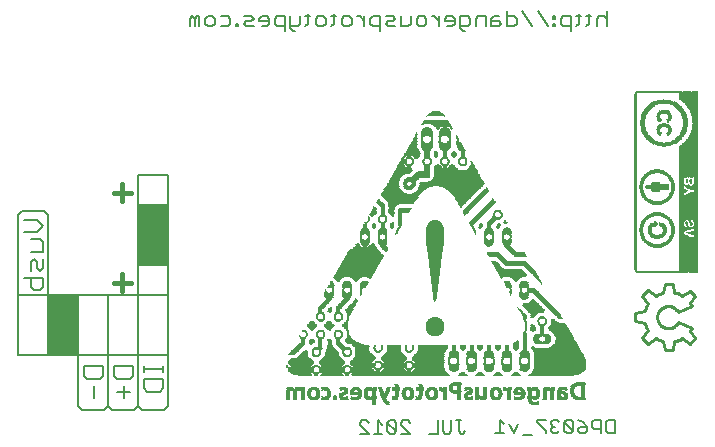
<source format=gbo>
G75*
G70*
%OFA0B0*%
%FSLAX24Y24*%
%IPPOS*%
%LPD*%
%AMOC8*
5,1,8,0,0,1.08239X$1,22.5*
%
%ADD10C,0.0060*%
%ADD11C,0.0080*%
%ADD12R,0.1000X0.2000*%
%ADD13C,0.0150*%
%ADD14C,0.0070*%
%ADD15C,0.0100*%
%ADD16R,0.0015X0.6015*%
%ADD17R,0.0015X0.6045*%
%ADD18R,0.0015X0.4395*%
%ADD19R,0.0015X0.1620*%
%ADD20R,0.0015X0.2865*%
%ADD21R,0.0015X0.0210*%
%ADD22R,0.0015X0.0975*%
%ADD23R,0.0015X0.0075*%
%ADD24R,0.0015X0.0165*%
%ADD25R,0.0015X0.1170*%
%ADD26R,0.0015X0.0180*%
%ADD27R,0.0015X0.0945*%
%ADD28R,0.0015X0.0045*%
%ADD29R,0.0015X0.1035*%
%ADD30R,0.0015X0.1785*%
%ADD31R,0.0015X0.0930*%
%ADD32R,0.0015X0.0150*%
%ADD33R,0.0015X0.0885*%
%ADD34R,0.0015X0.1650*%
%ADD35R,0.0015X0.0060*%
%ADD36R,0.0015X0.0030*%
%ADD37R,0.0015X0.0135*%
%ADD38R,0.0015X0.1185*%
%ADD39R,0.0015X0.0810*%
%ADD40R,0.0015X0.1575*%
%ADD41R,0.0015X0.0120*%
%ADD42R,0.0015X0.0915*%
%ADD43R,0.0015X0.0765*%
%ADD44R,0.0015X0.1530*%
%ADD45R,0.0015X0.1200*%
%ADD46R,0.0015X0.0735*%
%ADD47R,0.0015X0.1485*%
%ADD48R,0.0015X0.0690*%
%ADD49R,0.0015X0.1455*%
%ADD50R,0.0015X0.1110*%
%ADD51R,0.0015X0.0660*%
%ADD52R,0.0015X0.1425*%
%ADD53R,0.0015X0.1080*%
%ADD54R,0.0015X0.1215*%
%ADD55R,0.0015X0.0630*%
%ADD56R,0.0015X0.1395*%
%ADD57R,0.0015X0.0090*%
%ADD58R,0.0015X0.1020*%
%ADD59R,0.0015X0.0600*%
%ADD60R,0.0015X0.1365*%
%ADD61R,0.0015X0.0960*%
%ADD62R,0.0015X0.0585*%
%ADD63R,0.0015X0.1335*%
%ADD64R,0.0015X0.1230*%
%ADD65R,0.0015X0.0555*%
%ADD66R,0.0015X0.1320*%
%ADD67R,0.0015X0.0540*%
%ADD68R,0.0015X0.1290*%
%ADD69R,0.0015X0.0885*%
%ADD70R,0.0015X0.0225*%
%ADD71R,0.0015X0.1245*%
%ADD72R,0.0015X0.0510*%
%ADD73R,0.0015X0.0300*%
%ADD74R,0.0015X0.1275*%
%ADD75R,0.0015X0.0105*%
%ADD76R,0.0015X0.0270*%
%ADD77R,0.0015X0.0015*%
%ADD78R,0.0015X0.0495*%
%ADD79R,0.0015X0.0435*%
%ADD80R,0.0015X0.1260*%
%ADD81R,0.0015X0.0855*%
%ADD82R,0.0015X0.0480*%
%ADD83R,0.0015X0.0525*%
%ADD84R,0.0015X0.0465*%
%ADD85R,0.0015X0.0600*%
%ADD86R,0.0015X0.0450*%
%ADD87R,0.0015X0.0675*%
%ADD88R,0.0015X0.0840*%
%ADD89R,0.0015X0.0420*%
%ADD90R,0.0015X0.0735*%
%ADD91R,0.0015X0.0405*%
%ADD92R,0.0015X0.0780*%
%ADD93R,0.0015X0.0825*%
%ADD94R,0.0015X0.1155*%
%ADD95R,0.0015X0.0195*%
%ADD96R,0.0015X0.0390*%
%ADD97R,0.0015X0.2670*%
%ADD98R,0.0015X0.0375*%
%ADD99R,0.0015X0.4320*%
%ADD100R,0.0015X0.0360*%
%ADD101R,0.0015X0.0330*%
%ADD102R,0.0015X0.4305*%
%ADD103R,0.0015X0.0345*%
%ADD104R,0.0015X0.4290*%
%ADD105R,0.0015X0.0330*%
%ADD106R,0.0015X0.4275*%
%ADD107R,0.0015X0.0255*%
%ADD108R,0.0015X0.4260*%
%ADD109R,0.0015X0.0315*%
%ADD110R,0.0015X0.0240*%
%ADD111R,0.0015X0.0300*%
%ADD112R,0.0015X0.4245*%
%ADD113R,0.0015X0.0285*%
%ADD114R,0.0015X0.4230*%
%ADD115R,0.0015X0.0270*%
%ADD116R,0.0015X0.4215*%
%ADD117R,0.0015X0.0060*%
%ADD118R,0.0015X0.0360*%
%ADD119R,0.0015X0.0450*%
%ADD120R,0.0015X0.0510*%
%ADD121R,0.0015X0.0570*%
%ADD122R,0.0015X0.0555*%
%ADD123R,0.0015X0.0615*%
%ADD124R,0.0015X0.0660*%
%ADD125R,0.0015X0.0345*%
%ADD126R,0.0015X0.0390*%
%ADD127R,0.0015X0.0315*%
%ADD128R,0.0015X0.0420*%
%ADD129R,0.0015X0.0465*%
%ADD130R,0.0015X0.0375*%
%ADD131R,0.0015X0.0285*%
%ADD132R,0.0015X0.0405*%
%ADD133R,0.0015X0.0870*%
%ADD134R,0.0015X0.0720*%
%ADD135R,0.0015X0.0645*%
%ADD136R,0.0015X0.0585*%
%ADD137R,0.0015X0.0495*%
%ADD138R,0.0015X0.0540*%
%ADD139R,0.0015X0.0480*%
%ADD140R,0.0015X0.6015*%
%ADD141R,0.0015X0.5985*%
%ADD142R,0.0015X0.5955*%
%ADD143R,0.0015X0.5895*%
%ADD144R,0.0290X0.0010*%
%ADD145R,0.0120X0.0010*%
%ADD146R,0.0140X0.0010*%
%ADD147R,0.0310X0.0010*%
%ADD148R,0.0130X0.0010*%
%ADD149R,0.0320X0.0010*%
%ADD150R,0.0330X0.0010*%
%ADD151R,0.0160X0.0010*%
%ADD152R,0.0340X0.0010*%
%ADD153R,0.0170X0.0010*%
%ADD154R,0.0180X0.0010*%
%ADD155R,0.0080X0.0010*%
%ADD156R,0.0030X0.0010*%
%ADD157R,0.0200X0.0010*%
%ADD158R,0.0040X0.0010*%
%ADD159R,0.0020X0.0010*%
%ADD160R,0.0150X0.0010*%
%ADD161R,0.0090X0.0010*%
%ADD162R,0.0100X0.0010*%
%ADD163R,0.0110X0.0010*%
%ADD164R,0.0060X0.0010*%
%ADD165R,0.0270X0.0010*%
%ADD166R,0.0250X0.0010*%
%ADD167R,0.0230X0.0010*%
%ADD168R,0.0210X0.0010*%
%ADD169R,0.0240X0.0010*%
%ADD170R,0.0220X0.0010*%
%ADD171R,0.0190X0.0010*%
%ADD172R,0.0260X0.0010*%
%ADD173R,0.0280X0.0010*%
%ADD174R,0.0370X0.0010*%
%ADD175R,0.0300X0.0010*%
%ADD176R,0.0360X0.0010*%
%ADD177R,0.0390X0.0010*%
%ADD178R,0.0350X0.0010*%
%ADD179R,0.0400X0.0010*%
%ADD180R,0.0380X0.0010*%
%ADD181R,0.0410X0.0010*%
%ADD182R,0.0420X0.0010*%
%ADD183R,0.0430X0.0010*%
%ADD184R,0.0070X0.0010*%
%ADD185R,0.0050X0.0010*%
%ADD186R,0.0010X0.0010*%
%ADD187R,0.0620X0.0010*%
%ADD188R,0.0610X0.0010*%
%ADD189R,0.0600X0.0010*%
%ADD190R,0.0450X0.0010*%
%ADD191R,0.0440X0.0010*%
%ADD192R,0.1520X0.0010*%
%ADD193R,0.3290X0.0010*%
%ADD194R,0.0770X0.0010*%
%ADD195R,0.0470X0.0010*%
%ADD196R,0.1590X0.0010*%
%ADD197R,0.3240X0.0010*%
%ADD198R,0.0740X0.0010*%
%ADD199R,0.0560X0.0010*%
%ADD200R,0.1600X0.0010*%
%ADD201R,0.3210X0.0010*%
%ADD202R,0.0720X0.0010*%
%ADD203R,0.0580X0.0010*%
%ADD204R,0.1620X0.0010*%
%ADD205R,0.3190X0.0010*%
%ADD206R,0.0700X0.0010*%
%ADD207R,0.1630X0.0010*%
%ADD208R,0.3170X0.0010*%
%ADD209R,0.0690X0.0010*%
%ADD210R,0.1650X0.0010*%
%ADD211R,0.3160X0.0010*%
%ADD212R,0.0680X0.0010*%
%ADD213R,0.0630X0.0010*%
%ADD214R,0.1670X0.0010*%
%ADD215R,0.3150X0.0010*%
%ADD216R,0.0660X0.0010*%
%ADD217R,0.0650X0.0010*%
%ADD218R,0.1680X0.0010*%
%ADD219R,0.3120X0.0010*%
%ADD220R,0.1690X0.0010*%
%ADD221R,0.3110X0.0010*%
%ADD222R,0.3100X0.0010*%
%ADD223R,0.3220X0.0010*%
%ADD224R,0.0900X0.0010*%
%ADD225R,0.0830X0.0010*%
%ADD226R,0.1700X0.0010*%
%ADD227R,0.1110X0.0010*%
%ADD228R,0.0840X0.0010*%
%ADD229R,0.0860X0.0010*%
%ADD230R,0.0880X0.0010*%
%ADD231R,0.1100X0.0010*%
%ADD232R,0.0820X0.0010*%
%ADD233R,0.0850X0.0010*%
%ADD234R,0.1080X0.0010*%
%ADD235R,0.0800X0.0010*%
%ADD236R,0.1710X0.0010*%
%ADD237R,0.0790X0.0010*%
%ADD238R,0.1720X0.0010*%
%ADD239R,0.1060X0.0010*%
%ADD240R,0.0810X0.0010*%
%ADD241R,0.1030X0.0010*%
%ADD242R,0.0750X0.0010*%
%ADD243R,0.1730X0.0010*%
%ADD244R,0.1020X0.0010*%
%ADD245R,0.0730X0.0010*%
%ADD246R,0.1010X0.0010*%
%ADD247R,0.0710X0.0010*%
%ADD248R,0.0780X0.0010*%
%ADD249R,0.1000X0.0010*%
%ADD250R,0.0990X0.0010*%
%ADD251R,0.0670X0.0010*%
%ADD252R,0.0760X0.0010*%
%ADD253R,0.0980X0.0010*%
%ADD254R,0.0960X0.0010*%
%ADD255R,0.0870X0.0010*%
%ADD256R,0.0950X0.0010*%
%ADD257R,0.0890X0.0010*%
%ADD258R,0.1090X0.0010*%
%ADD259R,0.1070X0.0010*%
%ADD260R,0.0640X0.0010*%
%ADD261R,0.0970X0.0010*%
%ADD262R,0.1040X0.0010*%
%ADD263R,0.1050X0.0010*%
%ADD264R,0.0590X0.0010*%
%ADD265R,0.0570X0.0010*%
%ADD266R,0.0550X0.0010*%
%ADD267R,0.0530X0.0010*%
%ADD268R,0.0510X0.0010*%
%ADD269R,0.1660X0.0010*%
%ADD270R,0.0480X0.0010*%
%ADD271R,0.0460X0.0010*%
%ADD272R,0.1640X0.0010*%
%ADD273R,0.0520X0.0010*%
%ADD274R,0.0940X0.0010*%
%ADD275R,0.0930X0.0010*%
%ADD276R,0.0540X0.0010*%
%ADD277R,0.0500X0.0010*%
%ADD278R,0.1610X0.0010*%
%ADD279R,0.0490X0.0010*%
%ADD280R,0.0920X0.0010*%
%ADD281R,0.0910X0.0010*%
%ADD282R,0.1270X0.0010*%
%ADD283R,0.1260X0.0010*%
%ADD284R,0.1250X0.0010*%
%ADD285R,0.1240X0.0010*%
%ADD286R,0.1220X0.0010*%
%ADD287R,0.1200X0.0010*%
%ADD288R,0.1190X0.0010*%
%ADD289R,0.1170X0.0010*%
%ADD290R,0.1160X0.0010*%
%ADD291R,0.1150X0.0010*%
%ADD292R,0.1130X0.0010*%
%ADD293R,0.1120X0.0010*%
%ADD294R,0.1180X0.0010*%
%ADD295R,0.1230X0.0010*%
%ADD296R,0.1280X0.0010*%
%ADD297R,0.1290X0.0010*%
%ADD298R,0.1210X0.0010*%
%ADD299R,0.1300X0.0010*%
%ADD300R,0.1350X0.0010*%
%ADD301R,0.1390X0.0010*%
%ADD302R,0.1440X0.0010*%
%ADD303R,0.2100X0.0010*%
%ADD304R,0.2110X0.0010*%
%ADD305R,0.2120X0.0010*%
%ADD306R,0.2130X0.0010*%
%ADD307R,0.2140X0.0010*%
%ADD308R,0.2150X0.0010*%
%ADD309R,0.2160X0.0010*%
%ADD310R,0.2170X0.0010*%
%ADD311R,0.2090X0.0010*%
%ADD312R,0.1840X0.0010*%
%ADD313R,0.1810X0.0010*%
%ADD314R,0.1790X0.0010*%
%ADD315R,0.1750X0.0010*%
%ADD316R,0.1570X0.0010*%
%ADD317R,0.1560X0.0010*%
%ADD318R,0.1550X0.0010*%
%ADD319R,0.1540X0.0010*%
%ADD320R,0.1530X0.0010*%
%ADD321R,0.1510X0.0010*%
%ADD322R,0.1500X0.0010*%
%ADD323R,0.1490X0.0010*%
%ADD324R,0.1480X0.0010*%
%ADD325R,0.1470X0.0010*%
%ADD326R,0.1460X0.0010*%
%ADD327R,0.1450X0.0010*%
%ADD328R,0.1430X0.0010*%
D10*
X007144Y004542D02*
X007269Y004417D01*
X008019Y004417D01*
X008144Y004542D01*
X008144Y006265D01*
X008144Y008265D01*
X009144Y008265D01*
X009144Y009265D01*
X010144Y009265D01*
X010144Y008265D01*
X010144Y006265D01*
X010144Y004542D01*
X010019Y004417D01*
X009269Y004417D01*
X009144Y004542D01*
X009144Y006265D01*
X009144Y008265D01*
X010144Y008265D01*
X010144Y009265D02*
X010144Y011265D01*
X009144Y011265D01*
X009144Y012265D01*
X010144Y012265D01*
X010144Y011265D01*
X009144Y011265D02*
X009144Y009265D01*
X008144Y008265D02*
X007144Y008265D01*
X007144Y006265D01*
X007144Y004542D01*
X008144Y004542D02*
X008269Y004417D01*
X009019Y004417D01*
X009144Y004542D01*
X009144Y006265D02*
X008144Y006265D01*
X007144Y006265D01*
X006144Y006265D01*
X006144Y008265D01*
X006144Y010917D01*
X006019Y011042D01*
X005269Y011042D01*
X005144Y010917D01*
X005144Y008265D01*
X005144Y006265D01*
X006144Y006265D01*
X006144Y008265D02*
X005144Y008265D01*
X006144Y008265D02*
X007144Y008265D01*
X009144Y006265D02*
X010144Y006265D01*
X016537Y003996D02*
X016611Y004069D01*
X016757Y004069D01*
X016831Y003996D01*
X016537Y003996D02*
X016537Y003922D01*
X016831Y003629D01*
X016537Y003629D01*
X016998Y003629D02*
X017291Y003629D01*
X017144Y003629D02*
X017144Y004069D01*
X017291Y003922D01*
X017458Y003996D02*
X017458Y003702D01*
X017531Y003629D01*
X017678Y003629D01*
X017752Y003702D01*
X017458Y003996D01*
X017531Y004069D01*
X017678Y004069D01*
X017752Y003996D01*
X017752Y003702D01*
X017918Y003629D02*
X018212Y003629D01*
X017918Y003922D01*
X017918Y003996D01*
X017992Y004069D01*
X018139Y004069D01*
X018212Y003996D01*
X018839Y003629D02*
X019133Y003629D01*
X019133Y004069D01*
X019299Y004069D02*
X019299Y003702D01*
X019373Y003629D01*
X019520Y003629D01*
X019593Y003702D01*
X019593Y004069D01*
X019760Y004069D02*
X019907Y004069D01*
X019833Y004069D02*
X019833Y003702D01*
X019907Y003629D01*
X019980Y003629D01*
X020053Y003702D01*
X021057Y003644D02*
X021351Y003644D01*
X021204Y003644D02*
X021204Y004084D01*
X021351Y003937D01*
X021518Y003937D02*
X021664Y003644D01*
X021811Y003937D01*
X021978Y003570D02*
X022271Y003570D01*
X022732Y003644D02*
X022732Y003717D01*
X022438Y004011D01*
X022438Y004084D01*
X022732Y004084D01*
X022899Y004011D02*
X022899Y003937D01*
X022972Y003864D01*
X022899Y003790D01*
X022899Y003717D01*
X022972Y003644D01*
X023119Y003644D01*
X023192Y003717D01*
X023359Y003717D02*
X023432Y003644D01*
X023579Y003644D01*
X023653Y003717D01*
X023359Y004011D01*
X023359Y003717D01*
X023359Y004011D02*
X023432Y004084D01*
X023579Y004084D01*
X023653Y004011D01*
X023653Y003717D01*
X023819Y003717D02*
X023819Y003790D01*
X023893Y003864D01*
X024113Y003864D01*
X024113Y003717D01*
X024040Y003644D01*
X023893Y003644D01*
X023819Y003717D01*
X023966Y004011D02*
X024113Y003864D01*
X024280Y003864D02*
X024353Y003790D01*
X024573Y003790D01*
X024573Y003644D02*
X024573Y004084D01*
X024353Y004084D01*
X024280Y004011D01*
X024280Y003864D01*
X023966Y004011D02*
X023819Y004084D01*
X023192Y004011D02*
X023119Y004084D01*
X022972Y004084D01*
X022899Y004011D01*
X022972Y003864D02*
X023045Y003864D01*
X024740Y003717D02*
X024740Y004011D01*
X024813Y004084D01*
X025034Y004084D01*
X025034Y003644D01*
X024813Y003644D01*
X024740Y003717D01*
D11*
X009979Y005137D02*
X009876Y005033D01*
X009462Y005033D01*
X009359Y005137D01*
X009359Y005447D01*
X009979Y005447D01*
X009979Y005137D01*
X009979Y005670D02*
X009979Y005877D01*
X009979Y005773D02*
X009359Y005773D01*
X009359Y005670D02*
X009359Y005877D01*
X008979Y005877D02*
X008979Y005566D01*
X008876Y005463D01*
X008462Y005463D01*
X008359Y005566D01*
X008359Y005877D01*
X008979Y005877D01*
X007979Y005877D02*
X007979Y005566D01*
X007876Y005463D01*
X007462Y005463D01*
X007359Y005566D01*
X007359Y005877D01*
X007979Y005877D01*
X007669Y005232D02*
X007669Y004819D01*
X008462Y005025D02*
X008876Y005025D01*
X008669Y005232D02*
X008669Y004819D01*
X005876Y008404D02*
X005669Y008404D01*
X005566Y008508D01*
X005566Y008818D01*
X005359Y008818D02*
X005979Y008818D01*
X005979Y008508D01*
X005876Y008404D01*
X005876Y009049D02*
X005773Y009152D01*
X005773Y009359D01*
X005669Y009463D01*
X005566Y009359D01*
X005566Y009049D01*
X005876Y009049D02*
X005979Y009152D01*
X005979Y009463D01*
X005979Y009694D02*
X005566Y009694D01*
X005979Y009694D02*
X005979Y010004D01*
X005876Y010107D01*
X005566Y010107D01*
X005773Y010338D02*
X005359Y010338D01*
X005773Y010338D02*
X005979Y010545D01*
X005773Y010752D01*
X005359Y010752D01*
D12*
X009644Y010265D03*
X006644Y007265D03*
D13*
X008344Y008666D02*
X008911Y008666D01*
X008628Y008383D02*
X008628Y008950D01*
X008628Y011383D02*
X008628Y011950D01*
X008911Y011666D02*
X008344Y011666D01*
D14*
X014031Y017053D02*
X014031Y017543D01*
X013785Y017543D01*
X013704Y017462D01*
X013704Y017298D01*
X013785Y017216D01*
X014031Y017216D01*
X014219Y017216D02*
X014464Y017216D01*
X014546Y017298D01*
X014546Y017543D01*
X014726Y017543D02*
X014890Y017543D01*
X014808Y017625D02*
X014808Y017298D01*
X014726Y017216D01*
X015079Y017298D02*
X015079Y017462D01*
X015160Y017543D01*
X015324Y017543D01*
X015406Y017462D01*
X015406Y017298D01*
X015324Y017216D01*
X015160Y017216D01*
X015079Y017298D01*
X015586Y017216D02*
X015668Y017298D01*
X015668Y017625D01*
X015749Y017543D02*
X015586Y017543D01*
X015938Y017462D02*
X015938Y017298D01*
X016020Y017216D01*
X016183Y017216D01*
X016265Y017298D01*
X016265Y017462D01*
X016183Y017543D01*
X016020Y017543D01*
X015938Y017462D01*
X016449Y017543D02*
X016531Y017543D01*
X016695Y017380D01*
X016695Y017543D02*
X016695Y017216D01*
X016883Y017298D02*
X016883Y017462D01*
X016965Y017543D01*
X017210Y017543D01*
X017210Y017053D01*
X017210Y017216D02*
X016965Y017216D01*
X016883Y017298D01*
X017399Y017298D02*
X017481Y017380D01*
X017644Y017380D01*
X017726Y017462D01*
X017644Y017543D01*
X017399Y017543D01*
X017399Y017298D02*
X017481Y017216D01*
X017726Y017216D01*
X017915Y017216D02*
X017915Y017543D01*
X018241Y017543D02*
X018241Y017298D01*
X018160Y017216D01*
X017915Y017216D01*
X018430Y017298D02*
X018430Y017462D01*
X018512Y017543D01*
X018675Y017543D01*
X018757Y017462D01*
X018757Y017298D01*
X018675Y017216D01*
X018512Y017216D01*
X018430Y017298D01*
X018942Y017543D02*
X019023Y017543D01*
X019187Y017380D01*
X019187Y017543D02*
X019187Y017216D01*
X019375Y017380D02*
X019702Y017380D01*
X019702Y017462D02*
X019621Y017543D01*
X019457Y017543D01*
X019375Y017462D01*
X019375Y017380D01*
X019457Y017216D02*
X019621Y017216D01*
X019702Y017298D01*
X019702Y017462D01*
X019891Y017543D02*
X020136Y017543D01*
X020218Y017462D01*
X020218Y017298D01*
X020136Y017216D01*
X019891Y017216D01*
X019891Y017135D02*
X019891Y017543D01*
X019891Y017135D02*
X019973Y017053D01*
X020055Y017053D01*
X020407Y017216D02*
X020407Y017462D01*
X020488Y017543D01*
X020734Y017543D01*
X020734Y017216D01*
X020922Y017216D02*
X020922Y017462D01*
X021004Y017543D01*
X021168Y017543D01*
X021168Y017380D02*
X020922Y017380D01*
X020922Y017216D02*
X021168Y017216D01*
X021249Y017298D01*
X021168Y017380D01*
X021438Y017543D02*
X021683Y017543D01*
X021765Y017462D01*
X021765Y017298D01*
X021683Y017216D01*
X021438Y017216D01*
X021438Y017707D01*
X021954Y017707D02*
X022281Y017216D01*
X022796Y017216D02*
X022469Y017707D01*
X022972Y017543D02*
X022972Y017462D01*
X023054Y017462D01*
X023054Y017543D01*
X022972Y017543D01*
X022972Y017298D02*
X022972Y017216D01*
X023054Y017216D01*
X023054Y017298D01*
X022972Y017298D01*
X023243Y017298D02*
X023243Y017462D01*
X023324Y017543D01*
X023570Y017543D01*
X023570Y017053D01*
X023570Y017216D02*
X023324Y017216D01*
X023243Y017298D01*
X023750Y017216D02*
X023832Y017298D01*
X023832Y017625D01*
X023913Y017543D02*
X023750Y017543D01*
X024094Y017543D02*
X024257Y017543D01*
X024175Y017625D02*
X024175Y017298D01*
X024094Y017216D01*
X024446Y017216D02*
X024446Y017462D01*
X024528Y017543D01*
X024691Y017543D01*
X024773Y017462D01*
X024773Y017707D02*
X024773Y017216D01*
X014383Y017053D02*
X014301Y017053D01*
X014219Y017135D01*
X014219Y017543D01*
X013515Y017462D02*
X013515Y017298D01*
X013433Y017216D01*
X013270Y017216D01*
X013188Y017380D02*
X013515Y017380D01*
X013515Y017462D02*
X013433Y017543D01*
X013270Y017543D01*
X013188Y017462D01*
X013188Y017380D01*
X012999Y017462D02*
X012918Y017543D01*
X012672Y017543D01*
X012754Y017380D02*
X012918Y017380D01*
X012999Y017462D01*
X012999Y017216D02*
X012754Y017216D01*
X012672Y017298D01*
X012754Y017380D01*
X012484Y017298D02*
X012402Y017298D01*
X012402Y017216D01*
X012484Y017216D01*
X012484Y017298D01*
X012226Y017298D02*
X012226Y017462D01*
X012144Y017543D01*
X011899Y017543D01*
X011710Y017462D02*
X011710Y017298D01*
X011628Y017216D01*
X011465Y017216D01*
X011383Y017298D01*
X011383Y017462D01*
X011465Y017543D01*
X011628Y017543D01*
X011710Y017462D01*
X011899Y017216D02*
X012144Y017216D01*
X012226Y017298D01*
X011195Y017216D02*
X011195Y017543D01*
X011113Y017543D01*
X011031Y017462D01*
X010949Y017543D01*
X010868Y017462D01*
X010868Y017216D01*
X011031Y017216D02*
X011031Y017462D01*
D15*
X025961Y008213D02*
X026141Y007953D01*
X026041Y007703D02*
X025721Y007653D01*
X025721Y007383D01*
X026041Y007333D01*
X026141Y007083D02*
X025961Y006823D01*
X026141Y006633D01*
X026401Y006813D01*
X026651Y006703D02*
X026711Y006403D01*
X026971Y006403D01*
X027021Y006703D01*
X027291Y006803D02*
X027531Y006633D01*
X027721Y006823D01*
X027551Y007063D01*
X027611Y007163D01*
X027161Y007353D01*
X027291Y006803D02*
X027250Y006780D01*
X027207Y006759D01*
X027162Y006741D01*
X027117Y006726D01*
X027071Y006713D01*
X027024Y006703D01*
X026651Y006704D02*
X026599Y006719D01*
X026548Y006738D01*
X026498Y006760D01*
X026450Y006785D01*
X026403Y006814D01*
X027151Y007353D02*
X027133Y007320D01*
X027112Y007290D01*
X027088Y007261D01*
X027061Y007235D01*
X027032Y007213D01*
X027000Y007193D01*
X026967Y007176D01*
X026932Y007163D01*
X026896Y007154D01*
X026859Y007148D01*
X026822Y007146D01*
X026785Y007148D01*
X026748Y007153D01*
X026712Y007163D01*
X026677Y007175D01*
X026643Y007192D01*
X026612Y007211D01*
X026582Y007234D01*
X026555Y007260D01*
X026531Y007288D01*
X026510Y007319D01*
X026492Y007351D01*
X026477Y007385D01*
X026466Y007421D01*
X026458Y007457D01*
X026454Y007494D01*
X026454Y007532D01*
X026458Y007569D01*
X026466Y007605D01*
X026477Y007641D01*
X026492Y007675D01*
X026510Y007707D01*
X026531Y007738D01*
X026555Y007766D01*
X026582Y007792D01*
X026612Y007815D01*
X026643Y007834D01*
X026677Y007851D01*
X026712Y007863D01*
X026748Y007873D01*
X026785Y007878D01*
X026822Y007880D01*
X026859Y007878D01*
X026896Y007872D01*
X026932Y007863D01*
X026967Y007850D01*
X027000Y007833D01*
X027032Y007813D01*
X027061Y007791D01*
X027088Y007765D01*
X027112Y007736D01*
X027133Y007706D01*
X027151Y007673D01*
X027161Y007673D02*
X027611Y007873D01*
X027551Y007973D01*
X027721Y008213D01*
X027531Y008393D01*
X027291Y008233D01*
X027021Y008333D02*
X026971Y008633D01*
X026711Y008633D01*
X026651Y008333D01*
X026401Y008223D02*
X026141Y008403D01*
X025961Y008213D01*
X026138Y007950D02*
X026113Y007905D01*
X026090Y007858D01*
X026071Y007810D01*
X026054Y007761D01*
X026041Y007711D01*
X026406Y008222D02*
X026452Y008249D01*
X026500Y008273D01*
X026549Y008294D01*
X026600Y008312D01*
X026651Y008326D01*
X027022Y008332D02*
X027078Y008319D01*
X027133Y008302D01*
X027186Y008281D01*
X027238Y008257D01*
X027288Y008229D01*
X026039Y007328D02*
X026053Y007276D01*
X026070Y007225D01*
X026090Y007175D01*
X026113Y007126D01*
X026140Y007079D01*
D16*
X027820Y012016D03*
D17*
X027805Y012016D03*
X027790Y012016D03*
X027775Y012016D03*
X027760Y012016D03*
X027745Y012016D03*
X027730Y012016D03*
X027715Y012016D03*
D18*
X027700Y012841D03*
D19*
X027700Y009803D03*
X027355Y009803D03*
D20*
X027670Y013606D03*
X027685Y013606D03*
D21*
X027190Y013463D03*
X026920Y013748D03*
X026920Y014198D03*
X027205Y014483D03*
X027220Y014468D03*
X027190Y014498D03*
X026185Y014483D03*
X026185Y013493D03*
X026200Y013478D03*
X027685Y011858D03*
X026905Y011558D03*
X026020Y011573D03*
X026020Y010688D03*
X026770Y010418D03*
D22*
X027685Y011191D03*
D23*
X027430Y011716D03*
X027445Y011866D03*
X027430Y011881D03*
X027415Y011881D03*
X026245Y011851D03*
X026470Y010606D03*
X027550Y010471D03*
X027685Y010516D03*
X027565Y010321D03*
X027550Y010321D03*
X026800Y013621D03*
X026800Y014071D03*
D24*
X026815Y013876D03*
X026830Y013861D03*
X026560Y014086D03*
X026575Y014326D03*
X026815Y014326D03*
X026980Y014641D03*
X026995Y014641D03*
X027010Y014626D03*
X027025Y014626D03*
X027040Y014611D03*
X027070Y014596D03*
X026950Y014656D03*
X026905Y014671D03*
X026485Y014671D03*
X026440Y014656D03*
X026410Y014641D03*
X026395Y014641D03*
X026380Y014626D03*
X026350Y014611D03*
X026560Y013636D03*
X026395Y013336D03*
X026380Y013336D03*
X026365Y013351D03*
X026335Y013366D03*
X026425Y013321D03*
X026470Y013306D03*
X026515Y013291D03*
X026935Y013306D03*
X026965Y013321D03*
X026980Y013321D03*
X026995Y013336D03*
X027010Y013336D03*
X027025Y013351D03*
X027040Y013351D03*
X027055Y013366D03*
X027085Y013381D03*
X026845Y012211D03*
X026860Y012196D03*
X026875Y012181D03*
X027520Y011866D03*
X027655Y011836D03*
X026860Y011491D03*
X026845Y011476D03*
X026185Y011851D03*
X026170Y011851D03*
X026065Y012196D03*
X026065Y011506D03*
X026080Y011491D03*
X026080Y010771D03*
X026065Y010756D03*
X026305Y010576D03*
X026425Y010606D03*
X026635Y010576D03*
X026860Y010771D03*
X027505Y010486D03*
X027670Y010321D03*
X027685Y010321D03*
X026860Y010066D03*
X026845Y010051D03*
X026635Y010246D03*
X026620Y010231D03*
X026590Y010216D03*
X026350Y010216D03*
X026320Y010231D03*
X026305Y010246D03*
X026080Y010051D03*
X026065Y010066D03*
D25*
X027655Y009578D03*
X027670Y009578D03*
X027685Y009578D03*
X027385Y012758D03*
D26*
X027070Y013373D03*
X027100Y013388D03*
X027115Y013403D03*
X026470Y013748D03*
X026290Y013403D03*
X026275Y013403D03*
X026260Y013418D03*
X026305Y013388D03*
X026320Y013373D03*
X026350Y013358D03*
X025915Y013988D03*
X026470Y014198D03*
X026830Y014318D03*
X027055Y014603D03*
X027085Y014588D03*
X027100Y014573D03*
X026365Y014618D03*
X026335Y014603D03*
X026320Y014588D03*
X026305Y014588D03*
X026290Y014573D03*
X026275Y014558D03*
X026050Y012173D03*
X026575Y011843D03*
X026590Y011843D03*
X026605Y011843D03*
X026620Y011843D03*
X026635Y011843D03*
X026650Y011843D03*
X026665Y011843D03*
X026680Y011843D03*
X026695Y011843D03*
X026710Y011843D03*
X026725Y011843D03*
X026740Y011843D03*
X026755Y011843D03*
X026770Y011843D03*
X026785Y011843D03*
X026800Y011843D03*
X026815Y011843D03*
X026830Y011843D03*
X026875Y011513D03*
X026050Y011528D03*
X026035Y011543D03*
X026890Y012158D03*
X027670Y011843D03*
X026875Y010748D03*
X026650Y010568D03*
X026290Y010553D03*
X026050Y010733D03*
X026650Y010253D03*
X026875Y010088D03*
X026890Y010103D03*
X027385Y010448D03*
X026050Y010088D03*
D27*
X027670Y011206D03*
D28*
X027460Y011716D03*
X026095Y011851D03*
X026485Y010606D03*
X027415Y010636D03*
X027595Y010471D03*
X027610Y010471D03*
X027625Y010471D03*
X027655Y010486D03*
X027670Y010501D03*
X027520Y010321D03*
X027505Y010321D03*
X026605Y013636D03*
X026605Y014086D03*
D29*
X027655Y014521D03*
D30*
X027655Y013066D03*
D31*
X027655Y011213D03*
X027640Y011213D03*
X027520Y011198D03*
D32*
X026830Y011468D03*
X026815Y011453D03*
X026785Y011423D03*
X027370Y011723D03*
X027505Y011873D03*
X027565Y011828D03*
X027625Y011828D03*
X027640Y011828D03*
X026830Y012233D03*
X026140Y012263D03*
X026125Y012248D03*
X026110Y012233D03*
X026095Y012218D03*
X026080Y012203D03*
X026140Y011843D03*
X026155Y011843D03*
X026200Y011843D03*
X026095Y011468D03*
X026110Y011453D03*
X026125Y011438D03*
X026125Y010823D03*
X026110Y010808D03*
X026095Y010793D03*
X026320Y010583D03*
X026350Y010598D03*
X026365Y010598D03*
X026380Y010598D03*
X026575Y010598D03*
X026590Y010598D03*
X026605Y010598D03*
X026620Y010583D03*
X026830Y010793D03*
X026845Y010778D03*
X026815Y010808D03*
X026800Y010823D03*
X026785Y010838D03*
X027400Y010448D03*
X027655Y010313D03*
X026830Y010028D03*
X026815Y010013D03*
X026800Y009998D03*
X026605Y010223D03*
X026575Y010208D03*
X026560Y010208D03*
X026545Y010208D03*
X026530Y010193D03*
X026515Y010193D03*
X026500Y010193D03*
X026485Y010193D03*
X026470Y010193D03*
X026455Y010193D03*
X026440Y010193D03*
X026425Y010193D03*
X026410Y010193D03*
X026380Y010208D03*
X026365Y010208D03*
X026335Y010223D03*
X026170Y010418D03*
X026095Y010043D03*
X026110Y010028D03*
X026125Y010013D03*
X026140Y009998D03*
X026530Y013283D03*
X026545Y013283D03*
X026560Y013283D03*
X026575Y013283D03*
X026650Y013268D03*
X026665Y013268D03*
X026680Y013268D03*
X026695Y013268D03*
X026710Y013268D03*
X026725Y013268D03*
X026740Y013268D03*
X026830Y013283D03*
X026845Y013283D03*
X026860Y013283D03*
X026875Y013283D03*
X026890Y013298D03*
X026905Y013298D03*
X026920Y013298D03*
X026950Y013313D03*
X026830Y013613D03*
X026800Y013883D03*
X026785Y013898D03*
X026770Y013898D03*
X026620Y013898D03*
X026590Y013883D03*
X026575Y013868D03*
X026830Y014078D03*
X026590Y014333D03*
X026605Y014348D03*
X026620Y014348D03*
X026665Y014363D03*
X026680Y014363D03*
X026695Y014363D03*
X026710Y014363D03*
X026725Y014363D03*
X026770Y014348D03*
X026785Y014348D03*
X026800Y014348D03*
X026860Y014678D03*
X026875Y014678D03*
X026890Y014678D03*
X026920Y014663D03*
X026935Y014663D03*
X026965Y014648D03*
X026845Y014693D03*
X026830Y014693D03*
X026815Y014693D03*
X026800Y014693D03*
X026785Y014693D03*
X026770Y014693D03*
X026755Y014693D03*
X026695Y014708D03*
X026635Y014693D03*
X026620Y014693D03*
X026605Y014693D03*
X026590Y014693D03*
X026575Y014693D03*
X026560Y014693D03*
X026545Y014693D03*
X026530Y014678D03*
X026515Y014678D03*
X026500Y014678D03*
X026470Y014663D03*
X026455Y014663D03*
X026425Y014648D03*
X026410Y013328D03*
X026440Y013313D03*
X026455Y013313D03*
X026485Y013298D03*
X026500Y013298D03*
D33*
X027640Y014596D03*
D34*
X027640Y012998D03*
D35*
X027385Y011903D03*
X027400Y011888D03*
X027445Y011723D03*
X027640Y010628D03*
X027580Y010463D03*
X027565Y010463D03*
X027535Y010313D03*
X027190Y009023D03*
X027175Y009023D03*
X027160Y009023D03*
X027145Y009023D03*
X027130Y009023D03*
X027115Y009023D03*
X027100Y009023D03*
X027085Y009023D03*
X027070Y009023D03*
X027055Y009023D03*
X027040Y009023D03*
X027025Y009023D03*
X027010Y009023D03*
X026995Y009023D03*
X026980Y009023D03*
X026965Y009023D03*
X026950Y009023D03*
X026935Y009023D03*
X026920Y009023D03*
X026905Y009023D03*
X026890Y009023D03*
X026875Y009023D03*
X026860Y009023D03*
X026845Y009023D03*
X026830Y009023D03*
X026815Y009023D03*
X026800Y009023D03*
X026785Y009023D03*
X026770Y009023D03*
X026755Y009023D03*
X026740Y009023D03*
X026725Y009023D03*
X026710Y009023D03*
X026695Y009023D03*
X026680Y009023D03*
X026665Y009023D03*
X026650Y009023D03*
X026635Y009023D03*
X026620Y009023D03*
X026605Y009023D03*
X026590Y009023D03*
X026575Y009023D03*
X026560Y009023D03*
X026545Y009023D03*
X026530Y009023D03*
X026515Y009023D03*
X026500Y009023D03*
X026485Y009023D03*
X026470Y009023D03*
X026455Y009023D03*
X026440Y009023D03*
X026425Y009023D03*
X026410Y009023D03*
X026395Y009023D03*
X026380Y009023D03*
X026365Y009023D03*
X026350Y009023D03*
X026335Y009023D03*
X026320Y009023D03*
X026305Y009023D03*
X026290Y009023D03*
X026275Y009023D03*
X026260Y009023D03*
X026245Y009023D03*
X026230Y009023D03*
X026215Y009023D03*
X026200Y009023D03*
X026185Y009023D03*
X026170Y009023D03*
X026155Y009023D03*
X026140Y009023D03*
X026125Y009023D03*
X026110Y009023D03*
X026095Y009023D03*
X026080Y009023D03*
X026065Y009023D03*
X026050Y009023D03*
X026035Y009023D03*
X026020Y009023D03*
X026005Y009023D03*
X025990Y009023D03*
X025975Y009023D03*
X025960Y009023D03*
X025945Y009023D03*
X025930Y009023D03*
X025915Y009023D03*
X025900Y009023D03*
X025885Y009023D03*
X025870Y009023D03*
X025855Y009023D03*
X025840Y009023D03*
X025825Y009023D03*
X025810Y009023D03*
X025795Y009023D03*
X025780Y009038D03*
X025780Y014993D03*
D36*
X026455Y014198D03*
X026785Y014078D03*
X026455Y013748D03*
X026785Y013628D03*
X027475Y011723D03*
X027640Y010478D03*
X027490Y010313D03*
X026785Y010418D03*
D37*
X026560Y010606D03*
X026440Y010606D03*
X026335Y010591D03*
X026185Y010861D03*
X026200Y010876D03*
X026230Y010891D03*
X026155Y010846D03*
X026140Y010831D03*
X026755Y010861D03*
X026770Y010846D03*
X027415Y010441D03*
X027430Y010441D03*
X027640Y010321D03*
X027595Y010636D03*
X026785Y009991D03*
X026770Y009976D03*
X026740Y009961D03*
X026395Y010201D03*
X026245Y009931D03*
X026215Y009946D03*
X026185Y009961D03*
X026170Y009976D03*
X026155Y009991D03*
X026230Y011371D03*
X026200Y011386D03*
X026185Y011401D03*
X026170Y011401D03*
X026155Y011416D03*
X026140Y011431D03*
X026125Y011851D03*
X026215Y011851D03*
X026155Y012271D03*
X026170Y012286D03*
X026215Y012316D03*
X026245Y012331D03*
X026740Y012301D03*
X026755Y012286D03*
X026770Y012286D03*
X026785Y012271D03*
X026800Y012256D03*
X026815Y012241D03*
X027580Y012031D03*
X027595Y012031D03*
X027610Y012031D03*
X027535Y011851D03*
X027550Y011836D03*
X027580Y011821D03*
X027595Y011821D03*
X027610Y011821D03*
X026800Y011431D03*
X026770Y011416D03*
X026755Y011401D03*
X026710Y011371D03*
X026755Y013276D03*
X026770Y013276D03*
X026785Y013276D03*
X026800Y013276D03*
X026815Y013276D03*
X026635Y013276D03*
X026620Y013276D03*
X026605Y013276D03*
X026590Y013276D03*
X026575Y013621D03*
X026605Y013891D03*
X026635Y013906D03*
X026650Y013906D03*
X026665Y013906D03*
X026680Y013906D03*
X026695Y013906D03*
X026710Y013906D03*
X026725Y013906D03*
X026740Y013906D03*
X026755Y013906D03*
X026575Y014071D03*
X026635Y014356D03*
X026650Y014356D03*
X026740Y014356D03*
X026755Y014356D03*
X026740Y014701D03*
X026725Y014701D03*
X026710Y014701D03*
X026680Y014701D03*
X026665Y014701D03*
X026650Y014701D03*
D38*
X027400Y012766D03*
X027625Y009586D03*
X027640Y009586D03*
D39*
X027625Y014633D03*
D40*
X027625Y012961D03*
D41*
X026815Y013613D03*
X026935Y013748D03*
X026815Y014063D03*
X026935Y014198D03*
X026590Y012368D03*
X026575Y012368D03*
X026620Y012353D03*
X026635Y012353D03*
X026665Y012338D03*
X026680Y012338D03*
X026695Y012323D03*
X026710Y012323D03*
X026725Y012308D03*
X026365Y012368D03*
X026350Y012368D03*
X026320Y012353D03*
X026305Y012353D03*
X026290Y012353D03*
X026275Y012338D03*
X026260Y012338D03*
X026230Y012323D03*
X026200Y012308D03*
X026185Y012293D03*
X025885Y011843D03*
X026215Y011378D03*
X026245Y011363D03*
X026275Y011348D03*
X026290Y011348D03*
X026320Y011333D03*
X026335Y011333D03*
X026410Y011318D03*
X026425Y011318D03*
X026440Y011318D03*
X026500Y011318D03*
X026515Y011318D03*
X026530Y011318D03*
X026605Y011333D03*
X026620Y011333D03*
X026650Y011348D03*
X026665Y011348D03*
X026680Y011363D03*
X026695Y011363D03*
X026725Y011378D03*
X026740Y011393D03*
X026620Y010928D03*
X026605Y010928D03*
X026650Y010913D03*
X026665Y010913D03*
X026680Y010898D03*
X026695Y010898D03*
X026710Y010883D03*
X026725Y010883D03*
X026740Y010868D03*
X026545Y010943D03*
X026530Y010943D03*
X026515Y010943D03*
X026410Y010943D03*
X026395Y010943D03*
X026335Y010928D03*
X026320Y010928D03*
X026290Y010913D03*
X026275Y010913D03*
X026260Y010898D03*
X026245Y010898D03*
X026215Y010883D03*
X026170Y010853D03*
X025885Y010418D03*
X026200Y009953D03*
X026230Y009938D03*
X026260Y009923D03*
X026275Y009923D03*
X026305Y009908D03*
X026320Y009908D03*
X026350Y009893D03*
X026365Y009893D03*
X026575Y009893D03*
X026590Y009893D03*
X026620Y009908D03*
X026635Y009908D03*
X026665Y009923D03*
X026680Y009923D03*
X026695Y009938D03*
X026710Y009938D03*
X026725Y009953D03*
X026755Y009968D03*
X027445Y010448D03*
X027460Y010448D03*
X027520Y010478D03*
X027460Y010628D03*
X027445Y010628D03*
X027610Y010628D03*
X027625Y010628D03*
X027625Y010313D03*
X027385Y011723D03*
X027490Y011858D03*
X027475Y012038D03*
X027460Y012038D03*
X027445Y012038D03*
X027565Y012038D03*
X027625Y012038D03*
D42*
X027625Y011221D03*
X027610Y011221D03*
X027595Y011221D03*
X027505Y011191D03*
X026050Y013981D03*
D43*
X027610Y014656D03*
D44*
X027610Y012938D03*
D45*
X027415Y012773D03*
X027580Y009593D03*
X027595Y009593D03*
X027610Y009593D03*
D46*
X027595Y014671D03*
D47*
X027595Y012916D03*
D48*
X027580Y014693D03*
D49*
X027580Y012901D03*
D50*
X027580Y011123D03*
D51*
X027565Y014708D03*
D52*
X027565Y012886D03*
D53*
X027565Y011138D03*
D54*
X027565Y009601D03*
X027550Y009601D03*
X027535Y009601D03*
X027430Y012781D03*
D55*
X027550Y014723D03*
D56*
X027550Y012871D03*
D57*
X027550Y012053D03*
X027490Y012053D03*
X027370Y011918D03*
X027460Y011873D03*
X027415Y011723D03*
X027535Y010463D03*
X026590Y013628D03*
X026590Y014078D03*
D58*
X027550Y011168D03*
D59*
X027535Y014738D03*
D60*
X027535Y012856D03*
D61*
X027535Y011183D03*
D62*
X027520Y014746D03*
D63*
X027520Y012841D03*
D64*
X027505Y009608D03*
X027520Y009608D03*
D65*
X027505Y014761D03*
D66*
X027505Y012833D03*
D67*
X027490Y014768D03*
D68*
X027490Y012818D03*
X027370Y009638D03*
D69*
X027475Y011191D03*
X027490Y011191D03*
X027355Y013981D03*
D70*
X027250Y014431D03*
X027235Y014446D03*
X026170Y014461D03*
X026155Y014446D03*
X026155Y013516D03*
X026170Y013501D03*
X027205Y013486D03*
X027220Y013501D03*
X027235Y013516D03*
X026920Y012106D03*
X026920Y011596D03*
X026920Y010666D03*
X027490Y010516D03*
X026920Y010156D03*
X026395Y010606D03*
D71*
X027460Y009616D03*
X027475Y009616D03*
X027490Y009616D03*
X027445Y012796D03*
D72*
X027475Y014783D03*
D73*
X027310Y014333D03*
X027475Y013988D03*
X027310Y013643D03*
X026890Y013748D03*
X026890Y014198D03*
X026500Y014198D03*
X026080Y014318D03*
X025900Y011843D03*
X026305Y011843D03*
X026560Y011843D03*
X026200Y010418D03*
X025900Y010418D03*
D74*
X027385Y009631D03*
X027400Y009631D03*
X027475Y012811D03*
D75*
X026650Y012346D03*
X026605Y012361D03*
X026560Y012376D03*
X026545Y012376D03*
X026530Y012376D03*
X026515Y012376D03*
X026500Y012376D03*
X026485Y012376D03*
X026470Y012376D03*
X026455Y012376D03*
X026440Y012376D03*
X026425Y012376D03*
X026410Y012376D03*
X026395Y012376D03*
X026380Y012376D03*
X026335Y012361D03*
X026230Y011851D03*
X026110Y011851D03*
X026260Y011356D03*
X026305Y011341D03*
X026350Y011326D03*
X026365Y011326D03*
X026380Y011326D03*
X026395Y011326D03*
X026455Y011311D03*
X026470Y011311D03*
X026485Y011311D03*
X026545Y011326D03*
X026560Y011326D03*
X026575Y011326D03*
X026590Y011326D03*
X026635Y011341D03*
X026590Y010936D03*
X026575Y010936D03*
X026560Y010936D03*
X026500Y010951D03*
X026485Y010951D03*
X026470Y010951D03*
X026455Y010951D03*
X026440Y010951D03*
X026425Y010951D03*
X026380Y010936D03*
X026365Y010936D03*
X026350Y010936D03*
X026305Y010921D03*
X026635Y010921D03*
X026455Y010606D03*
X026290Y009916D03*
X026335Y009901D03*
X026380Y009886D03*
X026395Y009886D03*
X026410Y009886D03*
X026425Y009886D03*
X026440Y009886D03*
X026455Y009886D03*
X026470Y009886D03*
X026485Y009886D03*
X026500Y009886D03*
X026515Y009886D03*
X026530Y009886D03*
X026545Y009886D03*
X026560Y009886D03*
X026605Y009901D03*
X026650Y009916D03*
X027430Y010636D03*
X027400Y011716D03*
X027475Y011866D03*
X027430Y012046D03*
D76*
X026290Y011843D03*
X027475Y010538D03*
X026755Y010418D03*
X027280Y013583D03*
X027295Y013613D03*
X026905Y013748D03*
X026905Y014198D03*
X027295Y014363D03*
X026095Y013613D03*
X026110Y013583D03*
D77*
X027460Y010321D03*
X027475Y010321D03*
D78*
X027460Y014791D03*
D79*
X027340Y014221D03*
X027460Y013981D03*
X027340Y013741D03*
X026680Y010411D03*
X026260Y010411D03*
D80*
X027415Y009623D03*
X027430Y009623D03*
X027445Y009623D03*
X027460Y012803D03*
D81*
X027460Y011191D03*
X027445Y011191D03*
X027430Y011176D03*
X027400Y011161D03*
X027385Y011146D03*
X027370Y011131D03*
D82*
X027445Y014798D03*
D83*
X027445Y013981D03*
D84*
X027430Y014806D03*
D85*
X027430Y013988D03*
X025960Y011843D03*
X025960Y010418D03*
D86*
X027415Y014813D03*
D87*
X027415Y013981D03*
D88*
X027415Y011168D03*
D89*
X027400Y014828D03*
D90*
X027400Y013981D03*
D91*
X027385Y014836D03*
X027370Y014836D03*
D92*
X027385Y013988D03*
X026005Y013988D03*
D93*
X026020Y013981D03*
X027370Y013981D03*
D94*
X027370Y012751D03*
D95*
X027130Y013411D03*
X027145Y013426D03*
X027160Y013441D03*
X027175Y013456D03*
X026560Y013846D03*
X026560Y014296D03*
X026245Y014536D03*
X026260Y014551D03*
X026230Y014521D03*
X026215Y014506D03*
X026200Y014491D03*
X027115Y014566D03*
X027130Y014551D03*
X027145Y014536D03*
X027160Y014521D03*
X027175Y014506D03*
X026215Y013456D03*
X026230Y013441D03*
X026245Y013426D03*
X026035Y012151D03*
X026020Y012121D03*
X026905Y012136D03*
X026890Y011536D03*
X026890Y010726D03*
X026905Y010696D03*
X027370Y010456D03*
X026905Y010126D03*
X026290Y010261D03*
X026020Y010141D03*
X026035Y010111D03*
X026410Y010606D03*
X026035Y010711D03*
D96*
X027355Y014843D03*
D97*
X027355Y011978D03*
D98*
X027340Y014851D03*
D99*
X027340Y011153D03*
D100*
X027325Y014858D03*
D101*
X027325Y014288D03*
X026875Y013748D03*
X026515Y013748D03*
X026515Y014198D03*
X026065Y014288D03*
X027325Y013673D03*
X025990Y011663D03*
X025990Y010598D03*
D102*
X027325Y011146D03*
D103*
X027310Y014866D03*
D104*
X027310Y011138D03*
D105*
X027295Y014873D03*
X027280Y014873D03*
D106*
X027295Y011131D03*
D107*
X026935Y011626D03*
X027040Y011851D03*
X026935Y010636D03*
X027040Y010411D03*
X026935Y010186D03*
X026185Y010411D03*
X026125Y013561D03*
X026485Y013741D03*
X026110Y014386D03*
X026125Y014401D03*
X027280Y014386D03*
X027265Y013561D03*
D108*
X027265Y011123D03*
X027280Y011123D03*
D109*
X027265Y014881D03*
D110*
X027265Y014408D03*
X026485Y014198D03*
X026140Y014423D03*
X026140Y013538D03*
X027250Y013538D03*
X026935Y012068D03*
X026005Y012083D03*
X026005Y011603D03*
X026005Y010658D03*
X026005Y010178D03*
D111*
X027235Y014888D03*
X027250Y014888D03*
D112*
X027235Y011116D03*
X027250Y011116D03*
D113*
X027220Y014896D03*
D114*
X027220Y011108D03*
D115*
X027205Y014903D03*
D116*
X027205Y011101D03*
D117*
X027190Y015008D03*
X027175Y015008D03*
X027160Y015008D03*
X027145Y015008D03*
X027130Y015008D03*
X027115Y015008D03*
X027100Y015008D03*
X027085Y015008D03*
X027070Y015008D03*
X027055Y015008D03*
X027040Y015008D03*
X027025Y015008D03*
X027010Y015008D03*
X026995Y015008D03*
X026980Y015008D03*
X026965Y015008D03*
X026950Y015008D03*
X026935Y015008D03*
X026920Y015008D03*
X026905Y015008D03*
X026890Y015008D03*
X026875Y015008D03*
X026860Y015008D03*
X026845Y015008D03*
X026830Y015008D03*
X026815Y015008D03*
X026800Y015008D03*
X026785Y015008D03*
X026770Y015008D03*
X026755Y015008D03*
X026740Y015008D03*
X026725Y015008D03*
X026710Y015008D03*
X026695Y015008D03*
X026680Y015008D03*
X026665Y015008D03*
X026650Y015008D03*
X026635Y015008D03*
X026620Y015008D03*
X026605Y015008D03*
X026590Y015008D03*
X026575Y015008D03*
X026560Y015008D03*
X026545Y015008D03*
X026530Y015008D03*
X026515Y015008D03*
X026500Y015008D03*
X026485Y015008D03*
X026470Y015008D03*
X026455Y015008D03*
X026440Y015008D03*
X026425Y015008D03*
X026410Y015008D03*
X026395Y015008D03*
X026380Y015008D03*
X026365Y015008D03*
X026350Y015008D03*
X026335Y015008D03*
X026320Y015008D03*
X026305Y015008D03*
X026290Y015008D03*
X026275Y015008D03*
X026260Y015008D03*
X026245Y015008D03*
X026230Y015008D03*
X026215Y015008D03*
X026200Y015008D03*
X026185Y015008D03*
X026170Y015008D03*
X026155Y015008D03*
X026140Y015008D03*
X026125Y015008D03*
X026110Y015008D03*
X026095Y015008D03*
X026080Y015008D03*
X026065Y015008D03*
X026050Y015008D03*
X026035Y015008D03*
X026020Y015008D03*
X026005Y015008D03*
X025990Y015008D03*
X025975Y015008D03*
X025960Y015008D03*
X025945Y015008D03*
X025930Y015008D03*
X025915Y015008D03*
X025900Y015008D03*
X025885Y015008D03*
X025870Y015008D03*
X025855Y015008D03*
X025840Y015008D03*
X025825Y015008D03*
X025810Y015008D03*
X025795Y015008D03*
D118*
X026530Y014198D03*
X026860Y014198D03*
X026860Y013748D03*
X026530Y013748D03*
X027025Y011843D03*
X027025Y010418D03*
X026725Y010418D03*
D119*
X027010Y010418D03*
X027010Y011843D03*
D120*
X026995Y011843D03*
X026995Y010418D03*
D121*
X026980Y011843D03*
D122*
X026980Y010411D03*
D123*
X026965Y010411D03*
X026965Y011851D03*
D124*
X026950Y011843D03*
X026950Y010418D03*
X025975Y013988D03*
D125*
X026065Y013681D03*
X026875Y014206D03*
X026215Y010411D03*
D126*
X026710Y010418D03*
X026845Y013748D03*
X026845Y014198D03*
X025930Y013988D03*
D127*
X026080Y013651D03*
X025990Y012031D03*
X026320Y011851D03*
X026335Y011851D03*
X026350Y011851D03*
X026365Y011851D03*
X026380Y011851D03*
X026395Y011851D03*
X026410Y011851D03*
X026425Y011851D03*
X026440Y011851D03*
X026455Y011851D03*
X026470Y011851D03*
X026485Y011851D03*
X026500Y011851D03*
X026515Y011851D03*
X026530Y011851D03*
X026545Y011851D03*
X026740Y010411D03*
X025990Y010231D03*
D128*
X026695Y010418D03*
D129*
X026665Y010411D03*
X026275Y010411D03*
D130*
X026230Y010411D03*
X026545Y013741D03*
X026545Y014206D03*
D131*
X026095Y014356D03*
X026500Y013741D03*
D132*
X025915Y011851D03*
X025915Y010411D03*
X026245Y010411D03*
D133*
X026035Y013988D03*
D134*
X025990Y013988D03*
D135*
X025975Y011851D03*
X025975Y010411D03*
D136*
X025960Y013981D03*
D137*
X025945Y013981D03*
D138*
X025945Y011843D03*
X025945Y010418D03*
D139*
X025930Y010418D03*
X025930Y011843D03*
D140*
X025765Y012016D03*
D141*
X025750Y012016D03*
D142*
X025735Y012016D03*
D143*
X025720Y012016D03*
D144*
X021439Y010378D03*
X021439Y009968D03*
X021439Y009958D03*
X020849Y009958D03*
X020849Y010378D03*
X019939Y011328D03*
X020269Y012438D03*
X019609Y012478D03*
X018649Y011798D03*
X018419Y011608D03*
X017929Y012498D03*
X018309Y013158D03*
X018309Y013168D03*
X016709Y010378D03*
X016709Y009968D03*
X016709Y009958D03*
X017309Y009958D03*
X019049Y008888D03*
X019049Y008878D03*
X019049Y008868D03*
X019049Y008858D03*
X019049Y008848D03*
X019049Y008838D03*
X019049Y008828D03*
X021229Y009088D03*
X022029Y008618D03*
X022029Y008608D03*
X022029Y008598D03*
X022279Y008398D03*
X022029Y008188D03*
X022029Y008178D03*
X022309Y007978D03*
X022349Y007638D03*
X022029Y006318D03*
X021439Y006318D03*
X020859Y005748D03*
X020259Y005748D03*
X019669Y005748D03*
X019669Y005758D03*
X019669Y006318D03*
X019049Y006908D03*
X018139Y005118D03*
X018149Y004778D03*
X018939Y004778D03*
X019779Y004968D03*
X020159Y004818D03*
X020169Y004798D03*
X021079Y005118D03*
X021829Y004768D03*
X021859Y005108D03*
X022369Y004598D03*
X023269Y004988D03*
X023319Y005118D03*
X016409Y005108D03*
X016009Y004808D03*
X016009Y004798D03*
X015409Y004818D03*
X015409Y004828D03*
X015399Y004808D03*
X014659Y006198D03*
X015159Y006478D03*
X014939Y007178D03*
X014939Y007248D03*
X015529Y007248D03*
X015529Y007178D03*
X016199Y006728D03*
X016119Y008188D03*
X015529Y008188D03*
X015529Y008178D03*
X016119Y008608D03*
D145*
X016214Y008488D03*
X016414Y008728D03*
X015824Y008728D03*
X015604Y008618D03*
X015624Y008488D03*
X015554Y007768D03*
X016174Y007618D03*
X016174Y007608D03*
X016074Y007288D03*
X016074Y007148D03*
X016074Y007138D03*
X016174Y006848D03*
X016004Y006408D03*
X016294Y005058D03*
X016284Y005038D03*
X016284Y005028D03*
X016274Y005018D03*
X016274Y005008D03*
X016534Y005028D03*
X016534Y005038D03*
X016544Y005018D03*
X016544Y005008D03*
X016544Y004998D03*
X016544Y004908D03*
X016544Y004898D03*
X016544Y004888D03*
X016844Y005158D03*
X017034Y005118D03*
X017034Y005108D03*
X017244Y005058D03*
X017254Y005028D03*
X017254Y005018D03*
X017264Y005008D03*
X017264Y004998D03*
X017264Y004988D03*
X017264Y004978D03*
X017274Y004958D03*
X017274Y004948D03*
X017284Y004928D03*
X017294Y004898D03*
X017424Y004918D03*
X017454Y005008D03*
X017464Y004598D03*
X018564Y004888D03*
X018564Y004898D03*
X018564Y004908D03*
X018564Y004918D03*
X018564Y004928D03*
X018564Y004938D03*
X018564Y004948D03*
X018564Y004958D03*
X018564Y004968D03*
X018564Y004978D03*
X018564Y004988D03*
X018564Y004998D03*
X018564Y005008D03*
X018564Y005018D03*
X018564Y005028D03*
X018564Y005038D03*
X018564Y005048D03*
X018564Y005058D03*
X018564Y005168D03*
X018564Y005178D03*
X018564Y005188D03*
X018564Y005198D03*
X018564Y005208D03*
X018564Y005218D03*
X018564Y005228D03*
X019254Y005118D03*
X019254Y005108D03*
X019674Y005688D03*
X019964Y005638D03*
X020264Y005688D03*
X020554Y005638D03*
X020854Y005688D03*
X021144Y005648D03*
X021394Y005118D03*
X021534Y005118D03*
X021534Y005128D03*
X021534Y005108D03*
X021534Y005098D03*
X021524Y004978D03*
X021524Y004968D03*
X021524Y004958D03*
X021524Y004948D03*
X021524Y004938D03*
X021524Y004928D03*
X021524Y004918D03*
X021524Y004908D03*
X021524Y004898D03*
X021524Y004888D03*
X021524Y004878D03*
X021524Y004868D03*
X021524Y004858D03*
X021524Y004848D03*
X021524Y004838D03*
X021524Y004828D03*
X021524Y004818D03*
X021524Y004808D03*
X021524Y004798D03*
X021524Y004788D03*
X021524Y004778D03*
X021524Y004768D03*
X021724Y004998D03*
X021724Y005008D03*
X021724Y005018D03*
X021734Y005028D03*
X021734Y005038D03*
X021744Y005058D03*
X021974Y005048D03*
X021984Y005038D03*
X021984Y005028D03*
X021994Y005018D03*
X021994Y005008D03*
X021994Y004998D03*
X021994Y004898D03*
X021994Y004888D03*
X022204Y004748D03*
X022204Y004738D03*
X022694Y004748D03*
X023174Y004748D03*
X023174Y004758D03*
X023184Y004768D03*
X022194Y005128D03*
X021734Y005648D03*
X022154Y005928D03*
X021744Y006418D03*
X021764Y006648D03*
X022044Y006928D03*
X022304Y007208D03*
X022304Y007508D03*
X022304Y007518D03*
X022044Y007498D03*
X022044Y007488D03*
X022044Y007478D03*
X022014Y007578D03*
X022004Y007588D03*
X022974Y007398D03*
X023234Y007448D03*
X022124Y008488D03*
X022434Y008838D03*
X022424Y008848D03*
X022414Y008868D03*
X021534Y010078D03*
X021444Y010468D03*
X021184Y010588D03*
X021154Y010508D03*
X020584Y010578D03*
X020564Y010508D03*
X020284Y010588D03*
X020064Y010968D03*
X019914Y011218D03*
X020754Y011748D03*
X020974Y011368D03*
X020754Y010258D03*
X017884Y010578D03*
X017884Y010588D03*
X017624Y010618D03*
X017624Y010918D03*
X017034Y011088D03*
X017034Y011098D03*
X016954Y010878D03*
X016724Y010568D03*
X016724Y010558D03*
X016724Y010548D03*
X016804Y010268D03*
X016804Y010078D03*
X016964Y009918D03*
X017214Y010078D03*
X017394Y010078D03*
X017394Y010268D03*
X017214Y010268D03*
X016464Y009918D03*
X017914Y012608D03*
X018644Y013318D03*
X018924Y013318D03*
X019234Y013318D03*
X019514Y013318D03*
X019824Y013318D03*
X019674Y012868D03*
X019674Y012858D03*
X019614Y012558D03*
X018394Y013448D03*
X019134Y013798D03*
X019964Y006418D03*
X019794Y006138D03*
X019554Y006148D03*
X020144Y006138D03*
X020384Y006138D03*
X020554Y006418D03*
X020974Y006138D03*
X021154Y006418D03*
X021554Y006148D03*
X020724Y005148D03*
X020724Y005138D03*
X020724Y005128D03*
X020724Y005118D03*
X020724Y005108D03*
X020724Y005098D03*
X020724Y005088D03*
X020724Y005078D03*
X020724Y005068D03*
X020724Y005058D03*
X020724Y005048D03*
X020724Y005038D03*
X020724Y005028D03*
X020724Y005018D03*
X020724Y005008D03*
X020724Y004998D03*
X020724Y004988D03*
X020724Y004978D03*
X020724Y004968D03*
X020724Y004958D03*
X020724Y004948D03*
X020724Y004938D03*
X020724Y004928D03*
X020724Y004918D03*
X020724Y004908D03*
X020454Y004778D03*
X020454Y004768D03*
X020454Y004758D03*
X020184Y004738D03*
X020074Y004838D03*
X020074Y004848D03*
X020074Y004868D03*
X020244Y005058D03*
X015914Y004868D03*
X015914Y004858D03*
X015914Y004848D03*
X015714Y004868D03*
X014144Y004878D03*
X014144Y004888D03*
X014144Y004898D03*
X014144Y004908D03*
X014144Y004918D03*
X014144Y004928D03*
X014144Y004938D03*
X014144Y004948D03*
X014144Y004958D03*
X014144Y004968D03*
X014144Y004978D03*
X014144Y004988D03*
X014144Y004998D03*
X014144Y005008D03*
X014144Y005018D03*
X014144Y004868D03*
X014144Y004858D03*
X014144Y004848D03*
X014144Y004838D03*
X014144Y004828D03*
X014144Y004818D03*
X014144Y004808D03*
X014144Y004798D03*
X014144Y004788D03*
X014144Y004778D03*
X014144Y004768D03*
X014144Y004758D03*
X014144Y004748D03*
D146*
X014154Y005048D03*
X014224Y005148D03*
X014464Y005148D03*
X014634Y005028D03*
X014634Y005018D03*
X014854Y005008D03*
X014854Y004998D03*
X014864Y005018D03*
X014864Y005028D03*
X014874Y005038D03*
X014854Y004898D03*
X014864Y004868D03*
X014874Y004858D03*
X015124Y004848D03*
X015134Y004868D03*
X015134Y004878D03*
X015134Y005018D03*
X015134Y005028D03*
X015134Y005038D03*
X015124Y005048D03*
X014994Y005158D03*
X015504Y005018D03*
X015514Y004998D03*
X015514Y004908D03*
X015514Y004898D03*
X015514Y004888D03*
X015504Y004878D03*
X015714Y004848D03*
X015714Y004838D03*
X015714Y004778D03*
X015924Y004828D03*
X015924Y004888D03*
X016084Y005018D03*
X015984Y005158D03*
X016514Y005068D03*
X016734Y004998D03*
X016734Y004988D03*
X016734Y004978D03*
X016734Y004968D03*
X016734Y004958D03*
X016734Y004948D03*
X016734Y004938D03*
X016734Y004928D03*
X016734Y004918D03*
X016744Y004878D03*
X016754Y004868D03*
X016744Y005018D03*
X016744Y005028D03*
X016754Y005038D03*
X017024Y005018D03*
X017024Y005008D03*
X017024Y004998D03*
X017024Y004988D03*
X017024Y004978D03*
X017024Y004968D03*
X017024Y004958D03*
X017024Y004948D03*
X017024Y004938D03*
X017024Y004928D03*
X017024Y004918D03*
X017024Y004908D03*
X017024Y004898D03*
X017024Y004888D03*
X017024Y004878D03*
X017024Y004748D03*
X017024Y004738D03*
X017024Y004728D03*
X017024Y004718D03*
X017024Y004708D03*
X017024Y004698D03*
X017024Y004688D03*
X017024Y004678D03*
X017024Y004668D03*
X017024Y004658D03*
X017024Y004648D03*
X017024Y004638D03*
X017024Y004628D03*
X017024Y004618D03*
X017024Y004608D03*
X017024Y004598D03*
X017374Y004718D03*
X017384Y004708D03*
X017354Y004768D03*
X017354Y004778D03*
X017454Y004618D03*
X017754Y004848D03*
X017764Y004858D03*
X018004Y004878D03*
X018004Y004888D03*
X018014Y004868D03*
X018024Y004858D03*
X017994Y004938D03*
X017994Y004958D03*
X018004Y005018D03*
X018014Y005028D03*
X018014Y005038D03*
X018024Y005048D03*
X018134Y005158D03*
X018264Y005058D03*
X018274Y005048D03*
X018274Y005038D03*
X018284Y005028D03*
X018284Y005018D03*
X018284Y005008D03*
X018284Y004888D03*
X018284Y004878D03*
X018274Y004858D03*
X018554Y004858D03*
X018794Y004888D03*
X018794Y004898D03*
X018804Y004878D03*
X018804Y004868D03*
X018814Y004858D03*
X018794Y004998D03*
X018794Y005008D03*
X018804Y005028D03*
X018804Y005038D03*
X018814Y005048D03*
X018934Y005158D03*
X019064Y005048D03*
X019074Y005028D03*
X019084Y005008D03*
X019084Y004998D03*
X019084Y004988D03*
X019084Y004978D03*
X019084Y004928D03*
X019084Y004918D03*
X019084Y004908D03*
X019084Y004898D03*
X019084Y004888D03*
X019074Y004868D03*
X019064Y004858D03*
X019374Y004998D03*
X019374Y005008D03*
X019584Y005088D03*
X019584Y005098D03*
X019584Y005108D03*
X019594Y005078D03*
X019584Y005168D03*
X019584Y005178D03*
X019584Y005188D03*
X019594Y005198D03*
X019854Y005218D03*
X020134Y005158D03*
X020244Y005018D03*
X020084Y004888D03*
X020084Y004828D03*
X020464Y004868D03*
X020464Y004878D03*
X020644Y004748D03*
X020714Y004868D03*
X020714Y004878D03*
X020934Y004898D03*
X020934Y004908D03*
X020934Y004918D03*
X020934Y004928D03*
X020934Y004938D03*
X020934Y004948D03*
X020934Y004958D03*
X020934Y004968D03*
X020934Y004978D03*
X020934Y004988D03*
X020934Y004998D03*
X020944Y005018D03*
X020944Y005028D03*
X020954Y005038D03*
X020944Y004888D03*
X020944Y004878D03*
X020954Y004858D03*
X021204Y004848D03*
X021214Y004858D03*
X021214Y004868D03*
X021224Y004878D03*
X021224Y004888D03*
X021234Y004928D03*
X021234Y004938D03*
X021234Y004948D03*
X021234Y004958D03*
X021234Y004968D03*
X021224Y005008D03*
X021214Y005038D03*
X021204Y005048D03*
X021084Y005158D03*
X021514Y005008D03*
X022204Y005018D03*
X022204Y005028D03*
X022204Y004878D03*
X022214Y004708D03*
X022224Y004698D03*
X022464Y004868D03*
X022474Y004878D03*
X022474Y004888D03*
X022484Y004908D03*
X022484Y004918D03*
X022484Y004928D03*
X022484Y004938D03*
X022484Y004948D03*
X022484Y004958D03*
X022484Y004968D03*
X022484Y004978D03*
X022484Y004988D03*
X022474Y005018D03*
X022474Y005028D03*
X022464Y005038D03*
X022704Y005038D03*
X022704Y005028D03*
X022784Y005148D03*
X022954Y005018D03*
X023194Y004858D03*
X023194Y004848D03*
X023424Y004838D03*
X023424Y004908D03*
X023414Y004918D03*
X023624Y004958D03*
X023624Y004968D03*
X023624Y004978D03*
X023634Y004948D03*
X023634Y004938D03*
X023644Y004908D03*
X023624Y005088D03*
X023624Y005098D03*
X023624Y005108D03*
X023624Y005118D03*
X023634Y005128D03*
X023634Y005138D03*
X023984Y005138D03*
X023984Y005148D03*
X023984Y005158D03*
X023984Y005168D03*
X023984Y005178D03*
X023984Y005188D03*
X023984Y005198D03*
X023984Y005208D03*
X023984Y005218D03*
X023984Y005128D03*
X023984Y005118D03*
X023984Y005108D03*
X023984Y005098D03*
X023984Y005088D03*
X023984Y005078D03*
X023984Y005068D03*
X023984Y005058D03*
X023984Y005048D03*
X023984Y005038D03*
X023984Y005028D03*
X023984Y005018D03*
X023984Y005008D03*
X023984Y004998D03*
X023984Y004988D03*
X023984Y004978D03*
X023984Y004968D03*
X023984Y004958D03*
X023984Y004948D03*
X023984Y004938D03*
X023984Y004928D03*
X023984Y004918D03*
X023984Y004908D03*
X023984Y004898D03*
X023984Y004888D03*
X023984Y004878D03*
X023984Y004868D03*
X023984Y004858D03*
X023984Y004848D03*
X023984Y004838D03*
X023914Y004738D03*
X022034Y005688D03*
X021924Y005918D03*
X022144Y005918D03*
X021544Y005918D03*
X021744Y006428D03*
X022034Y006428D03*
X022034Y006438D03*
X022034Y006448D03*
X022034Y006458D03*
X022034Y006468D03*
X022034Y006478D03*
X022034Y006488D03*
X022034Y006498D03*
X022034Y006508D03*
X022034Y006518D03*
X022034Y006528D03*
X022034Y006538D03*
X022034Y006548D03*
X022034Y006558D03*
X022034Y006568D03*
X022034Y006578D03*
X022034Y006588D03*
X022034Y006598D03*
X022034Y006608D03*
X022034Y006618D03*
X022034Y006628D03*
X022034Y006638D03*
X022034Y006648D03*
X022034Y006658D03*
X022034Y006668D03*
X022034Y006678D03*
X022034Y006688D03*
X022034Y006698D03*
X022034Y006708D03*
X022034Y006718D03*
X022034Y006728D03*
X022034Y006738D03*
X022034Y006748D03*
X022034Y006758D03*
X022034Y006768D03*
X022034Y006778D03*
X022034Y006788D03*
X022034Y006798D03*
X022034Y006808D03*
X022034Y006818D03*
X022034Y006828D03*
X022034Y006838D03*
X022034Y006848D03*
X022034Y006858D03*
X022034Y006868D03*
X022034Y006878D03*
X022034Y006888D03*
X022034Y006898D03*
X022314Y007188D03*
X022624Y007188D03*
X022624Y007198D03*
X022624Y007208D03*
X022624Y007178D03*
X022624Y007168D03*
X022624Y007158D03*
X022624Y007148D03*
X022624Y007138D03*
X022624Y007128D03*
X022624Y007118D03*
X022624Y007108D03*
X022624Y007098D03*
X022624Y007088D03*
X022624Y007078D03*
X022624Y007068D03*
X022624Y007058D03*
X022624Y007048D03*
X022624Y007038D03*
X022624Y007028D03*
X022624Y007018D03*
X022624Y007008D03*
X022624Y006998D03*
X022624Y006988D03*
X022624Y006978D03*
X022624Y006968D03*
X022624Y006958D03*
X022624Y006948D03*
X022624Y006938D03*
X022314Y006488D03*
X022034Y006418D03*
X022034Y006408D03*
X022034Y006398D03*
X022034Y006388D03*
X020964Y005918D03*
X020744Y005918D03*
X020374Y005918D03*
X020154Y005918D03*
X019784Y005918D03*
X019564Y005918D03*
X019784Y006148D03*
X019674Y006388D03*
X019674Y006398D03*
X019674Y006408D03*
X019674Y006418D03*
X019674Y006428D03*
X019674Y006438D03*
X019674Y006448D03*
X019674Y006458D03*
X019674Y006468D03*
X019674Y006478D03*
X019674Y006488D03*
X019674Y006498D03*
X019674Y006508D03*
X019674Y006518D03*
X019674Y006528D03*
X019674Y006538D03*
X019674Y006548D03*
X020264Y006548D03*
X020264Y006538D03*
X020264Y006528D03*
X020264Y006518D03*
X020264Y006508D03*
X020264Y006498D03*
X020264Y006488D03*
X020264Y006478D03*
X020264Y006468D03*
X020264Y006458D03*
X020264Y006448D03*
X020264Y006438D03*
X020264Y006428D03*
X020264Y006418D03*
X020264Y006408D03*
X020264Y006398D03*
X020264Y006388D03*
X020264Y006378D03*
X020854Y006378D03*
X020854Y006388D03*
X020854Y006398D03*
X020854Y006408D03*
X020854Y006418D03*
X020854Y006428D03*
X020854Y006438D03*
X020854Y006448D03*
X020854Y006458D03*
X020854Y006468D03*
X020854Y006478D03*
X020854Y006488D03*
X020854Y006498D03*
X020854Y006508D03*
X020854Y006518D03*
X020854Y006528D03*
X020854Y006538D03*
X020854Y006548D03*
X020554Y005628D03*
X019964Y005628D03*
X018184Y005688D03*
X018184Y005698D03*
X018184Y005708D03*
X018184Y005718D03*
X018194Y006328D03*
X017154Y005728D03*
X017154Y005688D03*
X017154Y005678D03*
X017224Y005138D03*
X017224Y005128D03*
X017224Y005118D03*
X017234Y005098D03*
X017234Y005088D03*
X017464Y005028D03*
X017474Y005058D03*
X017474Y005068D03*
X017484Y005088D03*
X017484Y005098D03*
X017494Y005118D03*
X017494Y005128D03*
X017504Y005138D03*
X017504Y005148D03*
X016124Y005888D03*
X016124Y006178D03*
X016004Y006418D03*
X015824Y006668D03*
X015824Y006678D03*
X015824Y006688D03*
X015824Y006698D03*
X015824Y006708D03*
X015824Y006718D03*
X015824Y006728D03*
X015824Y006738D03*
X015824Y006748D03*
X015824Y006758D03*
X015824Y006768D03*
X015824Y007068D03*
X016064Y007168D03*
X016064Y007268D03*
X016184Y007638D03*
X015824Y007668D03*
X015824Y007678D03*
X015824Y007688D03*
X015824Y007698D03*
X015824Y007708D03*
X015824Y007718D03*
X015824Y007728D03*
X015824Y007738D03*
X015824Y007748D03*
X015824Y007758D03*
X015824Y007768D03*
X015544Y007748D03*
X015534Y007708D03*
X015534Y007698D03*
X016404Y008038D03*
X016414Y008048D03*
X016034Y008298D03*
X015604Y008598D03*
X015824Y008738D03*
X016124Y008688D03*
X016414Y008738D03*
X016714Y008688D03*
X015444Y008298D03*
X015234Y007068D03*
X014634Y006758D03*
X014634Y006748D03*
X014634Y006738D03*
X014634Y006728D03*
X014634Y006718D03*
X014634Y006708D03*
X014634Y006698D03*
X014634Y006688D03*
X014634Y006678D03*
X014634Y006668D03*
X014634Y006658D03*
X014724Y006338D03*
X015084Y005888D03*
X016184Y006818D03*
X019044Y007488D03*
X019044Y008228D03*
X019044Y008238D03*
X019044Y008248D03*
X019044Y008258D03*
X019044Y008268D03*
X020994Y009368D03*
X021004Y009358D03*
X020854Y009878D03*
X020854Y010468D03*
X020854Y010478D03*
X020854Y010488D03*
X020854Y010498D03*
X020854Y010508D03*
X020854Y010518D03*
X020854Y010528D03*
X020854Y010538D03*
X020854Y010548D03*
X020854Y010558D03*
X020854Y010568D03*
X020854Y010578D03*
X020574Y010558D03*
X020574Y010548D03*
X020564Y010528D03*
X020564Y010518D03*
X020284Y010598D03*
X020064Y010978D03*
X020974Y011358D03*
X021144Y011058D03*
X021184Y010578D03*
X021154Y010528D03*
X020754Y011738D03*
X020294Y012538D03*
X019964Y012538D03*
X019964Y012838D03*
X019964Y012848D03*
X019964Y012858D03*
X019964Y012868D03*
X019964Y012878D03*
X019964Y012888D03*
X019964Y012898D03*
X019964Y012908D03*
X019964Y012918D03*
X019964Y012928D03*
X019964Y012938D03*
X019964Y012948D03*
X019964Y012958D03*
X019964Y012968D03*
X019964Y012978D03*
X019964Y012988D03*
X019964Y012998D03*
X019964Y013008D03*
X019964Y013018D03*
X019964Y013028D03*
X019964Y013038D03*
X019834Y013308D03*
X019374Y013038D03*
X019374Y013028D03*
X019374Y013018D03*
X019374Y013008D03*
X019374Y012998D03*
X019374Y012988D03*
X019374Y012968D03*
X019374Y012958D03*
X019374Y012948D03*
X019374Y012938D03*
X019374Y012928D03*
X019374Y012918D03*
X019374Y012908D03*
X019374Y012898D03*
X019374Y012888D03*
X019374Y012878D03*
X019374Y012868D03*
X019374Y012858D03*
X019084Y012878D03*
X019084Y012978D03*
X019244Y013308D03*
X019504Y013548D03*
X019374Y013808D03*
X019374Y013818D03*
X019374Y013828D03*
X019374Y013838D03*
X019374Y013848D03*
X019374Y013858D03*
X019524Y013858D03*
X019134Y013818D03*
X019134Y013808D03*
X018784Y013808D03*
X018384Y013428D03*
X018384Y013418D03*
X018384Y013408D03*
X018184Y012888D03*
X018184Y012878D03*
X018184Y012868D03*
X018184Y012858D03*
X018184Y012848D03*
X018184Y012528D03*
X018184Y012518D03*
X018184Y012508D03*
X018184Y012498D03*
X018184Y012488D03*
X018184Y012478D03*
X018324Y011988D03*
X018334Y011978D03*
X018334Y011968D03*
X018334Y011958D03*
X018334Y011948D03*
X018334Y011938D03*
X018334Y011928D03*
X018334Y011918D03*
X018194Y011748D03*
X018064Y011898D03*
X018054Y011908D03*
X018054Y011918D03*
X018054Y011978D03*
X017194Y011348D03*
X017304Y011178D03*
X017304Y011168D03*
X017304Y011158D03*
X017304Y011148D03*
X017304Y011138D03*
X017304Y011128D03*
X017304Y011118D03*
X017304Y011108D03*
X017304Y011098D03*
X017304Y011088D03*
X017304Y011078D03*
X017304Y011068D03*
X017304Y011058D03*
X017304Y011048D03*
X017304Y011038D03*
X017304Y011028D03*
X017304Y011018D03*
X017304Y011008D03*
X017304Y010998D03*
X017304Y010988D03*
X017304Y010978D03*
X017304Y010968D03*
X017304Y010958D03*
X017304Y010948D03*
X017304Y010938D03*
X017304Y010928D03*
X017304Y010918D03*
X017304Y010908D03*
X017614Y010938D03*
X017894Y010938D03*
X017894Y010948D03*
X017894Y010958D03*
X017894Y010968D03*
X017894Y010978D03*
X017894Y010928D03*
X017894Y010918D03*
X017894Y010908D03*
X017894Y010898D03*
X017894Y010888D03*
X017894Y010878D03*
X017894Y010868D03*
X017894Y010858D03*
X017894Y010848D03*
X017894Y010838D03*
X017894Y010828D03*
X017894Y010818D03*
X017894Y010808D03*
X017894Y010798D03*
X017894Y010788D03*
X017894Y010778D03*
X017894Y010768D03*
X017894Y010758D03*
X017894Y010748D03*
X017894Y010738D03*
X017894Y010728D03*
X017894Y010718D03*
X017894Y010708D03*
X017894Y010698D03*
X017894Y010688D03*
X017894Y010678D03*
X017894Y010668D03*
X017894Y010658D03*
X017894Y010648D03*
X017894Y010638D03*
X017894Y010628D03*
X017894Y010618D03*
X017894Y010608D03*
X017614Y010588D03*
X017604Y010518D03*
X017304Y010518D03*
X017304Y010528D03*
X017304Y010538D03*
X017304Y010548D03*
X017304Y010558D03*
X017304Y010568D03*
X017304Y010578D03*
X017304Y010588D03*
X017304Y010598D03*
X017304Y010608D03*
X017304Y010618D03*
X017304Y010508D03*
X017304Y010498D03*
X017304Y010488D03*
X017304Y010478D03*
X017304Y010468D03*
X017014Y010518D03*
X016714Y010518D03*
X016714Y010528D03*
X016714Y010508D03*
X016714Y010498D03*
X016714Y010488D03*
X016714Y010478D03*
X016714Y010468D03*
X016464Y009898D03*
X016464Y009888D03*
X016714Y009858D03*
X016714Y009848D03*
X016714Y009838D03*
X016714Y009828D03*
X016964Y009898D03*
X017394Y009748D03*
X017024Y011048D03*
X017024Y011058D03*
X019044Y010718D03*
X019374Y012478D03*
X019374Y012488D03*
X019374Y012498D03*
X019374Y012508D03*
X019374Y012518D03*
X019374Y012528D03*
X019374Y012538D03*
X019614Y012548D03*
X019674Y012878D03*
X019084Y014358D03*
X022384Y008898D03*
X022394Y008888D03*
X022404Y008878D03*
X021944Y008298D03*
X022324Y008038D03*
X022314Y007538D03*
X022034Y007538D03*
X022024Y007558D03*
X022624Y007518D03*
X022984Y007378D03*
X023194Y007498D03*
X023214Y007478D03*
D147*
X022349Y007648D03*
X022029Y008208D03*
X022029Y008218D03*
X022029Y008228D03*
X022029Y008238D03*
X022029Y008248D03*
X022029Y008258D03*
X022029Y008268D03*
X022029Y008278D03*
X022029Y008288D03*
X022029Y008498D03*
X022029Y008508D03*
X022029Y008518D03*
X022029Y008528D03*
X022029Y008538D03*
X022029Y008548D03*
X022029Y008558D03*
X022029Y008568D03*
X022029Y008578D03*
X022029Y008588D03*
X022289Y008378D03*
X021739Y008808D03*
X021439Y009978D03*
X021439Y009988D03*
X021439Y009998D03*
X021439Y010008D03*
X021439Y010018D03*
X021439Y010028D03*
X021439Y010038D03*
X021439Y010048D03*
X021439Y010058D03*
X021439Y010068D03*
X021439Y010278D03*
X021439Y010288D03*
X021439Y010298D03*
X021439Y010308D03*
X021439Y010318D03*
X021439Y010328D03*
X021439Y010338D03*
X021439Y010348D03*
X021439Y010358D03*
X021439Y010368D03*
X021049Y010758D03*
X021059Y010768D03*
X021069Y010778D03*
X021099Y010808D03*
X020859Y010348D03*
X020859Y009998D03*
X019049Y008948D03*
X019049Y008938D03*
X019049Y008928D03*
X019049Y008918D03*
X019049Y008908D03*
X019049Y008898D03*
X019049Y007458D03*
X019669Y006308D03*
X019669Y006298D03*
X020259Y006298D03*
X020859Y006298D03*
X021439Y005768D03*
X022029Y005768D03*
X022029Y006298D03*
X020259Y005768D03*
X019669Y005768D03*
X019769Y005298D03*
X018939Y004788D03*
X018149Y004788D03*
X016399Y004788D03*
X016409Y005088D03*
X014999Y005108D03*
X014659Y006188D03*
X015149Y006458D03*
X015589Y006418D03*
X015529Y007198D03*
X015529Y007208D03*
X015529Y007228D03*
X015529Y007238D03*
X014939Y007238D03*
X014939Y007228D03*
X014939Y007198D03*
X015529Y008208D03*
X015529Y008218D03*
X015529Y008228D03*
X015529Y008238D03*
X015529Y008248D03*
X015529Y008258D03*
X015529Y008268D03*
X015529Y008278D03*
X015529Y008288D03*
X016119Y008288D03*
X016119Y008278D03*
X016119Y008268D03*
X016119Y008258D03*
X016119Y008248D03*
X016119Y008238D03*
X016119Y008228D03*
X016119Y008218D03*
X016119Y008208D03*
X016119Y008498D03*
X016119Y008508D03*
X016119Y008518D03*
X016119Y008528D03*
X016119Y008538D03*
X016119Y008548D03*
X016119Y008558D03*
X016119Y008568D03*
X016119Y008578D03*
X016119Y008588D03*
X015829Y008808D03*
X016709Y009978D03*
X016709Y009988D03*
X016709Y009998D03*
X016709Y010008D03*
X016709Y010018D03*
X016709Y010028D03*
X016709Y010038D03*
X016709Y010048D03*
X016709Y010058D03*
X016709Y010068D03*
X016709Y010278D03*
X016709Y010288D03*
X016709Y010298D03*
X016709Y010308D03*
X016709Y010318D03*
X016709Y010328D03*
X016709Y010338D03*
X016709Y010348D03*
X016709Y010358D03*
X018659Y011808D03*
X019939Y011338D03*
X020269Y012418D03*
X020269Y012428D03*
X019379Y013748D03*
X018309Y013128D03*
X021859Y005088D03*
X021849Y004788D03*
X022359Y004608D03*
X023299Y005078D03*
X023309Y005098D03*
X023899Y004758D03*
D148*
X023619Y004988D03*
X023619Y004998D03*
X023619Y005008D03*
X023619Y005018D03*
X023619Y005028D03*
X023619Y005038D03*
X023619Y005048D03*
X023619Y005058D03*
X023619Y005068D03*
X023619Y005078D03*
X023429Y004898D03*
X023429Y004888D03*
X023429Y004878D03*
X023429Y004868D03*
X023429Y004858D03*
X023429Y004848D03*
X023359Y004748D03*
X023189Y004868D03*
X023189Y004878D03*
X023189Y004888D03*
X023189Y004898D03*
X023189Y004908D03*
X023189Y004918D03*
X023189Y004928D03*
X023189Y005028D03*
X023189Y005038D03*
X023199Y005048D03*
X023199Y005058D03*
X022959Y005008D03*
X022959Y004998D03*
X022959Y004988D03*
X022959Y004978D03*
X022959Y004968D03*
X022959Y004958D03*
X022959Y004948D03*
X022959Y004938D03*
X022959Y004928D03*
X022959Y004918D03*
X022959Y004908D03*
X022959Y004898D03*
X022959Y004888D03*
X022959Y004878D03*
X022959Y004868D03*
X022959Y004858D03*
X022959Y004848D03*
X022959Y004838D03*
X022959Y004828D03*
X022959Y004818D03*
X022959Y004808D03*
X022959Y004798D03*
X022959Y004788D03*
X022959Y004778D03*
X022959Y004768D03*
X022959Y004758D03*
X022959Y004748D03*
X022699Y004758D03*
X022699Y004768D03*
X022699Y004778D03*
X022699Y004788D03*
X022699Y004798D03*
X022699Y004808D03*
X022699Y004818D03*
X022699Y004828D03*
X022699Y004838D03*
X022699Y004848D03*
X022699Y004858D03*
X022699Y004868D03*
X022699Y004878D03*
X022699Y004888D03*
X022699Y004898D03*
X022699Y004908D03*
X022699Y004918D03*
X022699Y004928D03*
X022699Y004938D03*
X022699Y004948D03*
X022699Y004958D03*
X022699Y004968D03*
X022699Y004978D03*
X022699Y004988D03*
X022699Y004998D03*
X022699Y005008D03*
X022699Y005018D03*
X022479Y005008D03*
X022479Y004998D03*
X022479Y004898D03*
X022199Y004898D03*
X022199Y004908D03*
X022199Y004918D03*
X022199Y004928D03*
X022199Y004938D03*
X022199Y004948D03*
X022199Y004958D03*
X022199Y004968D03*
X022199Y004978D03*
X022199Y004988D03*
X022199Y004998D03*
X022199Y005008D03*
X022199Y004888D03*
X022199Y004788D03*
X022199Y004778D03*
X022199Y004768D03*
X022199Y004758D03*
X022209Y004728D03*
X022209Y004718D03*
X021989Y004868D03*
X021989Y004878D03*
X021979Y004858D03*
X021999Y004908D03*
X021969Y005058D03*
X021959Y005068D03*
X021749Y005068D03*
X021739Y005048D03*
X021519Y004998D03*
X021519Y004988D03*
X021399Y005088D03*
X021399Y005098D03*
X021399Y005108D03*
X021219Y005028D03*
X021219Y005018D03*
X021229Y004998D03*
X021229Y004988D03*
X021229Y004978D03*
X021229Y004918D03*
X021229Y004908D03*
X021229Y004898D03*
X020949Y004868D03*
X020719Y004888D03*
X020719Y004898D03*
X020459Y004898D03*
X020459Y004908D03*
X020459Y004918D03*
X020459Y004928D03*
X020459Y004938D03*
X020459Y004948D03*
X020459Y004958D03*
X020459Y004968D03*
X020459Y004978D03*
X020459Y004988D03*
X020459Y004998D03*
X020459Y005008D03*
X020459Y005018D03*
X020459Y005028D03*
X020459Y005038D03*
X020459Y005048D03*
X020459Y005058D03*
X020459Y005068D03*
X020459Y005078D03*
X020459Y005088D03*
X020459Y005098D03*
X020459Y005108D03*
X020459Y005118D03*
X020459Y005128D03*
X020459Y005138D03*
X020459Y005148D03*
X020249Y005048D03*
X020249Y005038D03*
X020249Y005028D03*
X020239Y005068D03*
X020079Y004878D03*
X019859Y004878D03*
X019859Y004888D03*
X019859Y004898D03*
X019859Y004908D03*
X019859Y004918D03*
X019859Y004928D03*
X019859Y004938D03*
X019859Y004868D03*
X019859Y004858D03*
X019859Y004848D03*
X019859Y004838D03*
X019859Y004828D03*
X019859Y004818D03*
X019859Y004808D03*
X019859Y004798D03*
X019859Y004788D03*
X019859Y004778D03*
X019859Y004768D03*
X019859Y004758D03*
X019859Y004748D03*
X019859Y005048D03*
X019859Y005058D03*
X019859Y005068D03*
X019859Y005078D03*
X019859Y005088D03*
X019859Y005098D03*
X019859Y005108D03*
X019859Y005118D03*
X019859Y005128D03*
X019859Y005138D03*
X019859Y005148D03*
X019859Y005158D03*
X019859Y005168D03*
X019859Y005178D03*
X019859Y005188D03*
X019859Y005198D03*
X019859Y005208D03*
X019579Y005158D03*
X019579Y005148D03*
X019579Y005138D03*
X019579Y005128D03*
X019579Y005118D03*
X019379Y004988D03*
X019379Y004978D03*
X019379Y004968D03*
X019379Y004958D03*
X019379Y004948D03*
X019379Y004938D03*
X019379Y004928D03*
X019379Y004918D03*
X019379Y004908D03*
X019379Y004898D03*
X019379Y004888D03*
X019379Y004878D03*
X019379Y004868D03*
X019379Y004858D03*
X019379Y004848D03*
X019379Y004838D03*
X019379Y004828D03*
X019379Y004818D03*
X019379Y004808D03*
X019379Y004798D03*
X019379Y004788D03*
X019379Y004778D03*
X019379Y004768D03*
X019379Y004758D03*
X019379Y004748D03*
X019079Y004878D03*
X019089Y004938D03*
X019089Y004948D03*
X019089Y004958D03*
X019089Y004968D03*
X019079Y005018D03*
X019069Y005038D03*
X019259Y005088D03*
X019259Y005098D03*
X018799Y005018D03*
X018789Y004988D03*
X018789Y004978D03*
X018789Y004968D03*
X018789Y004958D03*
X018789Y004948D03*
X018789Y004938D03*
X018789Y004928D03*
X018789Y004918D03*
X018789Y004908D03*
X018559Y004878D03*
X018559Y004868D03*
X018289Y004898D03*
X018289Y004908D03*
X018289Y004918D03*
X018289Y004928D03*
X018289Y004938D03*
X018289Y004948D03*
X018289Y004958D03*
X018289Y004968D03*
X018289Y004978D03*
X018289Y004988D03*
X018289Y004998D03*
X017999Y004998D03*
X017999Y005008D03*
X017999Y004988D03*
X017999Y004978D03*
X017999Y004968D03*
X017989Y004948D03*
X017999Y004928D03*
X017999Y004918D03*
X017999Y004908D03*
X017999Y004898D03*
X017769Y004898D03*
X017769Y004908D03*
X017769Y004918D03*
X017769Y004928D03*
X017769Y004938D03*
X017769Y004948D03*
X017769Y004958D03*
X017769Y004968D03*
X017769Y004978D03*
X017769Y004988D03*
X017769Y004998D03*
X017769Y005008D03*
X017769Y005018D03*
X017769Y005028D03*
X017769Y005038D03*
X017769Y005048D03*
X017769Y005058D03*
X017769Y005158D03*
X017769Y005168D03*
X017769Y005178D03*
X017769Y005188D03*
X017769Y005198D03*
X017769Y005208D03*
X017769Y005218D03*
X017769Y005228D03*
X017769Y004888D03*
X017769Y004878D03*
X017769Y004868D03*
X017449Y004978D03*
X017449Y004988D03*
X017449Y004998D03*
X017459Y005018D03*
X017469Y005038D03*
X017469Y005048D03*
X017439Y004968D03*
X017439Y004958D03*
X017439Y004948D03*
X017429Y004938D03*
X017429Y004928D03*
X017279Y004938D03*
X017269Y004968D03*
X017249Y005038D03*
X017249Y005048D03*
X017239Y005068D03*
X017239Y005078D03*
X017219Y005148D03*
X017359Y004758D03*
X017359Y004748D03*
X017369Y004738D03*
X017369Y004728D03*
X017459Y004608D03*
X017029Y004758D03*
X016849Y004748D03*
X016739Y004888D03*
X016739Y004898D03*
X016739Y004908D03*
X016739Y005008D03*
X016529Y005048D03*
X016519Y005058D03*
X016539Y004878D03*
X016539Y004868D03*
X016529Y004858D03*
X016379Y004738D03*
X016279Y004998D03*
X016289Y005048D03*
X016299Y005068D03*
X016089Y005058D03*
X016089Y005048D03*
X016089Y005038D03*
X016089Y005028D03*
X016079Y005068D03*
X015919Y004878D03*
X015919Y004838D03*
X015719Y004858D03*
X015719Y004768D03*
X015519Y004918D03*
X015519Y004928D03*
X015519Y004938D03*
X015519Y004948D03*
X015519Y004958D03*
X015519Y004968D03*
X015519Y004978D03*
X015519Y004988D03*
X015509Y005008D03*
X015149Y004978D03*
X015149Y004968D03*
X015149Y004958D03*
X015149Y004948D03*
X015149Y004938D03*
X015149Y004928D03*
X015149Y004918D03*
X015139Y004908D03*
X015139Y004898D03*
X015139Y004888D03*
X015139Y004988D03*
X015139Y004998D03*
X015139Y005008D03*
X014849Y004988D03*
X014849Y004978D03*
X014849Y004968D03*
X014849Y004958D03*
X014849Y004948D03*
X014849Y004938D03*
X014849Y004928D03*
X014849Y004918D03*
X014849Y004908D03*
X014859Y004888D03*
X014859Y004878D03*
X014639Y004878D03*
X014639Y004888D03*
X014639Y004898D03*
X014639Y004908D03*
X014639Y004918D03*
X014639Y004928D03*
X014639Y004938D03*
X014639Y004948D03*
X014639Y004958D03*
X014639Y004968D03*
X014639Y004978D03*
X014639Y004988D03*
X014639Y004998D03*
X014639Y005008D03*
X014639Y004868D03*
X014639Y004858D03*
X014639Y004848D03*
X014639Y004838D03*
X014639Y004828D03*
X014639Y004818D03*
X014639Y004808D03*
X014639Y004798D03*
X014639Y004788D03*
X014639Y004778D03*
X014639Y004768D03*
X014639Y004758D03*
X014639Y004748D03*
X014389Y004748D03*
X014389Y004758D03*
X014389Y004768D03*
X014389Y004778D03*
X014389Y004788D03*
X014389Y004798D03*
X014389Y004808D03*
X014389Y004818D03*
X014389Y004828D03*
X014389Y004838D03*
X014389Y004848D03*
X014389Y004858D03*
X014389Y004868D03*
X014389Y004878D03*
X014389Y004888D03*
X014389Y004898D03*
X014389Y004908D03*
X014389Y004918D03*
X014389Y004928D03*
X014389Y004938D03*
X014389Y004948D03*
X014389Y004958D03*
X014389Y004968D03*
X014389Y004978D03*
X014389Y004988D03*
X014389Y004998D03*
X014389Y005008D03*
X014389Y005018D03*
X014149Y005028D03*
X014149Y005038D03*
X015089Y006178D03*
X015209Y006418D03*
X014939Y006738D03*
X014689Y007028D03*
X014939Y007098D03*
X014939Y007328D03*
X015529Y007328D03*
X015529Y007098D03*
X016069Y007158D03*
X016069Y007278D03*
X016179Y007628D03*
X016419Y008058D03*
X016209Y008298D03*
X016029Y008488D03*
X015609Y008608D03*
X015619Y008298D03*
X015549Y007758D03*
X015529Y007688D03*
X016619Y008488D03*
X017399Y009738D03*
X016969Y009908D03*
X016619Y010078D03*
X016619Y010268D03*
X016459Y009908D03*
X016719Y010538D03*
X017009Y010508D03*
X017009Y010578D03*
X017009Y010588D03*
X016949Y010888D03*
X017029Y011068D03*
X017029Y011078D03*
X017189Y011358D03*
X017619Y010928D03*
X017619Y010608D03*
X017619Y010598D03*
X017599Y010508D03*
X017889Y010598D03*
X019919Y011228D03*
X020579Y010568D03*
X021029Y010828D03*
X021149Y010518D03*
X020949Y010268D03*
X020759Y010268D03*
X020759Y010078D03*
X020949Y010078D03*
X021349Y010078D03*
X021349Y010268D03*
X021529Y010268D03*
X021739Y008738D03*
X021939Y008488D03*
X022119Y008298D03*
X022029Y008098D03*
X022319Y008048D03*
X022309Y007528D03*
X022039Y007528D03*
X022039Y007518D03*
X022039Y007508D03*
X022029Y007548D03*
X022019Y007568D03*
X022309Y007198D03*
X022309Y007048D03*
X022039Y006918D03*
X022039Y006908D03*
X022979Y007388D03*
X023199Y007488D03*
X023219Y007468D03*
X023229Y007458D03*
X022149Y006148D03*
X021919Y006148D03*
X021329Y006148D03*
X021329Y005918D03*
X021439Y005688D03*
X021149Y005638D03*
X021739Y005638D03*
X020969Y006148D03*
X020739Y006148D03*
X020379Y006148D03*
X020149Y006148D03*
X018559Y005158D03*
X020459Y004888D03*
X021529Y004758D03*
X021529Y004748D03*
X021829Y004738D03*
X019049Y008158D03*
X019049Y008168D03*
X019049Y008178D03*
X019049Y008188D03*
X019049Y008198D03*
X019049Y008208D03*
X019049Y008218D03*
X021529Y008488D03*
X022419Y008858D03*
X018049Y011928D03*
X018049Y011938D03*
X018049Y011948D03*
X018049Y011958D03*
X018049Y011968D03*
X017909Y012598D03*
X018429Y012808D03*
X018649Y013308D03*
X018919Y013308D03*
X019079Y012988D03*
X019079Y012868D03*
X019139Y012558D03*
X019509Y013308D03*
X019509Y013538D03*
X019239Y013538D03*
X018919Y013538D03*
X018649Y013538D03*
X018389Y013438D03*
X019539Y013848D03*
X016179Y006838D03*
X016179Y006828D03*
X015529Y006738D03*
X014729Y006358D03*
X014729Y006348D03*
D149*
X015134Y006438D03*
X015144Y006448D03*
X015594Y006408D03*
X016034Y006478D03*
X016044Y006468D03*
X016054Y006458D03*
X016064Y006448D03*
X016074Y006438D03*
X016084Y006428D03*
X016414Y006608D03*
X016214Y006708D03*
X015534Y007218D03*
X014944Y007218D03*
X014944Y007208D03*
X018144Y005108D03*
X018934Y005108D03*
X019764Y005288D03*
X019674Y005778D03*
X019674Y005788D03*
X020264Y005788D03*
X020264Y005778D03*
X020854Y005778D03*
X020854Y005768D03*
X020854Y006288D03*
X020264Y006288D03*
X019674Y006288D03*
X021444Y006298D03*
X021444Y006288D03*
X022034Y006288D03*
X022034Y005778D03*
X021084Y005108D03*
X021084Y004798D03*
X021854Y004798D03*
X021854Y004808D03*
X021864Y004818D03*
X022354Y004618D03*
X023284Y004968D03*
X019054Y008958D03*
X020854Y010008D03*
X020854Y010018D03*
X020854Y010028D03*
X020854Y010038D03*
X020854Y010048D03*
X020854Y010058D03*
X020854Y010068D03*
X020854Y010278D03*
X020854Y010288D03*
X020854Y010298D03*
X020854Y010308D03*
X020854Y010318D03*
X020854Y010328D03*
X020854Y010338D03*
X021084Y010788D03*
X021094Y010798D03*
X019944Y011348D03*
X019044Y010678D03*
X017664Y011258D03*
X018194Y011808D03*
X017724Y012108D03*
X017724Y012118D03*
X017734Y012138D03*
X017744Y012148D03*
X017754Y012158D03*
X017704Y012078D03*
X017934Y012488D03*
X018304Y013118D03*
X018784Y013108D03*
X019374Y013108D03*
X018784Y013738D03*
X018674Y011818D03*
X016414Y004818D03*
X016404Y004808D03*
X016404Y004798D03*
X015004Y004798D03*
D150*
X014999Y004808D03*
X014999Y005098D03*
X016409Y005078D03*
X014659Y006178D03*
X015129Y006428D03*
X015599Y006398D03*
X016219Y006698D03*
X018139Y005098D03*
X018149Y004798D03*
X018939Y004798D03*
X019759Y004978D03*
X021079Y005098D03*
X021739Y005568D03*
X021439Y005778D03*
X021439Y005788D03*
X020849Y005788D03*
X020859Y006278D03*
X020259Y006278D03*
X019669Y006278D03*
X019049Y006918D03*
X022029Y006278D03*
X021859Y005078D03*
X022349Y004628D03*
X023289Y004958D03*
X022289Y008368D03*
X021739Y008818D03*
X019049Y008968D03*
X019049Y008978D03*
X019049Y008988D03*
X019049Y008998D03*
X019049Y009008D03*
X019049Y009018D03*
X019049Y009028D03*
X016419Y008818D03*
X015829Y008818D03*
X018189Y011818D03*
X017699Y012058D03*
X017699Y012068D03*
X017709Y012088D03*
X017719Y012098D03*
X017729Y012128D03*
X017759Y012168D03*
X017769Y012178D03*
X017939Y012478D03*
X019379Y013118D03*
X020269Y012408D03*
X019379Y013738D03*
X019079Y014318D03*
D151*
X019134Y013828D03*
X018374Y013388D03*
X018374Y013378D03*
X019094Y012948D03*
X019094Y012938D03*
X019094Y012928D03*
X019094Y012918D03*
X019094Y012908D03*
X019094Y012898D03*
X019374Y012828D03*
X019374Y012548D03*
X019674Y012888D03*
X019674Y012978D03*
X019964Y012828D03*
X019964Y012548D03*
X019844Y013288D03*
X019844Y013298D03*
X019254Y013298D03*
X018434Y012828D03*
X018194Y012548D03*
X017914Y012588D03*
X018084Y012018D03*
X018074Y012008D03*
X018084Y011878D03*
X018314Y011888D03*
X018314Y012008D03*
X017194Y011338D03*
X017294Y011198D03*
X017014Y011028D03*
X017304Y010898D03*
X017304Y010628D03*
X017014Y010548D03*
X017014Y010538D03*
X017604Y010538D03*
X017604Y010548D03*
X017604Y010558D03*
X017604Y010568D03*
X017604Y010958D03*
X016464Y009878D03*
X016864Y008838D03*
X016414Y008748D03*
X015824Y008748D03*
X015604Y008588D03*
X015604Y008578D03*
X016384Y008008D03*
X016354Y007958D03*
X016344Y007948D03*
X016334Y007938D03*
X015834Y007788D03*
X015534Y007718D03*
X015234Y007778D03*
X015234Y007648D03*
X016054Y007248D03*
X016054Y007188D03*
X016054Y007178D03*
X015824Y007058D03*
X016194Y006798D03*
X015834Y006638D03*
X015534Y006638D03*
X015534Y006648D03*
X015534Y006658D03*
X015534Y006668D03*
X015534Y006678D03*
X015534Y006688D03*
X015534Y006698D03*
X015534Y006708D03*
X015534Y006628D03*
X015534Y006618D03*
X015534Y006608D03*
X015534Y006598D03*
X015534Y006588D03*
X015534Y006578D03*
X015234Y006778D03*
X015234Y007058D03*
X014934Y006718D03*
X014934Y006648D03*
X014934Y006638D03*
X014634Y006638D03*
X014644Y006778D03*
X014714Y006318D03*
X015084Y005878D03*
X015084Y005598D03*
X015084Y005588D03*
X014894Y005068D03*
X014884Y005058D03*
X014624Y005048D03*
X014894Y004828D03*
X015484Y005048D03*
X015474Y005058D03*
X015934Y004898D03*
X016074Y005008D03*
X016504Y004838D03*
X016764Y004848D03*
X017014Y004858D03*
X017014Y005038D03*
X017354Y004798D03*
X017354Y004788D03*
X017404Y004688D03*
X017454Y004628D03*
X018034Y004838D03*
X018044Y004828D03*
X018144Y004748D03*
X018534Y004838D03*
X018254Y005068D03*
X018034Y005068D03*
X018834Y005068D03*
X019044Y005068D03*
X019364Y005018D03*
X019604Y005208D03*
X019674Y005698D03*
X019574Y006158D03*
X019774Y006158D03*
X019964Y006428D03*
X019964Y006438D03*
X020164Y006158D03*
X020554Y006428D03*
X020554Y006438D03*
X020754Y006158D03*
X021144Y006438D03*
X021344Y006158D03*
X021534Y006158D03*
X021934Y006158D03*
X022134Y006158D03*
X022324Y006478D03*
X022324Y007058D03*
X022994Y007358D03*
X023164Y007538D03*
X023154Y007548D03*
X023174Y007528D03*
X022624Y007508D03*
X022324Y007548D03*
X022034Y008108D03*
X022364Y008928D03*
X022354Y008938D03*
X022344Y008948D03*
X022334Y008968D03*
X021034Y009318D03*
X021024Y009328D03*
X021164Y010538D03*
X021174Y010558D03*
X020864Y010598D03*
X020284Y010618D03*
X020064Y010988D03*
X019044Y008338D03*
X019044Y008328D03*
X019044Y008318D03*
X019044Y008308D03*
X019044Y008298D03*
X019044Y008288D03*
X019054Y006878D03*
X018194Y006338D03*
X018194Y006028D03*
X016124Y005878D03*
X016124Y006188D03*
X016124Y005598D03*
X014164Y005058D03*
X016174Y007658D03*
X020474Y004858D03*
X020474Y004848D03*
X020704Y004848D03*
X020984Y004828D03*
X021084Y004748D03*
X021184Y004828D03*
X021504Y005028D03*
X020974Y005068D03*
X020964Y005058D03*
X021954Y004838D03*
X022214Y004858D03*
X022234Y004678D03*
X022374Y004768D03*
X022214Y005048D03*
X022724Y005058D03*
X022944Y005038D03*
X023394Y004928D03*
X023654Y004888D03*
X023664Y004878D03*
X023654Y005168D03*
X022034Y005698D03*
D152*
X022034Y005788D03*
X022034Y005798D03*
X022034Y005808D03*
X022034Y006248D03*
X022034Y006258D03*
X022034Y006268D03*
X021444Y006268D03*
X021444Y006278D03*
X020854Y006268D03*
X020854Y006258D03*
X020264Y006258D03*
X020264Y006268D03*
X019674Y006268D03*
X019674Y006258D03*
X019674Y006248D03*
X019674Y005808D03*
X019674Y005798D03*
X019964Y005568D03*
X019754Y005278D03*
X019754Y004988D03*
X018934Y005098D03*
X018144Y004808D03*
X016924Y004768D03*
X014994Y005088D03*
X015594Y006388D03*
X016234Y006688D03*
X016244Y006678D03*
X016434Y006598D03*
X019044Y007448D03*
X019044Y009038D03*
X019044Y009048D03*
X019044Y009058D03*
X019044Y009068D03*
X019044Y009078D03*
X022294Y008358D03*
X022294Y007968D03*
X020854Y005818D03*
X020854Y005808D03*
X020854Y005798D03*
X021144Y005568D03*
X020554Y005568D03*
X020264Y005798D03*
X020264Y005808D03*
X020264Y005818D03*
X021084Y004808D03*
X022334Y004658D03*
X022334Y004648D03*
X022344Y004638D03*
X023294Y004778D03*
X023294Y004948D03*
X023884Y004768D03*
X023884Y005298D03*
X017674Y011268D03*
X018194Y011828D03*
X018684Y011828D03*
X017784Y012198D03*
X017774Y012188D03*
X017694Y012048D03*
X017684Y012038D03*
X017684Y012028D03*
X017674Y012018D03*
X017674Y012008D03*
X018304Y013098D03*
X018304Y013108D03*
X018784Y013118D03*
X018784Y013128D03*
X018784Y013718D03*
X018784Y013728D03*
X019374Y013728D03*
X019374Y013128D03*
X020264Y012398D03*
X019944Y011358D03*
D153*
X019919Y011248D03*
X020069Y010998D03*
X020869Y010608D03*
X021139Y011038D03*
X020969Y011338D03*
X020749Y011718D03*
X020289Y012508D03*
X019669Y012968D03*
X019379Y012818D03*
X019849Y013268D03*
X019849Y013278D03*
X018369Y013358D03*
X018369Y013368D03*
X018189Y012818D03*
X018299Y011878D03*
X017289Y011208D03*
X017009Y011018D03*
X017009Y011008D03*
X016959Y010918D03*
X016949Y010908D03*
X017599Y010968D03*
X017599Y010978D03*
X017599Y010988D03*
X017319Y009878D03*
X017389Y009768D03*
X016959Y009878D03*
X015599Y008568D03*
X015599Y008558D03*
X016329Y007928D03*
X015839Y007798D03*
X015829Y007648D03*
X015829Y007378D03*
X016049Y007238D03*
X016049Y007228D03*
X016049Y007218D03*
X016049Y007208D03*
X016049Y007198D03*
X015529Y007118D03*
X015529Y007308D03*
X015239Y007378D03*
X014939Y007308D03*
X014939Y007118D03*
X014939Y006708D03*
X014939Y006698D03*
X014939Y006688D03*
X014939Y006678D03*
X014939Y006668D03*
X014939Y006658D03*
X014629Y006628D03*
X014649Y006788D03*
X014709Y006308D03*
X015089Y006198D03*
X015539Y006548D03*
X015539Y006558D03*
X015539Y006568D03*
X015839Y006628D03*
X015829Y006788D03*
X016189Y006788D03*
X015239Y006788D03*
X015239Y007788D03*
X017159Y006338D03*
X017159Y006018D03*
X017159Y005748D03*
X016769Y005058D03*
X017009Y005048D03*
X017009Y004848D03*
X016849Y004758D03*
X016779Y004838D03*
X017419Y004678D03*
X017449Y004638D03*
X017699Y004758D03*
X018249Y004828D03*
X018489Y004758D03*
X018839Y004828D03*
X018939Y004748D03*
X019039Y004828D03*
X019359Y005028D03*
X019609Y005058D03*
X019769Y005318D03*
X019959Y005618D03*
X020259Y005698D03*
X020559Y005618D03*
X020849Y005698D03*
X020949Y006158D03*
X021149Y006448D03*
X021149Y006458D03*
X021149Y006468D03*
X021149Y006478D03*
X021149Y006488D03*
X021149Y006498D03*
X021149Y006508D03*
X021149Y006518D03*
X021149Y006528D03*
X021149Y006538D03*
X021149Y006548D03*
X021739Y006548D03*
X021739Y006558D03*
X021739Y006568D03*
X021739Y006578D03*
X021739Y006588D03*
X021739Y006598D03*
X021739Y006608D03*
X021739Y006618D03*
X021739Y006628D03*
X021739Y006538D03*
X021739Y006528D03*
X021739Y006518D03*
X021739Y006508D03*
X021739Y006498D03*
X021739Y006488D03*
X021739Y006478D03*
X021739Y006468D03*
X021739Y006458D03*
X021739Y006448D03*
X021439Y005698D03*
X021739Y005618D03*
X022219Y005058D03*
X022219Y004848D03*
X022449Y004848D03*
X022779Y005138D03*
X022939Y005048D03*
X023209Y004828D03*
X023359Y004758D03*
X023679Y004868D03*
X023659Y005178D03*
X023669Y005188D03*
X023889Y005318D03*
X022329Y007068D03*
X022329Y007078D03*
X022329Y007088D03*
X022329Y007098D03*
X022329Y007108D03*
X022329Y007118D03*
X022329Y007128D03*
X022329Y007138D03*
X022329Y007148D03*
X022329Y007158D03*
X022329Y007168D03*
X022619Y007228D03*
X022999Y007348D03*
X023149Y007558D03*
X023139Y007568D03*
X022329Y007558D03*
X022319Y008028D03*
X021509Y008498D03*
X021739Y008758D03*
X022339Y008958D03*
X021059Y009288D03*
X021049Y009298D03*
X021039Y009308D03*
X021439Y010448D03*
X019049Y008408D03*
X019049Y008398D03*
X019049Y008388D03*
X019049Y008378D03*
X019049Y008368D03*
X019049Y008358D03*
X019049Y008348D03*
X020259Y006368D03*
X020359Y006158D03*
X020229Y005008D03*
X020639Y004758D03*
X018189Y005748D03*
X015479Y004848D03*
X015099Y004828D03*
X014999Y004748D03*
X014619Y005058D03*
X014469Y005138D03*
X014389Y005048D03*
X014219Y005138D03*
X015089Y005608D03*
D154*
X015084Y005868D03*
X014704Y006298D03*
X014624Y006618D03*
X014274Y006258D03*
X015234Y007048D03*
X015824Y007048D03*
X015844Y006618D03*
X015544Y006538D03*
X016124Y006198D03*
X016124Y005868D03*
X016124Y005608D03*
X016404Y005148D03*
X016844Y005138D03*
X017004Y005058D03*
X017354Y004828D03*
X017354Y004818D03*
X017354Y004808D03*
X017444Y004658D03*
X017444Y004648D03*
X017704Y004768D03*
X018144Y005148D03*
X018494Y004768D03*
X018934Y005148D03*
X019624Y005218D03*
X019624Y005048D03*
X020104Y004908D03*
X020214Y004998D03*
X020134Y005148D03*
X020184Y004748D03*
X021154Y005618D03*
X021494Y005038D03*
X021854Y005148D03*
X022434Y005068D03*
X022934Y005058D03*
X023674Y005198D03*
X023694Y004858D03*
X022034Y006368D03*
X021444Y006368D03*
X020854Y006368D03*
X020554Y006448D03*
X020554Y006458D03*
X020554Y006468D03*
X020554Y006478D03*
X020554Y006488D03*
X020554Y006498D03*
X020554Y006508D03*
X020554Y006518D03*
X020554Y006528D03*
X020554Y006538D03*
X020554Y006548D03*
X019964Y006548D03*
X019964Y006538D03*
X019964Y006528D03*
X019964Y006518D03*
X019964Y006508D03*
X019964Y006498D03*
X019964Y006488D03*
X019964Y006478D03*
X019964Y006468D03*
X019964Y006458D03*
X019964Y006448D03*
X019664Y006368D03*
X018194Y006348D03*
X018194Y006018D03*
X018194Y005758D03*
X016034Y004748D03*
X015824Y007638D03*
X015844Y007808D03*
X016174Y007668D03*
X016314Y007908D03*
X016324Y007918D03*
X016114Y008108D03*
X016104Y008098D03*
X015524Y008108D03*
X015514Y008098D03*
X015244Y007798D03*
X015234Y007638D03*
X015594Y008548D03*
X015824Y008758D03*
X016124Y008678D03*
X016414Y008758D03*
X016714Y008678D03*
X016714Y009888D03*
X016464Y009868D03*
X017324Y009868D03*
X017384Y009778D03*
X017304Y010448D03*
X017304Y010638D03*
X017304Y010888D03*
X017594Y010998D03*
X017594Y011008D03*
X017594Y011018D03*
X017594Y011028D03*
X017594Y011038D03*
X017594Y011048D03*
X017594Y011058D03*
X017594Y011068D03*
X017594Y011078D03*
X017594Y011088D03*
X017284Y011218D03*
X017194Y011328D03*
X017004Y010998D03*
X017004Y010988D03*
X016984Y010948D03*
X016974Y010938D03*
X016964Y010928D03*
X016714Y010448D03*
X018194Y011758D03*
X018194Y012558D03*
X018194Y012808D03*
X018024Y012748D03*
X017914Y012578D03*
X017914Y012568D03*
X018434Y012838D03*
X019134Y012538D03*
X019374Y012558D03*
X019614Y012538D03*
X019374Y012808D03*
X019374Y013048D03*
X019664Y012958D03*
X019664Y012898D03*
X019964Y012818D03*
X019964Y013048D03*
X019854Y013248D03*
X019854Y013258D03*
X019964Y012558D03*
X020284Y012498D03*
X020744Y011708D03*
X020964Y011328D03*
X020874Y010618D03*
X020854Y010448D03*
X020284Y010628D03*
X019924Y011258D03*
X020854Y009888D03*
X021444Y009888D03*
X021454Y009878D03*
X021064Y009278D03*
X021074Y009268D03*
X021504Y008528D03*
X021504Y008518D03*
X021504Y008508D03*
X022034Y008118D03*
X022624Y007498D03*
X023004Y007338D03*
X023134Y007578D03*
X023124Y007588D03*
X023114Y007598D03*
X022324Y008978D03*
X018364Y013338D03*
X018364Y013348D03*
X018784Y013798D03*
X019134Y013838D03*
X019374Y013798D03*
D155*
X019574Y013818D03*
X019584Y013808D03*
X019594Y013798D03*
X019604Y013788D03*
X019534Y013488D03*
X019534Y013358D03*
X019804Y013368D03*
X019804Y013378D03*
X019804Y013388D03*
X019674Y013018D03*
X019674Y012838D03*
X019854Y012748D03*
X019854Y012618D03*
X019864Y012608D03*
X020054Y012598D03*
X020074Y012758D03*
X020064Y012768D03*
X019474Y012768D03*
X019464Y012598D03*
X019284Y012598D03*
X019274Y012608D03*
X019264Y012618D03*
X019294Y012778D03*
X018864Y012778D03*
X018704Y012778D03*
X018694Y012598D03*
X018874Y012598D03*
X018434Y012788D03*
X018274Y012778D03*
X018304Y012618D03*
X018294Y012608D03*
X018284Y012598D03*
X018104Y012598D03*
X018094Y012768D03*
X018044Y012888D03*
X018414Y013518D03*
X018414Y013528D03*
X018624Y013488D03*
X018624Y013478D03*
X018624Y013368D03*
X018624Y013358D03*
X018944Y013358D03*
X018944Y013368D03*
X018944Y013378D03*
X018944Y013478D03*
X018944Y013488D03*
X019214Y013478D03*
X019214Y013468D03*
X019214Y013378D03*
X019214Y013368D03*
X020764Y011778D03*
X021044Y010988D03*
X021034Y010978D03*
X021024Y010848D03*
X021234Y010828D03*
X021254Y010838D03*
X021264Y010848D03*
X021264Y010858D03*
X021204Y011008D03*
X021384Y010688D03*
X021144Y010478D03*
X021324Y010238D03*
X021324Y010228D03*
X021324Y010108D03*
X021324Y010098D03*
X021554Y010108D03*
X021554Y010238D03*
X020974Y010228D03*
X020974Y010118D03*
X020974Y010108D03*
X020734Y010108D03*
X020734Y010228D03*
X020554Y010478D03*
X020594Y010608D03*
X020294Y010538D03*
X020294Y010528D03*
X020054Y010938D03*
X017864Y010518D03*
X017864Y010508D03*
X017864Y010498D03*
X017814Y010428D03*
X017804Y010408D03*
X017804Y010398D03*
X017794Y010388D03*
X017604Y010478D03*
X017634Y010638D03*
X017634Y010878D03*
X017394Y010848D03*
X017394Y010678D03*
X017214Y010678D03*
X017204Y010838D03*
X017214Y010848D03*
X016804Y010678D03*
X016744Y010618D03*
X016824Y010238D03*
X016824Y010098D03*
X016964Y009938D03*
X017194Y010098D03*
X017194Y010238D03*
X017414Y010238D03*
X017414Y010098D03*
X017404Y009708D03*
X016594Y010108D03*
X016594Y010118D03*
X016594Y010228D03*
X016464Y009938D03*
X016884Y008818D03*
X016594Y008458D03*
X016594Y008338D03*
X016594Y008328D03*
X016594Y008318D03*
X016594Y008308D03*
X016414Y008088D03*
X016234Y008328D03*
X016234Y008468D03*
X016004Y008458D03*
X016004Y008338D03*
X016004Y008328D03*
X015644Y008328D03*
X015644Y008458D03*
X015644Y008468D03*
X015604Y008658D03*
X015824Y008708D03*
X015564Y007808D03*
X015564Y007798D03*
X015534Y007668D03*
X015714Y007578D03*
X015724Y007588D03*
X015734Y007598D03*
X015714Y007448D03*
X015724Y007438D03*
X015734Y007428D03*
X015924Y007428D03*
X015934Y007438D03*
X016104Y007338D03*
X016154Y007508D03*
X016154Y007518D03*
X016094Y007108D03*
X016154Y006918D03*
X015934Y006848D03*
X015924Y006838D03*
X015914Y007008D03*
X015734Y007008D03*
X015714Y006988D03*
X015714Y006858D03*
X015724Y006848D03*
X015744Y006828D03*
X015344Y006848D03*
X015334Y006838D03*
X015324Y007008D03*
X015144Y007008D03*
X015134Y006998D03*
X015124Y006988D03*
X015154Y006828D03*
X014904Y006598D03*
X014994Y006418D03*
X014984Y006408D03*
X014974Y006398D03*
X015004Y006238D03*
X015174Y006238D03*
X015184Y006248D03*
X015194Y006258D03*
X015204Y006268D03*
X014744Y006388D03*
X014744Y006838D03*
X014754Y006858D03*
X014754Y006988D03*
X014734Y007008D03*
X014684Y007058D03*
X014564Y006828D03*
X015144Y007428D03*
X015124Y007448D03*
X015134Y007588D03*
X015144Y007598D03*
X015324Y007598D03*
X015344Y007448D03*
X015344Y007438D03*
X016004Y006388D03*
X016004Y006268D03*
X016014Y006258D03*
X016024Y006248D03*
X016034Y006238D03*
X016214Y006418D03*
X016224Y006408D03*
X016234Y006398D03*
X017044Y006408D03*
X017044Y006548D03*
X017264Y006408D03*
X017254Y005968D03*
X017264Y005958D03*
X017064Y005798D03*
X016224Y005818D03*
X016024Y005818D03*
X016024Y005658D03*
X015184Y005658D03*
X015184Y005818D03*
X014984Y005818D03*
X014994Y005658D03*
X014154Y005818D03*
X014124Y005838D03*
X016114Y004828D03*
X016294Y004828D03*
X016854Y004738D03*
X017744Y005248D03*
X018094Y005808D03*
X018084Y005958D03*
X018094Y005968D03*
X018284Y005798D03*
X018294Y005808D03*
X018284Y006388D03*
X018294Y006398D03*
X018304Y006408D03*
X018304Y006538D03*
X018304Y006548D03*
X018104Y006388D03*
X018094Y006398D03*
X018084Y006408D03*
X019534Y006118D03*
X019534Y005958D03*
X019814Y005968D03*
X019814Y006098D03*
X019814Y006108D03*
X020124Y006108D03*
X020124Y005958D03*
X020124Y005948D03*
X020404Y005958D03*
X020404Y005968D03*
X020404Y006098D03*
X020404Y006108D03*
X020714Y006108D03*
X020714Y006098D03*
X020714Y005958D03*
X020994Y005958D03*
X020994Y006108D03*
X021304Y006108D03*
X021304Y006118D03*
X021304Y005958D03*
X021574Y005948D03*
X021574Y006118D03*
X021894Y006118D03*
X021894Y006108D03*
X021894Y005958D03*
X022174Y005958D03*
X022174Y005968D03*
X022174Y006108D03*
X021734Y006398D03*
X021144Y006398D03*
X022064Y007038D03*
X022064Y007048D03*
X022064Y007058D03*
X022064Y007068D03*
X022294Y007238D03*
X022504Y007308D03*
X022504Y007428D03*
X022514Y007438D03*
X022524Y007448D03*
X022294Y007488D03*
X022064Y007358D03*
X022064Y007348D03*
X022064Y007338D03*
X022064Y007328D03*
X022064Y007318D03*
X021954Y007648D03*
X022714Y007278D03*
X021914Y008338D03*
X021914Y008448D03*
X021914Y008458D03*
X021554Y008458D03*
X021734Y008708D03*
X022494Y008768D03*
X022504Y008748D03*
X022514Y008738D03*
X019044Y008068D03*
X019964Y006398D03*
X019234Y005148D03*
X020264Y004828D03*
X020644Y004738D03*
X021374Y005148D03*
X022464Y004668D03*
X017184Y011388D03*
D156*
X017179Y011418D03*
X017029Y011168D03*
X016839Y010838D03*
X017639Y010658D03*
X017759Y010288D03*
X017759Y010278D03*
X017409Y009678D03*
X016569Y008228D03*
X016419Y008108D03*
X015489Y008488D03*
X015419Y008378D03*
X015419Y008368D03*
X015529Y007368D03*
X014939Y007368D03*
X016129Y007048D03*
X014099Y005888D03*
X016269Y004838D03*
X020289Y004848D03*
X021719Y004838D03*
X022399Y004668D03*
X023429Y005058D03*
X021809Y006708D03*
X021879Y007748D03*
X021869Y007758D03*
X021859Y007768D03*
X021579Y008248D03*
X021579Y008258D03*
X021579Y008268D03*
X022329Y008468D03*
X022599Y008628D03*
X020399Y010298D03*
X020399Y010308D03*
X020049Y010908D03*
X020989Y011428D03*
X021249Y010958D03*
X021389Y010728D03*
X020279Y012648D03*
X019779Y013518D03*
X019619Y013768D03*
X018439Y013608D03*
X017959Y012778D03*
X017959Y012768D03*
X019049Y008028D03*
D157*
X019044Y007478D03*
X018194Y006358D03*
X018194Y006008D03*
X018194Y005768D03*
X017354Y004858D03*
X017354Y004848D03*
X017354Y004838D03*
X017434Y004668D03*
X017714Y004788D03*
X017714Y004798D03*
X017714Y004808D03*
X016844Y005128D03*
X016374Y004748D03*
X016044Y004988D03*
X015464Y004838D03*
X015364Y004748D03*
X015004Y004758D03*
X015354Y005148D03*
X015084Y005618D03*
X015084Y005858D03*
X014694Y006278D03*
X014494Y006478D03*
X014484Y006468D03*
X014474Y006458D03*
X014464Y006448D03*
X014454Y006438D03*
X014444Y006428D03*
X014434Y006418D03*
X014424Y006408D03*
X014504Y006488D03*
X014514Y006498D03*
X014524Y006508D03*
X014534Y006518D03*
X014544Y006528D03*
X014554Y006538D03*
X014564Y006548D03*
X014574Y006558D03*
X014584Y006568D03*
X014594Y006578D03*
X014604Y006588D03*
X014614Y006598D03*
X014304Y006288D03*
X014294Y006278D03*
X014284Y006268D03*
X015234Y007038D03*
X015824Y007038D03*
X015854Y006598D03*
X015864Y006588D03*
X015874Y006578D03*
X015884Y006568D03*
X015894Y006558D03*
X015904Y006548D03*
X015914Y006538D03*
X015924Y006528D03*
X015934Y006518D03*
X015944Y006508D03*
X015954Y006498D03*
X015964Y006488D03*
X015554Y006508D03*
X016124Y005858D03*
X016124Y005618D03*
X014224Y005128D03*
X015234Y007628D03*
X015254Y007818D03*
X015264Y007828D03*
X015494Y008068D03*
X015504Y008078D03*
X015854Y007828D03*
X016084Y008068D03*
X016094Y008078D03*
X016124Y008118D03*
X016274Y007858D03*
X016264Y007848D03*
X016654Y008508D03*
X016654Y008518D03*
X016654Y008528D03*
X016714Y008668D03*
X016414Y008768D03*
X015584Y008518D03*
X015584Y008508D03*
X016954Y009858D03*
X016714Y009898D03*
X017304Y009898D03*
X017334Y009848D03*
X017344Y009838D03*
X017384Y009788D03*
X017304Y010648D03*
X017304Y010878D03*
X017274Y011238D03*
X017264Y011248D03*
X017254Y011258D03*
X017244Y011268D03*
X017234Y011278D03*
X017224Y011288D03*
X017214Y011298D03*
X017204Y011308D03*
X017604Y011158D03*
X017604Y011148D03*
X017604Y011138D03*
X017914Y012558D03*
X017994Y012688D03*
X018194Y012798D03*
X018194Y012568D03*
X018784Y012568D03*
X018784Y012798D03*
X019134Y012528D03*
X019374Y012568D03*
X019374Y012798D03*
X019664Y012908D03*
X019664Y012918D03*
X019664Y012928D03*
X019664Y012938D03*
X019954Y013068D03*
X019964Y013058D03*
X019874Y013198D03*
X019864Y013208D03*
X019864Y013218D03*
X019864Y013228D03*
X019964Y012808D03*
X019964Y012568D03*
X019614Y012528D03*
X018354Y013308D03*
X018354Y013318D03*
X020564Y011518D03*
X020554Y011508D03*
X020534Y011488D03*
X020524Y011478D03*
X020514Y011468D03*
X020504Y011458D03*
X020484Y011438D03*
X020474Y011428D03*
X020464Y011418D03*
X020454Y011408D03*
X020434Y011388D03*
X020424Y011378D03*
X020414Y011368D03*
X020404Y011358D03*
X020384Y011338D03*
X020374Y011328D03*
X020364Y011318D03*
X020354Y011308D03*
X020354Y011298D03*
X020334Y011288D03*
X020324Y011278D03*
X020314Y011268D03*
X020304Y011258D03*
X020304Y011248D03*
X020254Y011198D03*
X020204Y011148D03*
X020154Y011098D03*
X020104Y011048D03*
X020074Y011018D03*
X019924Y011268D03*
X020424Y010778D03*
X020414Y010768D03*
X020404Y010758D03*
X020404Y010748D03*
X020394Y010738D03*
X020374Y010728D03*
X020364Y010718D03*
X020354Y010708D03*
X020354Y010698D03*
X020344Y010688D03*
X020324Y010678D03*
X020314Y010668D03*
X020304Y010648D03*
X020294Y010638D03*
X020444Y010788D03*
X020454Y010808D03*
X020464Y010818D03*
X020474Y010828D03*
X020504Y010858D03*
X020514Y010868D03*
X020524Y010878D03*
X020554Y010908D03*
X020564Y010918D03*
X020574Y010928D03*
X020584Y010938D03*
X020594Y010948D03*
X020604Y010958D03*
X020614Y010968D03*
X020624Y010978D03*
X020634Y010988D03*
X020644Y010998D03*
X020654Y011008D03*
X020664Y011018D03*
X020674Y011028D03*
X020684Y011038D03*
X020694Y011048D03*
X020704Y011058D03*
X020714Y011068D03*
X020724Y011078D03*
X020734Y011088D03*
X020744Y011098D03*
X020754Y011108D03*
X020764Y011118D03*
X020774Y011128D03*
X020784Y011138D03*
X020794Y011148D03*
X020804Y011158D03*
X020814Y011168D03*
X020824Y011178D03*
X020834Y011188D03*
X020844Y011198D03*
X020854Y011208D03*
X020864Y011218D03*
X020874Y011228D03*
X020884Y011238D03*
X020894Y011248D03*
X020904Y011258D03*
X020914Y011268D03*
X020924Y011278D03*
X020934Y011288D03*
X020944Y011298D03*
X020954Y011308D03*
X021134Y011018D03*
X020984Y010748D03*
X020974Y010738D03*
X020964Y010728D03*
X020954Y010718D03*
X020944Y010708D03*
X020934Y010698D03*
X020894Y010648D03*
X020884Y010638D03*
X021444Y010438D03*
X020854Y009898D03*
X021224Y009498D03*
X021234Y009488D03*
X021244Y009478D03*
X021254Y009468D03*
X021264Y009458D03*
X021274Y009448D03*
X021284Y009438D03*
X021294Y009428D03*
X021304Y009418D03*
X021314Y009408D03*
X021324Y009398D03*
X021334Y009388D03*
X021344Y009378D03*
X021354Y009368D03*
X021364Y009358D03*
X021114Y009218D03*
X021104Y009228D03*
X021624Y009688D03*
X021614Y009698D03*
X021604Y009708D03*
X021604Y009718D03*
X021594Y009728D03*
X021574Y009738D03*
X021564Y009748D03*
X021554Y009758D03*
X021554Y009768D03*
X021544Y009778D03*
X021524Y009788D03*
X021514Y009798D03*
X021504Y009808D03*
X021474Y009838D03*
X021464Y009848D03*
X021644Y009678D03*
X021654Y009668D03*
X021654Y009658D03*
X021664Y009648D03*
X022104Y009208D03*
X022114Y009198D03*
X022124Y009188D03*
X022134Y009178D03*
X022154Y009168D03*
X022154Y009158D03*
X022164Y009148D03*
X022174Y009138D03*
X022184Y009128D03*
X022204Y009118D03*
X022204Y009108D03*
X022214Y009098D03*
X022224Y009088D03*
X022234Y009078D03*
X022254Y009068D03*
X022254Y009058D03*
X022264Y009048D03*
X022274Y009038D03*
X022284Y009028D03*
X022404Y008318D03*
X022414Y008308D03*
X022424Y008298D03*
X022434Y008288D03*
X022444Y008278D03*
X022454Y008268D03*
X022464Y008258D03*
X022474Y008248D03*
X022484Y008238D03*
X022494Y008228D03*
X022504Y008218D03*
X022514Y008208D03*
X022524Y008198D03*
X022534Y008188D03*
X022544Y008178D03*
X022554Y008168D03*
X022564Y008158D03*
X022574Y008148D03*
X022584Y008138D03*
X022594Y008128D03*
X022604Y008118D03*
X022614Y008108D03*
X022624Y008098D03*
X022634Y008088D03*
X022644Y008078D03*
X022654Y008068D03*
X022664Y008058D03*
X022674Y008048D03*
X022684Y008038D03*
X022694Y008028D03*
X022704Y008018D03*
X022714Y008008D03*
X022724Y007998D03*
X022734Y007988D03*
X022744Y007978D03*
X022754Y007968D03*
X022764Y007958D03*
X022774Y007948D03*
X022784Y007938D03*
X022794Y007928D03*
X022804Y007918D03*
X022814Y007908D03*
X022824Y007898D03*
X022834Y007888D03*
X022844Y007878D03*
X022854Y007868D03*
X022864Y007858D03*
X022874Y007848D03*
X022884Y007838D03*
X022894Y007828D03*
X022904Y007818D03*
X022914Y007808D03*
X022924Y007798D03*
X022934Y007788D03*
X022944Y007778D03*
X022954Y007768D03*
X022964Y007758D03*
X022974Y007748D03*
X022984Y007738D03*
X022994Y007728D03*
X023004Y007718D03*
X023014Y007708D03*
X023024Y007698D03*
X023034Y007688D03*
X023044Y007678D03*
X023054Y007668D03*
X023064Y007658D03*
X023074Y007648D03*
X023084Y007638D03*
X023094Y007628D03*
X022334Y007578D03*
X021494Y008558D03*
X020854Y006358D03*
X020264Y006358D03*
X020264Y005708D03*
X020554Y005598D03*
X020854Y005708D03*
X021154Y005608D03*
X021744Y005608D03*
X022234Y005068D03*
X022264Y004668D03*
X021824Y004748D03*
X021084Y004758D03*
X020204Y004988D03*
X019964Y005598D03*
X018504Y004798D03*
X018504Y004788D03*
X023224Y005018D03*
X023314Y005148D03*
X023704Y004848D03*
X020574Y011528D03*
X020584Y011538D03*
X020604Y011558D03*
X020614Y011568D03*
X020624Y011578D03*
X020634Y011588D03*
X020654Y011608D03*
X020664Y011618D03*
X020674Y011628D03*
X020684Y011638D03*
X020694Y011648D03*
X020704Y011658D03*
X020714Y011668D03*
X020724Y011678D03*
X020734Y011688D03*
X020744Y011698D03*
D158*
X020764Y011798D03*
X020984Y011418D03*
X021244Y010968D03*
X021254Y010948D03*
X021264Y010938D03*
X021384Y010718D03*
X021444Y010478D03*
X021144Y010458D03*
X020594Y010628D03*
X020314Y010468D03*
X020314Y010458D03*
X020394Y010328D03*
X020394Y010318D03*
X020054Y010918D03*
X019904Y011168D03*
X017764Y010308D03*
X017764Y010298D03*
X017634Y010868D03*
X016844Y010828D03*
X016894Y008798D03*
X016424Y008688D03*
X015834Y008688D03*
X015604Y008678D03*
X016574Y008238D03*
X015564Y007818D03*
X016134Y007418D03*
X016134Y007408D03*
X016134Y007398D03*
X016134Y007388D03*
X016124Y007058D03*
X016134Y007038D03*
X016134Y007028D03*
X016134Y007018D03*
X016134Y007008D03*
X016134Y006998D03*
X014544Y006858D03*
X014104Y005878D03*
X015714Y004888D03*
X016124Y004838D03*
X015284Y004838D03*
X018424Y004838D03*
X020064Y005068D03*
X021804Y006698D03*
X021894Y007728D03*
X021884Y007738D03*
X021574Y008278D03*
X021734Y008688D03*
X022574Y008668D03*
X022584Y008648D03*
X022594Y008638D03*
X021144Y009648D03*
X020284Y012628D03*
X020284Y012638D03*
X019674Y012828D03*
X019674Y013028D03*
X019784Y013498D03*
X019784Y013508D03*
X019134Y013768D03*
X018634Y013928D03*
X018434Y013598D03*
X018434Y013588D03*
X019084Y013028D03*
X017984Y012808D03*
X017974Y012788D03*
X017954Y012758D03*
X022474Y004678D03*
D159*
X022484Y004688D03*
X020054Y005058D03*
X021854Y007778D03*
X021844Y007788D03*
X021584Y008238D03*
X021264Y008798D03*
X022614Y008608D03*
X022624Y008598D03*
X020404Y010278D03*
X020404Y010288D03*
X019904Y011158D03*
X020764Y011808D03*
X020274Y012658D03*
X020274Y012668D03*
X020264Y012688D03*
X019774Y013528D03*
X019774Y013538D03*
X018614Y013918D03*
X018444Y013628D03*
X018444Y013618D03*
X017174Y011428D03*
X017024Y011178D03*
X017754Y010268D03*
X017754Y010258D03*
X016964Y009948D03*
X016904Y008788D03*
X016564Y008218D03*
X016564Y008208D03*
X015594Y008688D03*
X015474Y008478D03*
X015424Y008398D03*
X015424Y008388D03*
X014544Y006868D03*
X014904Y006578D03*
X014184Y006248D03*
X016134Y004848D03*
D160*
X016399Y005158D03*
X016519Y004848D03*
X016759Y004858D03*
X016759Y005048D03*
X016839Y005148D03*
X017019Y005028D03*
X017019Y004868D03*
X017229Y005108D03*
X017479Y005078D03*
X017489Y005108D03*
X018029Y005058D03*
X018029Y004848D03*
X018259Y004838D03*
X018269Y004848D03*
X018279Y004868D03*
X018489Y004748D03*
X018549Y004848D03*
X018819Y004848D03*
X018829Y004838D03*
X019049Y004838D03*
X019059Y004848D03*
X019059Y005058D03*
X018819Y005058D03*
X019599Y005068D03*
X020089Y004898D03*
X020709Y004858D03*
X020959Y004848D03*
X020969Y004838D03*
X020939Y005008D03*
X020959Y005048D03*
X021189Y005068D03*
X021199Y005058D03*
X021509Y005018D03*
X021199Y004838D03*
X021849Y005158D03*
X021969Y004848D03*
X022209Y004868D03*
X022209Y005038D03*
X022369Y005148D03*
X022449Y005058D03*
X022459Y005048D03*
X022459Y004858D03*
X022229Y004688D03*
X022709Y005048D03*
X022949Y005028D03*
X023209Y005068D03*
X023309Y005158D03*
X023639Y005158D03*
X023639Y005148D03*
X023639Y004928D03*
X023639Y004918D03*
X023649Y004898D03*
X023419Y004828D03*
X023199Y004838D03*
X021739Y005628D03*
X021149Y005628D03*
X021149Y006428D03*
X021439Y006428D03*
X021439Y006438D03*
X021439Y006448D03*
X021439Y006458D03*
X021439Y006468D03*
X021439Y006478D03*
X021439Y006488D03*
X021439Y006498D03*
X021439Y006508D03*
X021439Y006518D03*
X021439Y006528D03*
X021439Y006538D03*
X021439Y006548D03*
X021439Y006558D03*
X021439Y006418D03*
X021439Y006408D03*
X021439Y006398D03*
X021439Y006388D03*
X021439Y006378D03*
X021739Y006438D03*
X021749Y006638D03*
X022029Y006378D03*
X022619Y006928D03*
X022619Y007218D03*
X022319Y007178D03*
X022989Y007368D03*
X023179Y007518D03*
X023189Y007508D03*
X022029Y008688D03*
X021739Y008748D03*
X021439Y008688D03*
X021299Y008838D03*
X021019Y009338D03*
X021009Y009348D03*
X022379Y008918D03*
X022379Y008908D03*
X021439Y010458D03*
X021179Y010568D03*
X021169Y010548D03*
X021029Y010818D03*
X021139Y011048D03*
X020969Y011348D03*
X020749Y011728D03*
X020289Y012518D03*
X020289Y012528D03*
X019669Y012988D03*
X019369Y012978D03*
X019369Y012848D03*
X019369Y012838D03*
X019089Y012888D03*
X019089Y012958D03*
X019089Y012968D03*
X018909Y013298D03*
X018659Y013298D03*
X018379Y013398D03*
X018659Y013548D03*
X018909Y013548D03*
X019249Y013548D03*
X019499Y013298D03*
X019139Y012548D03*
X018429Y012818D03*
X018189Y012828D03*
X018189Y012838D03*
X018189Y012538D03*
X018069Y011998D03*
X018059Y011988D03*
X018069Y011888D03*
X018319Y011898D03*
X018329Y011908D03*
X018319Y011998D03*
X017299Y011188D03*
X017019Y011038D03*
X016949Y010898D03*
X017009Y010568D03*
X017009Y010558D03*
X017009Y010528D03*
X017299Y010458D03*
X017599Y010528D03*
X017609Y010578D03*
X017609Y010948D03*
X016709Y010458D03*
X016709Y009878D03*
X016709Y009868D03*
X016959Y009888D03*
X017389Y009758D03*
X019049Y008278D03*
X019669Y006378D03*
X018189Y005738D03*
X018189Y005728D03*
X018189Y005678D03*
X017159Y005738D03*
X017149Y005718D03*
X017149Y005708D03*
X017149Y005698D03*
X017159Y006028D03*
X017159Y006328D03*
X016189Y006808D03*
X015829Y006778D03*
X015829Y006658D03*
X015829Y006648D03*
X015529Y006718D03*
X015529Y006728D03*
X015229Y006728D03*
X015229Y006738D03*
X015229Y006748D03*
X015229Y006758D03*
X015229Y006768D03*
X015229Y006718D03*
X015229Y006708D03*
X015229Y006698D03*
X015229Y006688D03*
X015229Y006678D03*
X015229Y006668D03*
X015229Y006658D03*
X015229Y006648D03*
X015229Y006638D03*
X015229Y006628D03*
X015229Y006618D03*
X015229Y006608D03*
X015229Y006598D03*
X015229Y006588D03*
X015229Y006578D03*
X015229Y006568D03*
X015229Y006558D03*
X015229Y006548D03*
X015229Y006538D03*
X015229Y006528D03*
X015229Y006518D03*
X015229Y006508D03*
X015229Y006498D03*
X015229Y006488D03*
X014929Y006628D03*
X014939Y006728D03*
X014639Y006768D03*
X014639Y006648D03*
X014719Y006328D03*
X015089Y006188D03*
X015079Y005578D03*
X015079Y005568D03*
X015349Y005158D03*
X015489Y005038D03*
X015499Y005028D03*
X015499Y004868D03*
X015489Y004858D03*
X015719Y004828D03*
X015719Y004818D03*
X015719Y004808D03*
X015719Y004798D03*
X015719Y004788D03*
X015129Y004858D03*
X015119Y004838D03*
X014889Y004838D03*
X014879Y004848D03*
X014879Y005048D03*
X015109Y005068D03*
X015119Y005058D03*
X014629Y005038D03*
X014389Y005038D03*
X014389Y005028D03*
X016119Y005568D03*
X016119Y005578D03*
X016119Y005588D03*
X017389Y004698D03*
X017689Y004748D03*
X016059Y007258D03*
X015829Y007368D03*
X015829Y007658D03*
X015829Y007778D03*
X015539Y007738D03*
X015539Y007728D03*
X015229Y007728D03*
X015229Y007738D03*
X015229Y007748D03*
X015229Y007758D03*
X015229Y007768D03*
X015229Y007718D03*
X015229Y007708D03*
X015229Y007698D03*
X015229Y007688D03*
X015229Y007678D03*
X015229Y007668D03*
X015229Y007658D03*
X015239Y007368D03*
X015529Y007318D03*
X015529Y007108D03*
X014939Y007108D03*
X014939Y007318D03*
X016179Y007648D03*
X016359Y007968D03*
X016369Y007978D03*
X016379Y007988D03*
X016379Y007998D03*
X016389Y008018D03*
X016399Y008028D03*
X020289Y010608D03*
X020569Y010538D03*
X020849Y010458D03*
X020859Y010588D03*
X019919Y011238D03*
D161*
X019909Y011198D03*
X020059Y010948D03*
X020289Y010548D03*
X020559Y010488D03*
X020739Y010238D03*
X020739Y010098D03*
X020969Y010098D03*
X020969Y010238D03*
X021329Y010248D03*
X021549Y010248D03*
X021549Y010098D03*
X021389Y010668D03*
X021389Y010678D03*
X021189Y010608D03*
X021219Y010818D03*
X021059Y010998D03*
X020979Y011388D03*
X020759Y011768D03*
X020299Y012558D03*
X020299Y012568D03*
X020049Y012778D03*
X019879Y012778D03*
X019869Y012768D03*
X019859Y012758D03*
X019879Y012598D03*
X019609Y012578D03*
X019459Y012778D03*
X019669Y013008D03*
X019529Y013348D03*
X019529Y013498D03*
X019529Y013508D03*
X019219Y013508D03*
X019219Y013498D03*
X019219Y013488D03*
X019219Y013358D03*
X019219Y013348D03*
X018939Y013348D03*
X018939Y013498D03*
X018939Y013508D03*
X018629Y013508D03*
X018629Y013498D03*
X018629Y013348D03*
X018409Y013498D03*
X018409Y013508D03*
X018109Y012778D03*
X019139Y012578D03*
X019809Y013348D03*
X019809Y013358D03*
X019569Y013828D03*
X017039Y011128D03*
X016949Y010868D03*
X016789Y010668D03*
X016749Y010628D03*
X016739Y010608D03*
X016739Y010598D03*
X017009Y010608D03*
X017009Y010488D03*
X017009Y010478D03*
X017229Y010668D03*
X017379Y010668D03*
X017379Y010858D03*
X017229Y010858D03*
X017639Y010888D03*
X017869Y010528D03*
X017809Y010418D03*
X017599Y010488D03*
X017409Y010248D03*
X017409Y010088D03*
X017199Y010088D03*
X017199Y010248D03*
X016819Y010248D03*
X016819Y010088D03*
X016599Y010098D03*
X016599Y010238D03*
X017399Y009718D03*
X016419Y008718D03*
X016419Y008708D03*
X015829Y008718D03*
X015609Y008648D03*
X015639Y008318D03*
X015419Y008318D03*
X016009Y008318D03*
X016009Y008468D03*
X016229Y008478D03*
X016229Y008318D03*
X016599Y008468D03*
X016419Y008078D03*
X016159Y007548D03*
X016159Y007538D03*
X016159Y007528D03*
X016099Y007328D03*
X016089Y007118D03*
X015899Y007018D03*
X015749Y007018D03*
X015529Y007078D03*
X015309Y007018D03*
X015159Y007018D03*
X014939Y007078D03*
X014719Y007018D03*
X014689Y007048D03*
X014749Y006848D03*
X014729Y006828D03*
X014939Y006758D03*
X015319Y006828D03*
X015529Y006758D03*
X015909Y006828D03*
X016159Y006888D03*
X016159Y006898D03*
X016159Y006908D03*
X015529Y007348D03*
X015329Y007428D03*
X015309Y007608D03*
X015159Y007608D03*
X014939Y007348D03*
X015749Y007608D03*
X015919Y007598D03*
X015209Y006398D03*
X015209Y006388D03*
X014739Y006378D03*
X014999Y005828D03*
X015169Y005828D03*
X015169Y005648D03*
X014999Y005648D03*
X014129Y005828D03*
X015719Y004878D03*
X016039Y005648D03*
X016209Y005648D03*
X016219Y005658D03*
X016209Y005828D03*
X016039Y005828D03*
X016209Y006238D03*
X016219Y006248D03*
X017059Y006398D03*
X017069Y006388D03*
X017249Y006388D03*
X017259Y006398D03*
X017079Y005978D03*
X017059Y005808D03*
X017249Y005798D03*
X017259Y005808D03*
X018099Y005798D03*
X018289Y005968D03*
X018299Y005958D03*
X019539Y005948D03*
X019809Y005948D03*
X019809Y005958D03*
X019809Y006118D03*
X020129Y006118D03*
X020399Y006118D03*
X020399Y005948D03*
X020719Y005948D03*
X020719Y006118D03*
X020989Y006118D03*
X020989Y005948D03*
X021309Y005948D03*
X021309Y006128D03*
X021569Y006128D03*
X021569Y005938D03*
X021899Y005948D03*
X021899Y006128D03*
X022169Y006118D03*
X022169Y005948D03*
X021739Y006408D03*
X021469Y006568D03*
X021149Y006408D03*
X020559Y006398D03*
X020559Y005658D03*
X021149Y005658D03*
X022299Y006508D03*
X022059Y006988D03*
X022059Y006998D03*
X022059Y007008D03*
X022059Y007018D03*
X022059Y007028D03*
X022059Y007368D03*
X022059Y007378D03*
X022059Y007388D03*
X022059Y007398D03*
X022059Y007408D03*
X022059Y007418D03*
X021969Y007628D03*
X021959Y007638D03*
X022319Y008068D03*
X022029Y008088D03*
X022139Y008318D03*
X022149Y008468D03*
X021919Y008468D03*
X021919Y008328D03*
X021549Y008468D03*
X021739Y008718D03*
X022499Y008758D03*
X022539Y007458D03*
X022509Y007298D03*
X022519Y007288D03*
X022529Y007278D03*
X022719Y007448D03*
X022969Y007418D03*
X019049Y008078D03*
X019049Y008088D03*
X023359Y004738D03*
D162*
X022364Y005158D03*
X021734Y005658D03*
X021904Y005938D03*
X022164Y005938D03*
X022164Y006128D03*
X021564Y006138D03*
X021314Y005938D03*
X020984Y005938D03*
X020984Y006128D03*
X020724Y006128D03*
X020724Y005938D03*
X020394Y005938D03*
X020394Y006128D03*
X020134Y006128D03*
X020134Y005938D03*
X019964Y005658D03*
X019804Y005938D03*
X019804Y006128D03*
X019544Y006128D03*
X019544Y005938D03*
X019964Y006408D03*
X020554Y006408D03*
X021774Y006668D03*
X022054Y006968D03*
X022054Y006978D03*
X022304Y007038D03*
X022294Y007228D03*
X022054Y007428D03*
X022054Y007438D03*
X022054Y007448D03*
X021984Y007618D03*
X022294Y007498D03*
X022704Y007458D03*
X023254Y007438D03*
X022134Y008478D03*
X021924Y008318D03*
X021544Y008478D03*
X021444Y008698D03*
X021284Y008828D03*
X022034Y008698D03*
X022454Y008818D03*
X022464Y008798D03*
X022474Y008788D03*
X022484Y008778D03*
X021544Y010088D03*
X021544Y010258D03*
X021334Y010088D03*
X020964Y010088D03*
X020964Y010248D03*
X020744Y010248D03*
X020744Y010088D03*
X020854Y009868D03*
X021144Y010488D03*
X021404Y010638D03*
X021414Y010628D03*
X021394Y010658D03*
X021074Y011008D03*
X020974Y011378D03*
X020754Y011758D03*
X019914Y011208D03*
X020284Y010568D03*
X020284Y010558D03*
X020594Y010598D03*
X017874Y010548D03*
X017874Y010538D03*
X017634Y010898D03*
X016774Y010658D03*
X016764Y010648D03*
X016754Y010638D03*
X016734Y010588D03*
X016604Y010248D03*
X016604Y010088D03*
X017404Y010258D03*
X017184Y011378D03*
X019074Y012848D03*
X019074Y012998D03*
X019074Y013008D03*
X018934Y013338D03*
X018934Y013518D03*
X019224Y013518D03*
X019224Y013338D03*
X019524Y013338D03*
X019524Y013518D03*
X019814Y013338D03*
X019554Y013838D03*
X019134Y013788D03*
X018634Y013518D03*
X018634Y013338D03*
X018404Y013478D03*
X018404Y013488D03*
X019674Y012848D03*
X019614Y012568D03*
X016714Y008698D03*
X016604Y008478D03*
X016124Y008698D03*
X015604Y008638D03*
X015634Y008478D03*
X015564Y007788D03*
X015534Y007678D03*
X015904Y007608D03*
X015754Y007418D03*
X016094Y007318D03*
X016164Y007558D03*
X016164Y007568D03*
X016164Y006878D03*
X016164Y006868D03*
X016004Y006398D03*
X015024Y006228D03*
X014904Y006608D03*
X015164Y007418D03*
X017084Y006378D03*
X017234Y006378D03*
X017234Y005978D03*
X017234Y005788D03*
X017084Y005788D03*
X018114Y005788D03*
X018264Y005788D03*
X018274Y005978D03*
X018114Y005978D03*
X018124Y006378D03*
X018264Y006378D03*
X019244Y005138D03*
X018944Y004738D03*
X018484Y004738D03*
X018154Y004738D03*
X017694Y004738D03*
X015714Y004748D03*
X015364Y004738D03*
X015004Y004738D03*
X014464Y005158D03*
X014214Y005158D03*
X015154Y005638D03*
X019054Y008098D03*
X021384Y005138D03*
X021084Y004738D03*
D163*
X021389Y005128D03*
X021529Y005088D03*
X021539Y005138D03*
X021539Y005148D03*
X022189Y005148D03*
X022189Y005138D03*
X022779Y005158D03*
X022969Y005148D03*
X022969Y005138D03*
X022969Y005128D03*
X022969Y005118D03*
X022969Y005108D03*
X022379Y004758D03*
X021909Y005928D03*
X021909Y006138D03*
X022159Y006138D03*
X022309Y006498D03*
X022049Y006938D03*
X022049Y006948D03*
X022049Y006958D03*
X022299Y007218D03*
X022049Y007458D03*
X022049Y007468D03*
X021999Y007598D03*
X021989Y007608D03*
X022319Y008058D03*
X022129Y008308D03*
X021929Y008308D03*
X021929Y008478D03*
X021739Y008728D03*
X022439Y008828D03*
X022459Y008808D03*
X022969Y007408D03*
X021769Y006658D03*
X021319Y006138D03*
X021319Y005928D03*
X021559Y005928D03*
X020979Y005928D03*
X020729Y005928D03*
X020729Y006138D03*
X020389Y005928D03*
X020139Y005928D03*
X019799Y005928D03*
X019549Y005928D03*
X019549Y006138D03*
X019969Y005648D03*
X020559Y005648D03*
X020069Y004858D03*
X020449Y004788D03*
X020449Y004748D03*
X019389Y005088D03*
X019389Y005098D03*
X019389Y005108D03*
X019389Y005118D03*
X019389Y005128D03*
X019389Y005138D03*
X019389Y005148D03*
X019249Y005128D03*
X018559Y005238D03*
X017759Y005238D03*
X017419Y004908D03*
X017419Y004898D03*
X017289Y004908D03*
X017289Y004918D03*
X017039Y005128D03*
X017039Y005138D03*
X017039Y005148D03*
X016189Y005638D03*
X016059Y005638D03*
X016059Y006228D03*
X016189Y006228D03*
X016169Y006858D03*
X016079Y007128D03*
X016079Y007298D03*
X016089Y007308D03*
X015899Y007418D03*
X016169Y007578D03*
X016169Y007588D03*
X016169Y007598D03*
X016419Y008068D03*
X016219Y008308D03*
X016019Y008308D03*
X016019Y008478D03*
X015629Y008308D03*
X015429Y008308D03*
X015609Y008628D03*
X015559Y007778D03*
X015309Y007418D03*
X015529Y007338D03*
X015529Y007088D03*
X015529Y006748D03*
X015209Y006408D03*
X015149Y006228D03*
X014739Y006368D03*
X014909Y006618D03*
X014939Y006748D03*
X014689Y007038D03*
X014939Y007088D03*
X014939Y007338D03*
X016879Y008828D03*
X017399Y009728D03*
X016969Y009928D03*
X016809Y010258D03*
X016609Y010258D03*
X016459Y009928D03*
X017009Y010498D03*
X017009Y010598D03*
X016729Y010578D03*
X017209Y010258D03*
X017599Y010498D03*
X017629Y010628D03*
X017879Y010568D03*
X017879Y010558D03*
X017629Y010908D03*
X017039Y011108D03*
X017039Y011118D03*
X017189Y011368D03*
X019139Y012568D03*
X019079Y012858D03*
X018929Y013328D03*
X018929Y013528D03*
X018639Y013528D03*
X018639Y013328D03*
X018399Y013458D03*
X018399Y013468D03*
X019229Y013528D03*
X019229Y013328D03*
X019519Y013328D03*
X019519Y013528D03*
X019819Y013328D03*
X019669Y012998D03*
X020299Y012548D03*
X018429Y012798D03*
X020059Y010958D03*
X020279Y010578D03*
X020559Y010498D03*
X020589Y010588D03*
X021029Y010838D03*
X021189Y010598D03*
X021149Y010498D03*
X021399Y010648D03*
X021339Y010258D03*
X020959Y010258D03*
X019049Y008148D03*
X019049Y008138D03*
X019049Y008128D03*
X019049Y008118D03*
X019049Y008108D03*
X015019Y005638D03*
X014649Y005148D03*
X014649Y005138D03*
X014649Y005128D03*
X014649Y005118D03*
X014649Y005108D03*
X015709Y004758D03*
X016029Y004738D03*
D164*
X015714Y004738D03*
X015294Y005068D03*
X016404Y005168D03*
X016244Y006288D03*
X016244Y006298D03*
X016244Y006308D03*
X016244Y006318D03*
X016244Y006328D03*
X016244Y006338D03*
X016244Y006348D03*
X016244Y006358D03*
X016244Y006368D03*
X015994Y006368D03*
X015994Y006358D03*
X015994Y006348D03*
X015994Y006338D03*
X015994Y006328D03*
X015994Y006318D03*
X015994Y006308D03*
X015994Y006298D03*
X015214Y006298D03*
X015214Y006308D03*
X015214Y006318D03*
X015214Y006328D03*
X015214Y006338D03*
X015214Y006348D03*
X015214Y006358D03*
X015214Y006368D03*
X014964Y006368D03*
X014964Y006358D03*
X014964Y006348D03*
X014964Y006338D03*
X014964Y006328D03*
X014964Y006318D03*
X014964Y006308D03*
X014964Y006298D03*
X014964Y006288D03*
X014904Y006588D03*
X014764Y006878D03*
X014764Y006958D03*
X014764Y006968D03*
X014684Y007068D03*
X014944Y007068D03*
X015114Y006968D03*
X015114Y006958D03*
X015114Y006948D03*
X015114Y006898D03*
X015114Y006888D03*
X015114Y006878D03*
X015354Y006878D03*
X015354Y006888D03*
X015354Y006868D03*
X015354Y006958D03*
X015354Y006968D03*
X015534Y007068D03*
X015704Y006968D03*
X015704Y006958D03*
X015704Y006948D03*
X015704Y006888D03*
X015704Y006878D03*
X015944Y006878D03*
X015944Y006888D03*
X015944Y006868D03*
X015944Y006958D03*
X015944Y006968D03*
X016144Y006958D03*
X016144Y006948D03*
X016124Y007368D03*
X016144Y007458D03*
X016144Y007468D03*
X015944Y007468D03*
X015944Y007478D03*
X015944Y007458D03*
X015944Y007548D03*
X015944Y007558D03*
X015704Y007558D03*
X015704Y007548D03*
X015704Y007538D03*
X015704Y007478D03*
X015534Y007658D03*
X015354Y007558D03*
X015354Y007548D03*
X015354Y007478D03*
X015354Y007468D03*
X015114Y007468D03*
X015114Y007478D03*
X015114Y007488D03*
X015114Y007538D03*
X015114Y007548D03*
X015114Y007558D03*
X015654Y008358D03*
X015654Y008368D03*
X015654Y008378D03*
X015654Y008388D03*
X015654Y008398D03*
X015654Y008408D03*
X015654Y008418D03*
X015654Y008428D03*
X015604Y008668D03*
X015824Y008698D03*
X015994Y008428D03*
X015994Y008418D03*
X015994Y008408D03*
X015994Y008398D03*
X015994Y008388D03*
X015994Y008378D03*
X015994Y008368D03*
X016244Y008368D03*
X016244Y008378D03*
X016244Y008388D03*
X016244Y008398D03*
X016244Y008408D03*
X016244Y008418D03*
X016244Y008428D03*
X016244Y008438D03*
X016244Y008358D03*
X016244Y008348D03*
X016584Y008368D03*
X016584Y008378D03*
X016584Y008388D03*
X016584Y008398D03*
X016584Y008408D03*
X016584Y008418D03*
X016584Y008428D03*
X016584Y008278D03*
X016584Y008268D03*
X016884Y008808D03*
X017404Y009698D03*
X017424Y010118D03*
X017424Y010128D03*
X017424Y010218D03*
X017424Y010228D03*
X017184Y010218D03*
X017184Y010208D03*
X017184Y010128D03*
X016834Y010128D03*
X016834Y010138D03*
X016834Y010148D03*
X016834Y010158D03*
X016834Y010168D03*
X016834Y010178D03*
X016834Y010188D03*
X016834Y010198D03*
X016834Y010208D03*
X016834Y010218D03*
X016834Y010118D03*
X016584Y010148D03*
X016584Y010158D03*
X016584Y010168D03*
X016584Y010178D03*
X016584Y010188D03*
X016584Y010198D03*
X016584Y010208D03*
X017014Y010468D03*
X016834Y010708D03*
X016834Y010718D03*
X016834Y010728D03*
X016834Y010738D03*
X016834Y010748D03*
X016834Y010758D03*
X016834Y010768D03*
X016834Y010778D03*
X016834Y010788D03*
X016834Y010798D03*
X017184Y010798D03*
X017184Y010808D03*
X017184Y010728D03*
X017184Y010718D03*
X017424Y010718D03*
X017424Y010708D03*
X017424Y010808D03*
X017424Y010818D03*
X017634Y010648D03*
X017604Y010468D03*
X017774Y010338D03*
X017774Y010328D03*
X017834Y010448D03*
X017844Y010458D03*
X017854Y010478D03*
X017034Y011148D03*
X018314Y012648D03*
X018314Y012718D03*
X018314Y012728D03*
X018034Y012868D03*
X018024Y012858D03*
X018014Y012848D03*
X018004Y012838D03*
X018664Y012728D03*
X018664Y012718D03*
X018664Y012648D03*
X018664Y012638D03*
X018904Y012638D03*
X018904Y012648D03*
X018904Y012718D03*
X018904Y012728D03*
X019254Y012728D03*
X019254Y012718D03*
X019254Y012648D03*
X019494Y012648D03*
X019494Y012658D03*
X019494Y012638D03*
X019494Y012718D03*
X019494Y012728D03*
X019494Y012738D03*
X019844Y012728D03*
X019844Y012718D03*
X019844Y012648D03*
X020084Y012638D03*
X020084Y012628D03*
X020084Y012728D03*
X020084Y012738D03*
X020294Y012598D03*
X020764Y011788D03*
X020984Y011408D03*
X021024Y010958D03*
X021024Y010948D03*
X021024Y010938D03*
X021024Y010928D03*
X021024Y010888D03*
X021024Y010878D03*
X021024Y010868D03*
X021214Y010998D03*
X021274Y010908D03*
X021274Y010898D03*
X021274Y010888D03*
X021384Y010708D03*
X021384Y010698D03*
X021184Y010618D03*
X020594Y010618D03*
X020554Y010468D03*
X020384Y010368D03*
X020384Y010358D03*
X020384Y010348D03*
X020374Y010378D03*
X020344Y010428D03*
X020334Y010438D03*
X020304Y010488D03*
X020984Y010198D03*
X020984Y010188D03*
X020984Y010178D03*
X020984Y010168D03*
X020984Y010158D03*
X020984Y010148D03*
X021314Y010148D03*
X021314Y010158D03*
X021314Y010168D03*
X021314Y010178D03*
X021314Y010188D03*
X021314Y010198D03*
X021314Y010138D03*
X021564Y010138D03*
X021564Y010148D03*
X021564Y010188D03*
X021564Y010198D03*
X021564Y010208D03*
X020054Y010928D03*
X021734Y008698D03*
X021564Y008428D03*
X021564Y008418D03*
X021564Y008378D03*
X021564Y008368D03*
X021564Y008358D03*
X021564Y008318D03*
X021564Y008308D03*
X021904Y008368D03*
X021904Y008378D03*
X021904Y008388D03*
X021904Y008398D03*
X021904Y008408D03*
X021904Y008418D03*
X021904Y008428D03*
X022314Y008078D03*
X021924Y007688D03*
X021914Y007698D03*
X021934Y007678D03*
X022494Y007398D03*
X022494Y007388D03*
X022494Y007378D03*
X022494Y007368D03*
X022494Y007358D03*
X022494Y007348D03*
X022494Y007338D03*
X022744Y007338D03*
X022744Y007348D03*
X022744Y007328D03*
X022744Y007318D03*
X022744Y007388D03*
X022744Y007398D03*
X022744Y007408D03*
X022074Y007218D03*
X022074Y007208D03*
X022074Y007198D03*
X022074Y007188D03*
X022074Y007178D03*
X022074Y007168D03*
X022074Y007158D03*
X021794Y006688D03*
X021144Y006388D03*
X021294Y006088D03*
X021294Y006078D03*
X021294Y006068D03*
X021294Y005988D03*
X021294Y005978D03*
X021004Y005998D03*
X021004Y006008D03*
X021004Y006018D03*
X021004Y006028D03*
X021004Y006038D03*
X021004Y006048D03*
X021004Y006058D03*
X021004Y006068D03*
X021004Y006078D03*
X020704Y006068D03*
X020704Y006058D03*
X020704Y006048D03*
X020704Y006038D03*
X020704Y006028D03*
X020704Y006018D03*
X020704Y006008D03*
X020704Y005998D03*
X020704Y005988D03*
X020414Y005998D03*
X020414Y006008D03*
X020414Y006018D03*
X020414Y006028D03*
X020414Y006038D03*
X020414Y006048D03*
X020414Y006058D03*
X020414Y006068D03*
X020114Y006068D03*
X020114Y006078D03*
X020114Y006058D03*
X020114Y006048D03*
X020114Y006038D03*
X020114Y006028D03*
X020114Y006018D03*
X020114Y006008D03*
X020114Y005998D03*
X020114Y005988D03*
X019824Y005998D03*
X019824Y006008D03*
X019824Y006018D03*
X019824Y006028D03*
X019824Y006038D03*
X019824Y006048D03*
X019824Y006058D03*
X019824Y006068D03*
X019524Y006068D03*
X019524Y006078D03*
X019524Y006058D03*
X019524Y006048D03*
X019524Y006038D03*
X019524Y006028D03*
X019524Y006018D03*
X019524Y006008D03*
X019524Y005998D03*
X019524Y005988D03*
X020554Y006388D03*
X021444Y005678D03*
X021584Y005978D03*
X021584Y005988D03*
X021584Y006088D03*
X021584Y006098D03*
X021884Y006088D03*
X021884Y006078D03*
X021884Y006068D03*
X021884Y006058D03*
X021884Y006048D03*
X021884Y006038D03*
X021884Y006028D03*
X021884Y006018D03*
X021884Y006008D03*
X021884Y005998D03*
X021884Y005988D03*
X022184Y005988D03*
X022184Y005998D03*
X022184Y006008D03*
X022184Y006018D03*
X022184Y006048D03*
X022184Y006058D03*
X022184Y006068D03*
X022184Y006078D03*
X022034Y005678D03*
X021854Y005168D03*
X019224Y005158D03*
X018314Y006428D03*
X018314Y006438D03*
X018314Y006448D03*
X018314Y006508D03*
X018314Y006518D03*
X018074Y006518D03*
X018074Y006528D03*
X018074Y006508D03*
X018074Y006448D03*
X018074Y006438D03*
X018074Y006428D03*
X017274Y006428D03*
X017274Y006518D03*
X017274Y006528D03*
X017034Y006518D03*
X017034Y006508D03*
X017034Y006448D03*
X017034Y006438D03*
X019044Y008038D03*
X019044Y008048D03*
X022534Y008708D03*
X022534Y008718D03*
X022544Y008698D03*
X019794Y013458D03*
X019544Y013448D03*
X019544Y013438D03*
X019544Y013428D03*
X019544Y013418D03*
X019544Y013408D03*
X019544Y013398D03*
X019134Y013778D03*
X018784Y013818D03*
X018644Y013938D03*
X019084Y014368D03*
X014114Y005868D03*
D165*
X014659Y006208D03*
X015579Y006438D03*
X015529Y007168D03*
X015529Y007258D03*
X014939Y007258D03*
X014939Y007168D03*
X015529Y008168D03*
X016119Y008628D03*
X016479Y009828D03*
X016709Y009938D03*
X017309Y009938D03*
X017639Y011228D03*
X018439Y011618D03*
X018629Y011778D03*
X018639Y011788D03*
X019149Y012478D03*
X019379Y013088D03*
X020279Y012448D03*
X019939Y011318D03*
X020849Y010398D03*
X020849Y009938D03*
X021439Y009938D03*
X021439Y009948D03*
X021439Y010398D03*
X019049Y008758D03*
X019049Y007468D03*
X020259Y006328D03*
X020849Y006328D03*
X021439Y006328D03*
X021439Y005738D03*
X021739Y005578D03*
X022029Y005738D03*
X021079Y005128D03*
X020169Y005078D03*
X019789Y004958D03*
X020179Y004778D03*
X019779Y005308D03*
X019669Y005738D03*
X018539Y005138D03*
X018539Y005128D03*
X018539Y005118D03*
X018539Y005108D03*
X018539Y005098D03*
X018539Y005088D03*
X018539Y005078D03*
X018539Y005068D03*
X017749Y005068D03*
X017749Y005078D03*
X017749Y005088D03*
X017749Y005098D03*
X017749Y005108D03*
X017749Y005118D03*
X017749Y005128D03*
X017749Y005138D03*
X017749Y005148D03*
X016019Y004778D03*
X015389Y004788D03*
X015399Y005088D03*
X015399Y005098D03*
X022029Y008168D03*
X022259Y008428D03*
X022029Y008628D03*
X022349Y007628D03*
X023259Y004998D03*
X023919Y004748D03*
X017929Y012508D03*
X018319Y013188D03*
X019379Y013768D03*
D166*
X019379Y013778D03*
X019379Y013078D03*
X019139Y012498D03*
X019619Y012498D03*
X020279Y012458D03*
X018619Y011768D03*
X018609Y011758D03*
X017629Y011208D03*
X017299Y010418D03*
X017299Y009928D03*
X016709Y009928D03*
X016709Y010418D03*
X019049Y008688D03*
X021189Y009118D03*
X021199Y009108D03*
X021739Y008798D03*
X022029Y008648D03*
X022029Y008148D03*
X022319Y007988D03*
X022339Y007608D03*
X022619Y007268D03*
X022779Y006868D03*
X022779Y006678D03*
X021439Y006338D03*
X020849Y006338D03*
X020259Y006338D03*
X019669Y006338D03*
X019669Y005728D03*
X019319Y005078D03*
X019319Y005068D03*
X019319Y005058D03*
X019319Y005048D03*
X018939Y004768D03*
X018149Y004768D03*
X016839Y005108D03*
X016379Y004758D03*
X016029Y004768D03*
X015999Y005108D03*
X015379Y005118D03*
X014669Y006228D03*
X014389Y006398D03*
X014379Y006388D03*
X014939Y007158D03*
X014939Y007268D03*
X015529Y007268D03*
X015529Y007158D03*
X016179Y007738D03*
X016189Y007748D03*
X016119Y008148D03*
X015529Y008148D03*
X016689Y008618D03*
X015579Y006458D03*
X020149Y005118D03*
X020159Y005108D03*
X021459Y005078D03*
X021459Y005068D03*
X021459Y005058D03*
X021459Y005048D03*
X021829Y004758D03*
X022029Y005728D03*
X021439Y005728D03*
X023319Y005138D03*
X021439Y009918D03*
X021439Y009928D03*
X021439Y010408D03*
X021439Y010418D03*
X020849Y010418D03*
X020849Y009928D03*
X017929Y012528D03*
X018429Y012878D03*
X018329Y013218D03*
X018329Y013228D03*
D167*
X018339Y013258D03*
X018339Y013268D03*
X018429Y012868D03*
X018429Y012858D03*
X018189Y012788D03*
X017989Y012648D03*
X018599Y011748D03*
X018589Y011738D03*
X017619Y011188D03*
X017299Y010428D03*
X016709Y010428D03*
X016469Y009838D03*
X016419Y008788D03*
X016669Y008578D03*
X016669Y008568D03*
X015829Y008788D03*
X016229Y007798D03*
X016219Y007788D03*
X016209Y007778D03*
X016169Y007708D03*
X016169Y007698D03*
X015829Y007618D03*
X015829Y007408D03*
X015529Y007278D03*
X015529Y007148D03*
X015239Y007408D03*
X014939Y007278D03*
X014939Y007148D03*
X014649Y006818D03*
X014359Y006358D03*
X014349Y006348D03*
X014679Y006248D03*
X015239Y006818D03*
X015829Y006818D03*
X016189Y006758D03*
X017159Y006368D03*
X017159Y005988D03*
X017159Y005778D03*
X016849Y005118D03*
X017359Y004888D03*
X018189Y005778D03*
X018939Y005138D03*
X019669Y005718D03*
X020259Y005718D03*
X020549Y005588D03*
X020859Y005718D03*
X021149Y005588D03*
X021079Y005138D03*
X020639Y004778D03*
X020189Y004758D03*
X020139Y004938D03*
X020149Y004948D03*
X020159Y004958D03*
X020169Y004968D03*
X022449Y006688D03*
X022449Y006698D03*
X022439Y006708D03*
X022439Y006838D03*
X022449Y006858D03*
X022789Y006858D03*
X022619Y007258D03*
X023029Y007318D03*
X022339Y007598D03*
X022319Y007998D03*
X022029Y008658D03*
X021739Y008788D03*
X021459Y008638D03*
X021469Y008618D03*
X021179Y009138D03*
X021169Y009148D03*
X021159Y009158D03*
X021439Y009908D03*
X021439Y010428D03*
X020849Y010428D03*
X020849Y009918D03*
X019929Y011288D03*
X020279Y012478D03*
X019619Y012508D03*
X019379Y012788D03*
X019379Y013068D03*
X019379Y013788D03*
X019049Y008618D03*
X019049Y008608D03*
X019049Y008598D03*
X019049Y008588D03*
X019049Y008578D03*
X019049Y008568D03*
X019049Y008558D03*
X015979Y005138D03*
X015989Y005128D03*
X016019Y004968D03*
X015989Y004938D03*
X015979Y004928D03*
X015369Y005128D03*
X014999Y005138D03*
X014469Y005108D03*
X023729Y004838D03*
D168*
X022779Y005118D03*
X022369Y005128D03*
X021149Y005598D03*
X020189Y004978D03*
X020119Y004918D03*
X018939Y004758D03*
X018509Y004808D03*
X018509Y004818D03*
X018509Y004828D03*
X018149Y004758D03*
X017719Y004818D03*
X017719Y004828D03*
X017719Y004838D03*
X017159Y005768D03*
X017159Y005998D03*
X017159Y006358D03*
X016189Y006768D03*
X015829Y006808D03*
X015559Y006498D03*
X015559Y006488D03*
X015239Y006808D03*
X015529Y007138D03*
X015529Y007288D03*
X015239Y007398D03*
X014939Y007288D03*
X014939Y007138D03*
X014649Y006808D03*
X014689Y006268D03*
X014319Y006308D03*
X014309Y006298D03*
X015089Y006218D03*
X016119Y006218D03*
X014469Y005118D03*
X014389Y005058D03*
X015959Y004918D03*
X015829Y007398D03*
X015829Y007628D03*
X015859Y007838D03*
X015869Y007848D03*
X015879Y007858D03*
X015889Y007868D03*
X015899Y007878D03*
X015909Y007888D03*
X015919Y007898D03*
X015929Y007908D03*
X015939Y007918D03*
X015949Y007928D03*
X015959Y007938D03*
X015969Y007948D03*
X015979Y007958D03*
X015989Y007968D03*
X015999Y007978D03*
X016009Y007988D03*
X016019Y007998D03*
X016029Y008008D03*
X016039Y008018D03*
X016049Y008028D03*
X016059Y008038D03*
X016069Y008048D03*
X016079Y008058D03*
X016259Y007838D03*
X016249Y007828D03*
X016169Y007678D03*
X015529Y008128D03*
X015489Y008058D03*
X015479Y008048D03*
X015469Y008038D03*
X015459Y008028D03*
X015449Y008018D03*
X015439Y008008D03*
X015429Y007998D03*
X015419Y007988D03*
X015409Y007978D03*
X015399Y007968D03*
X015389Y007958D03*
X015379Y007948D03*
X015369Y007938D03*
X015359Y007928D03*
X015349Y007918D03*
X015339Y007908D03*
X015329Y007898D03*
X015319Y007888D03*
X015309Y007878D03*
X015299Y007868D03*
X015289Y007858D03*
X015279Y007848D03*
X015269Y007838D03*
X015579Y008498D03*
X015829Y008778D03*
X016119Y008668D03*
X016419Y008778D03*
X016659Y008538D03*
X016469Y009848D03*
X017349Y009828D03*
X017359Y009818D03*
X017369Y009808D03*
X017379Y009798D03*
X017299Y010438D03*
X016709Y010438D03*
X017609Y011168D03*
X018489Y011648D03*
X018499Y011658D03*
X018509Y011668D03*
X018519Y011678D03*
X018529Y011688D03*
X019049Y010708D03*
X019929Y011278D03*
X020129Y011078D03*
X020119Y011068D03*
X020109Y011058D03*
X020089Y011038D03*
X020079Y011028D03*
X020139Y011088D03*
X020159Y011108D03*
X020169Y011118D03*
X020179Y011128D03*
X020189Y011138D03*
X020209Y011158D03*
X020219Y011168D03*
X020229Y011178D03*
X020239Y011188D03*
X020259Y011208D03*
X020269Y011218D03*
X020279Y011228D03*
X020289Y011238D03*
X020399Y011348D03*
X020449Y011398D03*
X020499Y011448D03*
X020549Y011498D03*
X020599Y011548D03*
X020649Y011598D03*
X020549Y010898D03*
X020539Y010888D03*
X020499Y010848D03*
X020489Y010838D03*
X020449Y010798D03*
X020309Y010658D03*
X020849Y010438D03*
X020899Y010658D03*
X020909Y010668D03*
X021439Y009898D03*
X021489Y009828D03*
X021499Y009818D03*
X021119Y009208D03*
X021129Y009198D03*
X021739Y008778D03*
X022029Y008668D03*
X022029Y008128D03*
X022319Y008008D03*
X021489Y008568D03*
X021489Y008578D03*
X021439Y008668D03*
X022619Y007248D03*
X022809Y006838D03*
X022819Y006818D03*
X022829Y006778D03*
X022829Y006768D03*
X022819Y006728D03*
X022809Y006708D03*
X022419Y006738D03*
X022419Y006748D03*
X022419Y006758D03*
X022419Y006768D03*
X022419Y006778D03*
X022419Y006788D03*
X022419Y006798D03*
X022419Y006808D03*
X022029Y006358D03*
X021439Y006358D03*
X019669Y006358D03*
X019049Y008488D03*
X019049Y008498D03*
X019049Y008508D03*
X019049Y008518D03*
X019049Y008528D03*
X019049Y008538D03*
X019049Y008548D03*
X019619Y012518D03*
X019369Y013058D03*
X019879Y013188D03*
X019909Y013128D03*
X019919Y013108D03*
X019929Y013098D03*
X019939Y013088D03*
X019949Y013078D03*
X018779Y013058D03*
X018429Y012848D03*
X018349Y013288D03*
X018349Y013298D03*
X017989Y012678D03*
X017989Y012668D03*
X017919Y012548D03*
D169*
X017924Y012538D03*
X017984Y012638D03*
X018194Y012588D03*
X018784Y012588D03*
X019134Y012508D03*
X019374Y012588D03*
X019964Y012588D03*
X019964Y012788D03*
X020284Y012468D03*
X018784Y013068D03*
X018334Y013238D03*
X018334Y013248D03*
X018784Y013778D03*
X019154Y013848D03*
X018194Y011778D03*
X018464Y011638D03*
X017624Y011198D03*
X019044Y010698D03*
X019934Y011298D03*
X017304Y009918D03*
X016954Y009838D03*
X016714Y009918D03*
X016714Y008648D03*
X016704Y008638D03*
X016694Y008628D03*
X016684Y008608D03*
X016684Y008598D03*
X016674Y008588D03*
X016124Y008648D03*
X016124Y008138D03*
X015534Y008138D03*
X016174Y007728D03*
X016174Y007718D03*
X016194Y007758D03*
X016204Y007768D03*
X015574Y006468D03*
X014674Y006238D03*
X014374Y006378D03*
X014364Y006368D03*
X015084Y005838D03*
X016124Y005838D03*
X015994Y005118D03*
X016004Y004958D03*
X015994Y004948D03*
X016034Y004758D03*
X016404Y005128D03*
X015374Y004768D03*
X015004Y004768D03*
X014224Y005108D03*
X018194Y005988D03*
X020144Y005128D03*
X020134Y004928D03*
X020634Y004788D03*
X021084Y004768D03*
X021854Y005128D03*
X021744Y005588D03*
X022784Y005108D03*
X023244Y005008D03*
X022034Y006348D03*
X022464Y006678D03*
X022464Y006868D03*
X022794Y006688D03*
X023034Y007308D03*
X022624Y007468D03*
X022034Y008138D03*
X021184Y009128D03*
X019044Y008678D03*
X019044Y008668D03*
X019044Y008658D03*
X019044Y008648D03*
X019044Y008638D03*
X019044Y008628D03*
X021444Y006348D03*
D170*
X020854Y006348D03*
X020264Y006348D03*
X019674Y006348D03*
X019044Y006888D03*
X018194Y006368D03*
X018194Y005998D03*
X018144Y005138D03*
X017354Y004878D03*
X017354Y004868D03*
X016404Y005138D03*
X016034Y004978D03*
X015364Y005138D03*
X015364Y004758D03*
X015084Y005628D03*
X015084Y005848D03*
X014684Y006258D03*
X014344Y006338D03*
X014334Y006328D03*
X014324Y006318D03*
X015234Y007028D03*
X015824Y007028D03*
X015564Y006478D03*
X016124Y005848D03*
X016124Y005628D03*
X014224Y005118D03*
X015234Y007618D03*
X016164Y007688D03*
X016234Y007808D03*
X016244Y007818D03*
X016124Y008128D03*
X016124Y008658D03*
X016664Y008558D03*
X016664Y008548D03*
X016714Y008658D03*
X016954Y009848D03*
X016714Y009908D03*
X017304Y009908D03*
X017304Y010658D03*
X017304Y010868D03*
X017614Y011178D03*
X018194Y011768D03*
X018544Y011698D03*
X018554Y011708D03*
X018564Y011718D03*
X018574Y011728D03*
X019134Y012518D03*
X019374Y012578D03*
X018784Y012578D03*
X018784Y012788D03*
X018194Y012578D03*
X017984Y012658D03*
X018344Y013278D03*
X018784Y013788D03*
X019084Y014348D03*
X019884Y013178D03*
X019884Y013168D03*
X019894Y013158D03*
X019894Y013148D03*
X019904Y013138D03*
X019914Y013118D03*
X019964Y012798D03*
X019964Y012578D03*
X020284Y012488D03*
X020854Y009908D03*
X021134Y009188D03*
X021144Y009178D03*
X021154Y009168D03*
X021444Y008658D03*
X021454Y008648D03*
X021464Y008628D03*
X021474Y008608D03*
X021474Y008598D03*
X021484Y008588D03*
X022334Y007588D03*
X022624Y007478D03*
X022444Y006848D03*
X022434Y006828D03*
X022424Y006818D03*
X022424Y006728D03*
X022434Y006718D03*
X022804Y006698D03*
X022814Y006718D03*
X022824Y006738D03*
X022824Y006748D03*
X022824Y006758D03*
X022824Y006788D03*
X022824Y006798D03*
X022824Y006808D03*
X022814Y006828D03*
X022804Y006848D03*
X022034Y005718D03*
X021744Y005598D03*
X021444Y005718D03*
X021854Y005138D03*
X022384Y004788D03*
X023714Y005218D03*
X020134Y005138D03*
X019814Y004948D03*
X019964Y005588D03*
D171*
X019959Y005608D03*
X019669Y005708D03*
X020559Y005608D03*
X021079Y005148D03*
X020639Y004768D03*
X021939Y004828D03*
X022379Y004778D03*
X022369Y005138D03*
X022779Y005128D03*
X023359Y004768D03*
X023689Y005208D03*
X022029Y005708D03*
X021439Y005708D03*
X019349Y005038D03*
X018499Y004778D03*
X017709Y004778D03*
X016999Y004838D03*
X016489Y004828D03*
X016059Y004998D03*
X015949Y004908D03*
X015979Y005148D03*
X015459Y005068D03*
X014999Y005148D03*
X014469Y005128D03*
X015089Y006208D03*
X014699Y006288D03*
X014619Y006608D03*
X014649Y006798D03*
X014939Y007128D03*
X014939Y007298D03*
X015239Y007388D03*
X015529Y007298D03*
X015529Y007128D03*
X015829Y007388D03*
X015849Y007818D03*
X016279Y007868D03*
X016289Y007878D03*
X016299Y007888D03*
X016309Y007898D03*
X016099Y008088D03*
X015529Y008118D03*
X015509Y008088D03*
X015249Y007808D03*
X015589Y008528D03*
X015589Y008538D03*
X015819Y008768D03*
X016649Y008498D03*
X016469Y009858D03*
X016959Y009868D03*
X017309Y009888D03*
X017329Y009858D03*
X016989Y010958D03*
X016999Y010968D03*
X016999Y010978D03*
X017279Y011228D03*
X017199Y011318D03*
X017599Y011128D03*
X017599Y011118D03*
X017599Y011108D03*
X017599Y011098D03*
X018309Y012018D03*
X018779Y012348D03*
X018779Y012358D03*
X018779Y012368D03*
X018779Y012378D03*
X018779Y012388D03*
X018779Y012398D03*
X018779Y012408D03*
X018779Y012418D03*
X018779Y012428D03*
X018779Y012438D03*
X018779Y012448D03*
X018779Y012458D03*
X018779Y012468D03*
X018779Y012478D03*
X018779Y012488D03*
X018779Y012498D03*
X018779Y012508D03*
X018779Y012518D03*
X018779Y012528D03*
X018779Y012538D03*
X018779Y012548D03*
X018779Y012558D03*
X018779Y012808D03*
X018779Y012818D03*
X018779Y012828D03*
X018779Y012838D03*
X018779Y012848D03*
X018779Y012858D03*
X018779Y012868D03*
X018779Y012878D03*
X018779Y012888D03*
X018779Y012898D03*
X018779Y012908D03*
X018779Y012918D03*
X018779Y012928D03*
X018779Y012938D03*
X018779Y012948D03*
X018779Y012958D03*
X018779Y012968D03*
X018779Y012978D03*
X018779Y012988D03*
X018779Y012998D03*
X018779Y013008D03*
X018779Y013018D03*
X018779Y013028D03*
X018779Y013038D03*
X018779Y013048D03*
X018359Y013328D03*
X018019Y012738D03*
X018009Y012728D03*
X018009Y012718D03*
X017999Y012708D03*
X017999Y012698D03*
X019669Y012948D03*
X019859Y013238D03*
X020959Y011318D03*
X021139Y011028D03*
X020929Y010688D03*
X020919Y010678D03*
X020879Y010628D03*
X020069Y011008D03*
X021459Y009868D03*
X021459Y009858D03*
X021079Y009258D03*
X021089Y009248D03*
X021099Y009238D03*
X021739Y008768D03*
X022029Y008678D03*
X022319Y008988D03*
X022309Y008998D03*
X022299Y009008D03*
X022299Y009018D03*
X021439Y008678D03*
X021499Y008548D03*
X021499Y008538D03*
X022319Y008018D03*
X022329Y007568D03*
X022619Y007488D03*
X023009Y007328D03*
X023109Y007608D03*
X023099Y007618D03*
X022619Y007238D03*
X019049Y008418D03*
X019049Y008428D03*
X019049Y008438D03*
X019049Y008448D03*
X019049Y008458D03*
X019049Y008468D03*
X019049Y008478D03*
X016189Y006778D03*
X015829Y006798D03*
X015849Y006608D03*
X015549Y006528D03*
X015549Y006518D03*
X015239Y006798D03*
X016119Y006208D03*
X017159Y006348D03*
X017159Y006008D03*
X017159Y005758D03*
D172*
X016404Y005118D03*
X016014Y005088D03*
X016014Y005078D03*
X016004Y005098D03*
X015384Y005108D03*
X014994Y005128D03*
X015384Y004778D03*
X014664Y006218D03*
X015584Y006448D03*
X016194Y006748D03*
X016124Y008158D03*
X015534Y008158D03*
X016124Y008638D03*
X016414Y008798D03*
X015824Y008798D03*
X016714Y010408D03*
X017304Y010408D03*
X017634Y011218D03*
X018444Y011628D03*
X017924Y012518D03*
X017984Y012618D03*
X017984Y012628D03*
X018424Y012888D03*
X018784Y013078D03*
X018324Y013198D03*
X018324Y013208D03*
X018784Y013768D03*
X019084Y014338D03*
X019144Y012488D03*
X019934Y011308D03*
X020854Y010408D03*
X019044Y008748D03*
X019044Y008738D03*
X019044Y008728D03*
X019044Y008718D03*
X019044Y008708D03*
X019044Y008698D03*
X019044Y006898D03*
X019674Y006328D03*
X020264Y005728D03*
X020554Y005578D03*
X020854Y005728D03*
X021144Y005578D03*
X021854Y005118D03*
X022034Y006338D03*
X022344Y007618D03*
X022034Y008158D03*
X022254Y008438D03*
X022244Y008448D03*
X022234Y008458D03*
X022034Y008638D03*
X019964Y005578D03*
X020164Y005098D03*
X020164Y005088D03*
X020184Y004768D03*
X018934Y005128D03*
X018544Y005148D03*
X018144Y005128D03*
D173*
X016384Y004768D03*
X016014Y004788D03*
X015394Y004798D03*
X015004Y004778D03*
X014994Y005118D03*
X015404Y005078D03*
X015584Y006428D03*
X016194Y006738D03*
X016124Y008168D03*
X016124Y008178D03*
X016114Y008618D03*
X016944Y009828D03*
X016714Y009948D03*
X016714Y010388D03*
X016714Y010398D03*
X017304Y010398D03*
X017304Y010388D03*
X017304Y009948D03*
X017644Y011238D03*
X018194Y011788D03*
X019614Y012488D03*
X018784Y013088D03*
X018314Y013178D03*
X018784Y013758D03*
X019154Y013858D03*
X019374Y013758D03*
X019044Y010688D03*
X020854Y010388D03*
X020854Y009948D03*
X021434Y010388D03*
X021214Y009098D03*
X022264Y008418D03*
X022274Y008408D03*
X022034Y006328D03*
X022034Y005748D03*
X021444Y005748D03*
X020854Y005738D03*
X020264Y005738D03*
X020264Y006318D03*
X020854Y006318D03*
X021084Y004778D03*
X020174Y004788D03*
X023324Y005128D03*
X019044Y008768D03*
X019044Y008778D03*
X019044Y008788D03*
X019044Y008798D03*
X019044Y008808D03*
X019044Y008818D03*
D174*
X019049Y009158D03*
X018009Y011008D03*
X018009Y011018D03*
X018189Y011848D03*
X017659Y011958D03*
X017659Y011968D03*
X018299Y013078D03*
X019379Y013158D03*
X019379Y013698D03*
X019949Y011378D03*
X016419Y008828D03*
X019049Y006928D03*
X019739Y005248D03*
X019739Y005018D03*
X019739Y005008D03*
X020579Y004808D03*
X020579Y004798D03*
X022319Y004798D03*
X022319Y005098D03*
X022839Y005098D03*
X022839Y005088D03*
X023869Y004778D03*
X022289Y007958D03*
X022299Y008338D03*
X016909Y004788D03*
X014659Y006158D03*
X016289Y006648D03*
D175*
X016394Y006618D03*
X016204Y006718D03*
X015534Y007188D03*
X014944Y007188D03*
X015154Y006468D03*
X016404Y005098D03*
X016394Y004778D03*
X016004Y004818D03*
X015004Y004788D03*
X018934Y005118D03*
X020164Y004808D03*
X021084Y004788D03*
X021844Y004778D03*
X021854Y005098D03*
X022034Y005758D03*
X021444Y005758D03*
X020854Y005758D03*
X020264Y005758D03*
X020264Y006308D03*
X020854Y006308D03*
X021444Y006308D03*
X022034Y006308D03*
X023314Y005108D03*
X023304Y005088D03*
X023274Y004978D03*
X023904Y005308D03*
X022024Y008198D03*
X022284Y008388D03*
X020854Y009968D03*
X020854Y009978D03*
X020854Y009988D03*
X020854Y010358D03*
X020854Y010368D03*
X018194Y011798D03*
X017654Y011248D03*
X017304Y010378D03*
X017304Y010368D03*
X017304Y010358D03*
X017304Y010348D03*
X017304Y010338D03*
X017304Y010328D03*
X017304Y010318D03*
X017304Y010308D03*
X017304Y010298D03*
X017304Y010288D03*
X017304Y010278D03*
X017304Y010068D03*
X017304Y010058D03*
X017304Y010048D03*
X017304Y010038D03*
X017304Y010028D03*
X017304Y010018D03*
X017304Y010008D03*
X017304Y009998D03*
X017304Y009988D03*
X017304Y009978D03*
X017304Y009968D03*
X016714Y010368D03*
X016414Y008808D03*
X016114Y008598D03*
X016114Y008198D03*
X015524Y008198D03*
X018784Y013098D03*
X018304Y013138D03*
X018304Y013148D03*
X018784Y013748D03*
X019084Y014328D03*
X019374Y013098D03*
D176*
X019374Y013148D03*
X018784Y013148D03*
X018784Y013158D03*
X018784Y013138D03*
X018304Y013088D03*
X018784Y013698D03*
X018784Y013708D03*
X019084Y014308D03*
X017814Y012238D03*
X017804Y012228D03*
X017664Y011988D03*
X017664Y011978D03*
X018194Y011838D03*
X018004Y010998D03*
X018004Y010988D03*
X019044Y010668D03*
X019944Y011368D03*
X019044Y009148D03*
X019044Y009138D03*
X019044Y009128D03*
X019044Y009118D03*
X019044Y009108D03*
X019044Y009098D03*
X019044Y007438D03*
X019674Y006238D03*
X019674Y006228D03*
X019674Y006218D03*
X019674Y006208D03*
X019674Y006198D03*
X019674Y006188D03*
X019674Y006178D03*
X019674Y006168D03*
X019674Y005908D03*
X019674Y005898D03*
X019674Y005888D03*
X019674Y005878D03*
X019674Y005868D03*
X019674Y005858D03*
X019674Y005848D03*
X019674Y005838D03*
X019744Y005258D03*
X020264Y005828D03*
X020264Y005838D03*
X020264Y005848D03*
X020264Y005858D03*
X020264Y005868D03*
X020264Y005878D03*
X020264Y005888D03*
X020264Y005898D03*
X020264Y005908D03*
X020264Y006168D03*
X020264Y006178D03*
X020264Y006188D03*
X020264Y006198D03*
X020264Y006208D03*
X020264Y006218D03*
X020264Y006228D03*
X020264Y006238D03*
X020854Y006228D03*
X020854Y006218D03*
X020854Y006208D03*
X020854Y006198D03*
X020854Y006188D03*
X020854Y006178D03*
X020854Y006168D03*
X020854Y005908D03*
X020854Y005898D03*
X020854Y005888D03*
X020854Y005878D03*
X020854Y005868D03*
X020854Y005858D03*
X020854Y005848D03*
X020854Y005838D03*
X020854Y005828D03*
X021084Y005078D03*
X021084Y004818D03*
X022314Y005108D03*
X022034Y005848D03*
X022034Y005858D03*
X022034Y005868D03*
X022034Y005878D03*
X022034Y005888D03*
X022034Y005898D03*
X022034Y005908D03*
X022034Y006168D03*
X022034Y006178D03*
X022034Y006188D03*
X022034Y006198D03*
X022034Y006208D03*
X022034Y006218D03*
X022034Y006228D03*
X023874Y005288D03*
X023304Y004818D03*
X023304Y004808D03*
X018934Y005078D03*
X018144Y005078D03*
X018144Y004818D03*
X016914Y004778D03*
X015004Y004818D03*
X014994Y005078D03*
X016274Y006658D03*
X016264Y006668D03*
X022294Y008348D03*
D177*
X022299Y008328D03*
X021739Y008828D03*
X019049Y009228D03*
X019049Y009238D03*
X019049Y009248D03*
X019049Y009258D03*
X019049Y009268D03*
X019049Y009278D03*
X019049Y009288D03*
X019049Y010648D03*
X018059Y011118D03*
X018019Y011058D03*
X018019Y011048D03*
X018719Y011848D03*
X017649Y011918D03*
X017649Y011928D03*
X018299Y013048D03*
X018299Y013058D03*
X018779Y013198D03*
X019369Y013198D03*
X019049Y006938D03*
X019729Y005228D03*
X019729Y005038D03*
X022329Y004838D03*
X022329Y004828D03*
X023859Y004788D03*
X016899Y004808D03*
X016899Y004818D03*
X016899Y005088D03*
X016409Y004988D03*
X016409Y004978D03*
X016409Y004968D03*
X016409Y004958D03*
X016409Y004948D03*
X016409Y004938D03*
X016409Y004928D03*
X016409Y004918D03*
X014659Y006148D03*
X015609Y006358D03*
X016299Y006638D03*
D178*
X016449Y006588D03*
X015599Y006378D03*
X014659Y006168D03*
X018139Y005088D03*
X018939Y005088D03*
X018939Y004818D03*
X018939Y004808D03*
X019749Y004998D03*
X019749Y005268D03*
X019669Y005818D03*
X019669Y005828D03*
X020259Y006248D03*
X020849Y006248D03*
X020849Y006238D03*
X021439Y006238D03*
X021439Y006248D03*
X021439Y006258D03*
X021439Y006228D03*
X021439Y006218D03*
X021439Y006208D03*
X021439Y006198D03*
X021439Y006188D03*
X021439Y006178D03*
X021439Y006168D03*
X021439Y005908D03*
X021439Y005898D03*
X021439Y005888D03*
X021439Y005878D03*
X021439Y005868D03*
X021439Y005858D03*
X021439Y005848D03*
X021439Y005838D03*
X021439Y005828D03*
X021439Y005818D03*
X021439Y005808D03*
X021439Y005798D03*
X022039Y005818D03*
X022039Y005828D03*
X022039Y005838D03*
X022039Y006238D03*
X022309Y005118D03*
X023299Y004938D03*
X023299Y004798D03*
X023299Y004788D03*
X021079Y005088D03*
X015839Y008828D03*
X019049Y009088D03*
X018699Y011838D03*
X017799Y012218D03*
X017789Y012208D03*
X017669Y011998D03*
X019379Y013138D03*
X019379Y013708D03*
X019379Y013718D03*
D179*
X019374Y013648D03*
X019374Y013638D03*
X019374Y013628D03*
X019374Y013618D03*
X019374Y013608D03*
X019374Y013598D03*
X019374Y013588D03*
X019374Y013578D03*
X019374Y013568D03*
X019374Y013558D03*
X019374Y013288D03*
X019374Y013278D03*
X019374Y013268D03*
X019374Y013258D03*
X019374Y013248D03*
X019374Y013238D03*
X019374Y013228D03*
X019374Y013218D03*
X019374Y013208D03*
X018784Y013208D03*
X018784Y013218D03*
X018784Y013228D03*
X018784Y013238D03*
X018784Y013248D03*
X018784Y013258D03*
X018784Y013268D03*
X018784Y013278D03*
X018784Y013288D03*
X018784Y013558D03*
X018784Y013568D03*
X018784Y013578D03*
X018784Y013588D03*
X018784Y013598D03*
X018784Y013608D03*
X018784Y013618D03*
X018784Y013628D03*
X018784Y013638D03*
X018784Y013648D03*
X019084Y014298D03*
X017844Y012258D03*
X017644Y011908D03*
X017644Y011898D03*
X018034Y011088D03*
X018024Y011068D03*
X019954Y011398D03*
X021904Y009508D03*
X019044Y007428D03*
X016314Y006628D03*
X016894Y005078D03*
X016894Y005068D03*
X016894Y004828D03*
X021864Y004918D03*
X021864Y004928D03*
X021864Y004938D03*
X021864Y004948D03*
X021864Y004958D03*
X021864Y004968D03*
X021864Y004978D03*
X021864Y004988D03*
X023854Y004798D03*
X023854Y005268D03*
D180*
X023864Y005278D03*
X022834Y005078D03*
X022834Y005068D03*
X022324Y005078D03*
X022324Y005088D03*
X022324Y004818D03*
X022324Y004808D03*
X020584Y004818D03*
X020584Y004828D03*
X020584Y004838D03*
X019734Y005028D03*
X019734Y005238D03*
X016904Y005098D03*
X016904Y004798D03*
X015604Y006368D03*
X016474Y006578D03*
X015864Y008838D03*
X019044Y009168D03*
X019044Y009178D03*
X019044Y009188D03*
X019044Y009198D03*
X019044Y009208D03*
X019044Y009218D03*
X019044Y010658D03*
X018064Y011128D03*
X018014Y011038D03*
X018014Y011028D03*
X018194Y011858D03*
X018194Y011868D03*
X017834Y012248D03*
X017654Y011948D03*
X017654Y011938D03*
X018304Y013068D03*
X018784Y013168D03*
X018784Y013178D03*
X018784Y013188D03*
X018784Y013658D03*
X018784Y013668D03*
X018784Y013678D03*
X018784Y013688D03*
X019374Y013688D03*
X019374Y013678D03*
X019374Y013668D03*
X019374Y013658D03*
X019374Y013188D03*
X019374Y013178D03*
X019374Y013168D03*
X019954Y011388D03*
D181*
X019959Y011408D03*
X019049Y010638D03*
X018049Y011108D03*
X018039Y011098D03*
X018029Y011078D03*
X017639Y011888D03*
X017859Y012268D03*
X018209Y012028D03*
X018669Y012338D03*
X018299Y013038D03*
X021879Y009538D03*
X021889Y009528D03*
X021899Y009518D03*
X019049Y009358D03*
X019049Y009348D03*
X019049Y009338D03*
X019049Y009328D03*
X019049Y009318D03*
X019049Y009308D03*
X019049Y009298D03*
X019049Y006948D03*
X015609Y006348D03*
X023849Y005258D03*
X023849Y004808D03*
D182*
X023844Y004818D03*
X019044Y007418D03*
X020994Y009618D03*
X020984Y009628D03*
X020974Y009638D03*
X021854Y009578D03*
X021864Y009568D03*
X021864Y009558D03*
X021874Y009548D03*
X018734Y011858D03*
X018314Y012138D03*
X018224Y012048D03*
X018214Y012038D03*
X017634Y011878D03*
X018304Y013028D03*
X019084Y014288D03*
X015604Y006338D03*
X014654Y006138D03*
D183*
X019049Y006958D03*
X022629Y006918D03*
X023839Y005248D03*
X023839Y004828D03*
X019049Y009368D03*
X019049Y009378D03*
X019049Y009388D03*
X019049Y009398D03*
X019049Y009408D03*
X019049Y009418D03*
X019049Y009428D03*
X019049Y010628D03*
X019959Y011418D03*
X018659Y012328D03*
X018299Y012128D03*
X018289Y012118D03*
X018279Y012108D03*
X018249Y012078D03*
X018239Y012068D03*
X018229Y012058D03*
X017869Y012278D03*
X020999Y009608D03*
X021009Y009598D03*
D184*
X020979Y010128D03*
X020979Y010138D03*
X020979Y010208D03*
X020979Y010218D03*
X020729Y010218D03*
X020729Y010208D03*
X020729Y010198D03*
X020729Y010188D03*
X020729Y010178D03*
X020729Y010168D03*
X020729Y010158D03*
X020729Y010148D03*
X020729Y010138D03*
X020729Y010128D03*
X020729Y010118D03*
X020369Y010388D03*
X020359Y010398D03*
X020359Y010408D03*
X020349Y010418D03*
X020299Y010498D03*
X020299Y010508D03*
X020299Y010518D03*
X021029Y010858D03*
X021029Y010968D03*
X021269Y010878D03*
X021269Y010868D03*
X021139Y010468D03*
X021319Y010218D03*
X021319Y010208D03*
X021319Y010128D03*
X021319Y010118D03*
X021559Y010118D03*
X021559Y010128D03*
X021559Y010218D03*
X021559Y010228D03*
X020979Y011398D03*
X019909Y011188D03*
X018189Y012148D03*
X018089Y012608D03*
X018089Y012758D03*
X018039Y012878D03*
X018289Y012768D03*
X018299Y012758D03*
X018309Y012748D03*
X018309Y012738D03*
X018309Y012638D03*
X018309Y012628D03*
X018669Y012628D03*
X018669Y012618D03*
X018679Y012608D03*
X018669Y012738D03*
X018669Y012748D03*
X018679Y012758D03*
X018689Y012768D03*
X018879Y012768D03*
X018889Y012758D03*
X018899Y012748D03*
X018899Y012738D03*
X018899Y012628D03*
X018899Y012618D03*
X018889Y012608D03*
X019139Y012588D03*
X019259Y012628D03*
X019259Y012638D03*
X019259Y012738D03*
X019259Y012748D03*
X019269Y012758D03*
X019279Y012768D03*
X019479Y012758D03*
X019489Y012748D03*
X019489Y012628D03*
X019489Y012618D03*
X019479Y012608D03*
X019609Y012588D03*
X019849Y012628D03*
X019849Y012638D03*
X019849Y012738D03*
X020079Y012748D03*
X020079Y012618D03*
X020069Y012608D03*
X020299Y012588D03*
X020299Y012578D03*
X019799Y013398D03*
X019799Y013408D03*
X019799Y013418D03*
X019799Y013428D03*
X019799Y013438D03*
X019799Y013448D03*
X019539Y013458D03*
X019539Y013468D03*
X019539Y013478D03*
X019539Y013388D03*
X019539Y013378D03*
X019539Y013368D03*
X019209Y013388D03*
X019209Y013398D03*
X019209Y013408D03*
X019209Y013418D03*
X019209Y013428D03*
X019209Y013438D03*
X019209Y013448D03*
X019209Y013458D03*
X018949Y013458D03*
X018949Y013468D03*
X018949Y013448D03*
X018949Y013438D03*
X018949Y013428D03*
X018949Y013418D03*
X018949Y013408D03*
X018949Y013398D03*
X018949Y013388D03*
X018619Y013388D03*
X018619Y013398D03*
X018619Y013408D03*
X018619Y013418D03*
X018619Y013428D03*
X018619Y013438D03*
X018619Y013448D03*
X018619Y013458D03*
X018619Y013468D03*
X018619Y013378D03*
X018419Y013538D03*
X018419Y013548D03*
X018659Y013948D03*
X018979Y014048D03*
X019609Y013778D03*
X019079Y013018D03*
X019079Y012838D03*
X017179Y011398D03*
X017039Y011138D03*
X016949Y010858D03*
X016829Y010698D03*
X016819Y010688D03*
X017189Y010698D03*
X017189Y010708D03*
X017199Y010688D03*
X017189Y010818D03*
X017189Y010828D03*
X017409Y010838D03*
X017419Y010828D03*
X017419Y010698D03*
X017409Y010688D03*
X017829Y010438D03*
X017859Y010488D03*
X017789Y010378D03*
X017779Y010368D03*
X017779Y010358D03*
X017779Y010348D03*
X017419Y010108D03*
X017189Y010108D03*
X017189Y010118D03*
X017189Y010228D03*
X016829Y010228D03*
X016829Y010108D03*
X016589Y010128D03*
X016589Y010138D03*
X016589Y010218D03*
X016419Y008698D03*
X016239Y008458D03*
X016239Y008448D03*
X016239Y008338D03*
X015999Y008348D03*
X015999Y008358D03*
X015999Y008438D03*
X015999Y008448D03*
X015649Y008448D03*
X015649Y008438D03*
X015649Y008348D03*
X015649Y008338D03*
X015419Y008338D03*
X015419Y008328D03*
X016419Y008098D03*
X016589Y008288D03*
X016589Y008298D03*
X016589Y008348D03*
X016589Y008358D03*
X016589Y008438D03*
X016589Y008448D03*
X016149Y007498D03*
X016149Y007488D03*
X016149Y007478D03*
X016119Y007358D03*
X016109Y007348D03*
X015939Y007448D03*
X015939Y007568D03*
X015939Y007578D03*
X015929Y007588D03*
X015709Y007568D03*
X015709Y007468D03*
X015709Y007458D03*
X015529Y007358D03*
X015349Y007458D03*
X015349Y007568D03*
X015349Y007578D03*
X015339Y007588D03*
X015119Y007578D03*
X015119Y007568D03*
X015119Y007458D03*
X015129Y007438D03*
X014939Y007358D03*
X014749Y006998D03*
X014759Y006978D03*
X014759Y006868D03*
X014939Y006768D03*
X015119Y006858D03*
X015119Y006868D03*
X015129Y006848D03*
X015139Y006838D03*
X015119Y006978D03*
X015339Y006998D03*
X015349Y006988D03*
X015349Y006978D03*
X015349Y006858D03*
X015529Y006768D03*
X015709Y006868D03*
X015729Y006838D03*
X015709Y006978D03*
X015719Y006998D03*
X015929Y006998D03*
X015939Y006988D03*
X015939Y006978D03*
X015939Y006858D03*
X016149Y006928D03*
X016149Y006938D03*
X016109Y007078D03*
X016099Y007088D03*
X016099Y007098D03*
X017039Y006538D03*
X017039Y006528D03*
X017039Y006428D03*
X017039Y006418D03*
X017269Y006418D03*
X017269Y006538D03*
X017269Y006548D03*
X017059Y005968D03*
X017049Y005958D03*
X016239Y006268D03*
X016239Y006278D03*
X016229Y006258D03*
X016239Y006378D03*
X016239Y006388D03*
X015999Y006378D03*
X015999Y006288D03*
X015999Y006278D03*
X015209Y006278D03*
X015209Y006288D03*
X015209Y006378D03*
X014969Y006378D03*
X014969Y006388D03*
X014969Y006278D03*
X014969Y006268D03*
X014979Y006258D03*
X014989Y006248D03*
X014549Y006838D03*
X014119Y005858D03*
X014119Y005848D03*
X018079Y006418D03*
X018079Y006538D03*
X018079Y006548D03*
X018309Y006528D03*
X018309Y006418D03*
X019529Y006108D03*
X019529Y006098D03*
X019529Y006088D03*
X019529Y005978D03*
X019529Y005968D03*
X019819Y005978D03*
X019819Y005988D03*
X019819Y006078D03*
X019819Y006088D03*
X020119Y006088D03*
X020119Y006098D03*
X020119Y005978D03*
X020119Y005968D03*
X020409Y005978D03*
X020409Y005988D03*
X020409Y006078D03*
X020409Y006088D03*
X020709Y006088D03*
X020709Y006078D03*
X020709Y005978D03*
X020709Y005968D03*
X020999Y005968D03*
X020999Y005978D03*
X020999Y005988D03*
X020999Y006088D03*
X020999Y006098D03*
X021299Y006098D03*
X021299Y005968D03*
X021579Y005968D03*
X021579Y005958D03*
X021579Y006108D03*
X021889Y006098D03*
X021889Y005978D03*
X021889Y005968D03*
X022179Y005978D03*
X022179Y006088D03*
X022179Y006098D03*
X021739Y005668D03*
X021149Y005668D03*
X020859Y005678D03*
X020559Y005668D03*
X020259Y005678D03*
X019959Y005668D03*
X019669Y005678D03*
X019969Y006388D03*
X021789Y006678D03*
X022069Y007078D03*
X022069Y007088D03*
X022069Y007098D03*
X022069Y007108D03*
X022069Y007118D03*
X022069Y007128D03*
X022069Y007138D03*
X022069Y007148D03*
X022069Y007228D03*
X022069Y007238D03*
X022069Y007248D03*
X022069Y007258D03*
X022069Y007268D03*
X022069Y007278D03*
X022069Y007288D03*
X022069Y007298D03*
X022069Y007308D03*
X022289Y007248D03*
X022299Y007028D03*
X022499Y007318D03*
X022499Y007328D03*
X022499Y007408D03*
X022499Y007418D03*
X022299Y007478D03*
X021949Y007658D03*
X021939Y007668D03*
X022729Y007438D03*
X022739Y007428D03*
X022739Y007418D03*
X022739Y007308D03*
X022739Y007298D03*
X022729Y007288D03*
X022969Y007428D03*
X021909Y008348D03*
X021909Y008358D03*
X021909Y008438D03*
X021559Y008438D03*
X021559Y008448D03*
X021559Y008348D03*
X021559Y008338D03*
X021559Y008328D03*
X021279Y008818D03*
X022519Y008728D03*
X019049Y008058D03*
X018539Y005248D03*
X021369Y005158D03*
X021739Y004828D03*
X023419Y005068D03*
D185*
X022189Y006028D03*
X022189Y006038D03*
X021739Y006388D03*
X021589Y006078D03*
X021589Y006068D03*
X021589Y006058D03*
X021589Y006048D03*
X021589Y006038D03*
X021589Y006028D03*
X021589Y006018D03*
X021589Y006008D03*
X021589Y005998D03*
X021289Y005998D03*
X021289Y006008D03*
X021289Y006018D03*
X021289Y006028D03*
X021289Y006038D03*
X021289Y006048D03*
X021289Y006058D03*
X022299Y006518D03*
X022749Y007358D03*
X022749Y007368D03*
X022749Y007378D03*
X021909Y007708D03*
X021899Y007718D03*
X021569Y008288D03*
X021569Y008298D03*
X021569Y008388D03*
X021569Y008398D03*
X021569Y008408D03*
X021279Y008808D03*
X022549Y008688D03*
X022559Y008678D03*
X022579Y008658D03*
X021569Y010158D03*
X021569Y010168D03*
X021569Y010178D03*
X021019Y010898D03*
X021019Y010908D03*
X021019Y010918D03*
X021229Y010988D03*
X021239Y010978D03*
X021269Y010928D03*
X021269Y010918D03*
X020329Y010448D03*
X020309Y010478D03*
X020389Y010338D03*
X019909Y011178D03*
X017849Y010468D03*
X017769Y010318D03*
X017429Y010208D03*
X017429Y010198D03*
X017429Y010188D03*
X017429Y010178D03*
X017429Y010168D03*
X017429Y010158D03*
X017429Y010148D03*
X017429Y010138D03*
X017179Y010138D03*
X017179Y010148D03*
X017179Y010158D03*
X017179Y010168D03*
X017179Y010178D03*
X017179Y010188D03*
X017179Y010198D03*
X017009Y010618D03*
X017179Y010738D03*
X017179Y010748D03*
X017179Y010758D03*
X017179Y010768D03*
X017179Y010778D03*
X017179Y010788D03*
X017429Y010788D03*
X017429Y010798D03*
X017429Y010778D03*
X017429Y010768D03*
X017429Y010758D03*
X017429Y010748D03*
X017429Y010738D03*
X017429Y010728D03*
X017039Y011158D03*
X017179Y011408D03*
X016839Y010818D03*
X016839Y010808D03*
X017409Y009688D03*
X016579Y008258D03*
X016579Y008248D03*
X015949Y007538D03*
X015949Y007528D03*
X015949Y007518D03*
X015949Y007508D03*
X015949Y007498D03*
X015949Y007488D03*
X016139Y007448D03*
X016139Y007438D03*
X016139Y007428D03*
X016129Y007378D03*
X015699Y007488D03*
X015699Y007498D03*
X015699Y007508D03*
X015699Y007518D03*
X015699Y007528D03*
X015359Y007528D03*
X015359Y007538D03*
X015359Y007518D03*
X015359Y007508D03*
X015359Y007498D03*
X015359Y007488D03*
X015109Y007498D03*
X015109Y007508D03*
X015109Y007518D03*
X015109Y007528D03*
X015109Y006938D03*
X015109Y006928D03*
X015109Y006918D03*
X015109Y006908D03*
X015359Y006908D03*
X015359Y006918D03*
X015359Y006928D03*
X015359Y006938D03*
X015359Y006948D03*
X015359Y006898D03*
X015699Y006898D03*
X015699Y006908D03*
X015699Y006918D03*
X015699Y006928D03*
X015699Y006938D03*
X015949Y006938D03*
X015949Y006948D03*
X015949Y006928D03*
X015949Y006918D03*
X015949Y006908D03*
X015949Y006898D03*
X016139Y006968D03*
X016139Y006978D03*
X016139Y006988D03*
X016119Y007068D03*
X017029Y006498D03*
X017029Y006488D03*
X017029Y006478D03*
X017029Y006468D03*
X017029Y006458D03*
X017279Y006458D03*
X017279Y006468D03*
X017279Y006478D03*
X017279Y006488D03*
X017279Y006498D03*
X017279Y006508D03*
X017279Y006448D03*
X017279Y006438D03*
X018069Y006458D03*
X018069Y006468D03*
X018069Y006478D03*
X018069Y006488D03*
X018069Y006498D03*
X018319Y006498D03*
X018319Y006488D03*
X018319Y006478D03*
X018319Y006468D03*
X018319Y006458D03*
X018529Y005258D03*
X017729Y005258D03*
X015909Y005068D03*
X014739Y006398D03*
X014549Y006848D03*
X014769Y006888D03*
X014769Y006898D03*
X014769Y006908D03*
X014769Y006918D03*
X014769Y006928D03*
X014769Y006938D03*
X014769Y006948D03*
X015419Y008348D03*
X015419Y008358D03*
X020279Y004838D03*
X020289Y012608D03*
X020289Y012618D03*
X020089Y012648D03*
X020089Y012658D03*
X020089Y012668D03*
X020089Y012678D03*
X020089Y012688D03*
X020089Y012698D03*
X020089Y012708D03*
X020089Y012718D03*
X019839Y012708D03*
X019839Y012698D03*
X019839Y012688D03*
X019839Y012678D03*
X019839Y012668D03*
X019839Y012658D03*
X019499Y012668D03*
X019499Y012678D03*
X019499Y012688D03*
X019499Y012698D03*
X019499Y012708D03*
X019249Y012708D03*
X019249Y012698D03*
X019249Y012688D03*
X019249Y012678D03*
X019249Y012668D03*
X019249Y012658D03*
X019079Y012828D03*
X018909Y012708D03*
X018909Y012698D03*
X018909Y012688D03*
X018909Y012678D03*
X018909Y012668D03*
X018909Y012658D03*
X018659Y012658D03*
X018659Y012668D03*
X018659Y012678D03*
X018659Y012688D03*
X018659Y012698D03*
X018659Y012708D03*
X018319Y012708D03*
X018319Y012698D03*
X018319Y012688D03*
X018319Y012678D03*
X018319Y012668D03*
X018319Y012658D03*
X017999Y012828D03*
X017989Y012818D03*
X017979Y012798D03*
X018429Y013558D03*
X018429Y013568D03*
X018429Y013578D03*
X019789Y013488D03*
X019789Y013478D03*
X019789Y013468D03*
D186*
X018859Y013948D03*
X018709Y013948D03*
X018789Y014198D03*
X019369Y014198D03*
X018449Y013638D03*
X020259Y012698D03*
X020269Y012678D03*
X020769Y011818D03*
X020989Y011438D03*
X020049Y010898D03*
X019899Y011148D03*
X020409Y010268D03*
X020409Y010258D03*
X022019Y009648D03*
X022609Y008618D03*
X022629Y008588D03*
X021589Y008228D03*
X021819Y007818D03*
X021829Y007808D03*
X021839Y007798D03*
X021819Y006718D03*
X023439Y005048D03*
X018509Y005268D03*
X017719Y005268D03*
X015899Y005058D03*
X015279Y005058D03*
X015269Y004848D03*
X014179Y006238D03*
X014549Y006878D03*
X015429Y008408D03*
X015429Y008418D03*
X016619Y008828D03*
X016809Y008828D03*
X017749Y010248D03*
X016839Y010848D03*
X018159Y011738D03*
D187*
X017634Y011708D03*
X019054Y010318D03*
X019054Y010108D03*
X019974Y011528D03*
X019254Y013918D03*
X019054Y007238D03*
X019044Y007128D03*
X017674Y005978D03*
X015604Y005638D03*
X014394Y005068D03*
X023384Y006758D03*
X023384Y006768D03*
D188*
X023229Y007028D03*
X023149Y007168D03*
X019049Y007118D03*
X019049Y007108D03*
X019049Y007098D03*
X019049Y007248D03*
X019049Y007258D03*
X019049Y007268D03*
X017669Y005968D03*
X017669Y005958D03*
X017669Y005808D03*
X017669Y005798D03*
X016709Y006198D03*
X015599Y006128D03*
X015599Y005828D03*
X015609Y005658D03*
X015609Y005648D03*
X014609Y005608D03*
X014569Y005648D03*
X014569Y005818D03*
X014569Y005828D03*
X014399Y005088D03*
X014399Y005078D03*
X019049Y010018D03*
X019049Y010028D03*
X019049Y010038D03*
X019049Y010048D03*
X019049Y010058D03*
X019049Y010068D03*
X019049Y010078D03*
X019049Y010088D03*
X019049Y010098D03*
X019049Y010328D03*
X019049Y010338D03*
X019049Y010348D03*
X019049Y010358D03*
X019049Y010368D03*
X019049Y010378D03*
X019049Y010388D03*
D189*
X019054Y010008D03*
X019974Y011518D03*
X017634Y011718D03*
X019264Y013908D03*
X019044Y007278D03*
X017674Y006278D03*
X016704Y006208D03*
X015604Y005818D03*
X014624Y005598D03*
X014564Y005658D03*
X014404Y005098D03*
X023154Y007178D03*
X023244Y007018D03*
X023254Y007008D03*
X023374Y006788D03*
X023374Y006778D03*
D190*
X023829Y005228D03*
X019049Y006968D03*
X017679Y006548D03*
X017679Y006538D03*
X017679Y006528D03*
X017679Y006518D03*
X017679Y006508D03*
X017679Y006498D03*
X017679Y006488D03*
X017679Y006478D03*
X017679Y006468D03*
X017679Y006458D03*
X017679Y006448D03*
X017679Y006438D03*
X017679Y006428D03*
X017679Y006418D03*
X017679Y006408D03*
X017679Y006398D03*
X017679Y006388D03*
X017679Y006378D03*
X017679Y006368D03*
X016629Y006368D03*
X016629Y006378D03*
X016629Y006388D03*
X016629Y006398D03*
X016629Y006408D03*
X016629Y006418D03*
X016629Y006428D03*
X016629Y006438D03*
X016629Y006448D03*
X016629Y006458D03*
X016519Y006568D03*
X015599Y006308D03*
X015599Y006298D03*
X015599Y006288D03*
X015599Y006278D03*
X015599Y006268D03*
X015599Y006258D03*
X015599Y006248D03*
X015599Y006238D03*
X015599Y006228D03*
X015599Y006218D03*
X015599Y006208D03*
X014649Y006128D03*
X016419Y008838D03*
X019049Y009488D03*
X021039Y009558D03*
X021799Y009638D03*
X021819Y009628D03*
X021829Y009608D03*
X021739Y008838D03*
X019959Y011428D03*
X018759Y011868D03*
X018649Y012318D03*
X017889Y012288D03*
D191*
X018254Y012088D03*
X018264Y012098D03*
X017634Y011868D03*
X017634Y011858D03*
X017634Y011848D03*
X018304Y013018D03*
X019084Y014278D03*
X019044Y010618D03*
X019044Y009478D03*
X019044Y009468D03*
X019044Y009458D03*
X019044Y009448D03*
X019044Y009438D03*
X021014Y009588D03*
X021024Y009578D03*
X021034Y009568D03*
X021824Y009618D03*
X021834Y009598D03*
X021844Y009588D03*
X019044Y007408D03*
X015604Y006328D03*
X015604Y006318D03*
X022624Y006628D03*
X023834Y005238D03*
D192*
X022924Y005568D03*
X019774Y012228D03*
X019774Y012238D03*
D193*
X017899Y005568D03*
D194*
X017669Y005718D03*
X016599Y005758D03*
X015609Y005568D03*
X014569Y006048D03*
X017669Y011628D03*
X019399Y012448D03*
X019399Y012458D03*
X019989Y011618D03*
D195*
X019049Y010598D03*
X019049Y009558D03*
X021079Y009508D03*
X023149Y007298D03*
X023149Y007288D03*
X019049Y006978D03*
X017679Y006348D03*
X016639Y006338D03*
X014719Y005568D03*
X017629Y011818D03*
X017629Y011828D03*
X018639Y012298D03*
X018309Y012998D03*
D196*
X019789Y012148D03*
X019789Y012138D03*
X022989Y005578D03*
D197*
X017884Y005578D03*
D198*
X017674Y006038D03*
X017674Y006208D03*
X016694Y006118D03*
X016584Y005988D03*
X016574Y005798D03*
X015604Y005888D03*
X015604Y006058D03*
X015604Y005578D03*
X014574Y005888D03*
X014574Y006068D03*
X019984Y011598D03*
X023404Y006618D03*
D199*
X023314Y006928D03*
X022424Y007698D03*
X022244Y007908D03*
X019044Y007328D03*
X019044Y007038D03*
X017674Y006298D03*
X016684Y006248D03*
X014664Y005578D03*
X019044Y009838D03*
X019044Y009848D03*
X019044Y009858D03*
X019044Y009868D03*
X019044Y009878D03*
X019044Y010488D03*
X019044Y010498D03*
X019974Y011498D03*
X018594Y012208D03*
X018584Y012198D03*
X018004Y012388D03*
X018004Y012398D03*
X017994Y012368D03*
X017984Y012358D03*
X017974Y012338D03*
X017964Y012328D03*
X019084Y014218D03*
D200*
X023114Y006368D03*
X023014Y005588D03*
D201*
X017879Y005588D03*
D202*
X017674Y006028D03*
X017674Y006218D03*
X016704Y006138D03*
X015604Y005878D03*
X015604Y005588D03*
X014574Y005878D03*
X014564Y006078D03*
X019984Y011588D03*
X023404Y006638D03*
X023404Y006628D03*
D203*
X023364Y006828D03*
X023354Y006838D03*
X023354Y006848D03*
X023344Y006868D03*
X023284Y006968D03*
X023274Y006978D03*
X023154Y007188D03*
X022414Y007718D03*
X022254Y007888D03*
X019044Y007308D03*
X019044Y007068D03*
X017674Y006288D03*
X016694Y006228D03*
X014644Y005588D03*
X019044Y009898D03*
X019044Y009908D03*
X019044Y009918D03*
X019044Y009928D03*
X019044Y010448D03*
X019044Y010458D03*
X019974Y011508D03*
X018564Y012168D03*
X017634Y011728D03*
X019084Y014208D03*
D204*
X019794Y012118D03*
X023054Y006468D03*
X023054Y006458D03*
X023064Y006438D03*
X023074Y006428D03*
X023084Y006418D03*
X023124Y006348D03*
X023134Y006328D03*
X023144Y006308D03*
X023154Y006298D03*
X023154Y006288D03*
X023164Y006278D03*
X023164Y006268D03*
X023034Y005598D03*
D205*
X017879Y005598D03*
D206*
X017674Y006018D03*
X017674Y006228D03*
X015604Y006088D03*
X015604Y005868D03*
X015604Y005598D03*
X023404Y006658D03*
X019984Y011578D03*
D207*
X019789Y012108D03*
X023059Y006448D03*
X023169Y006258D03*
X023169Y006248D03*
X023049Y005608D03*
D208*
X017879Y005608D03*
D209*
X017669Y005758D03*
X016709Y006158D03*
X015609Y005608D03*
X014569Y005868D03*
X014569Y006088D03*
X017649Y011658D03*
X023399Y006668D03*
D210*
X023179Y006228D03*
X023179Y006218D03*
X023069Y005618D03*
X019789Y012098D03*
D211*
X017884Y005618D03*
D212*
X017674Y006008D03*
X017674Y006238D03*
X015604Y006098D03*
X015604Y005858D03*
X015604Y005618D03*
X023174Y007078D03*
X023394Y006678D03*
X019984Y011568D03*
X017644Y011668D03*
D213*
X017639Y011698D03*
X019049Y010308D03*
X019049Y010298D03*
X019049Y010288D03*
X019049Y010278D03*
X019049Y010268D03*
X019049Y010258D03*
X019049Y010248D03*
X019049Y010238D03*
X019049Y010228D03*
X019049Y010218D03*
X019049Y010208D03*
X019049Y010198D03*
X019049Y010188D03*
X019049Y010178D03*
X019049Y010168D03*
X019049Y010158D03*
X019049Y010148D03*
X019049Y010138D03*
X019049Y010128D03*
X019049Y010118D03*
X019979Y011538D03*
X019049Y007228D03*
X019049Y007218D03*
X019049Y007208D03*
X019049Y007198D03*
X019049Y007188D03*
X019049Y007178D03*
X019049Y007168D03*
X019049Y007158D03*
X019049Y007148D03*
X019049Y007138D03*
X017669Y005788D03*
X016709Y006188D03*
X015599Y006118D03*
X014579Y006118D03*
X014569Y005838D03*
X014569Y005638D03*
X014589Y005618D03*
X023149Y007148D03*
X023149Y007158D03*
X023389Y006748D03*
X023389Y006738D03*
D214*
X023189Y006178D03*
X023189Y006168D03*
X023089Y005628D03*
D215*
X017879Y005628D03*
D216*
X017674Y005998D03*
X017674Y006248D03*
X015604Y005848D03*
X015604Y005628D03*
X014574Y006108D03*
X017644Y011678D03*
X019224Y013938D03*
X023164Y007108D03*
X023184Y007058D03*
X023394Y006708D03*
X023394Y006698D03*
D217*
X023199Y007048D03*
X023159Y007118D03*
X023159Y007128D03*
X017669Y005778D03*
X016709Y006178D03*
X015599Y006108D03*
X014569Y005848D03*
X014569Y005628D03*
X017639Y011688D03*
X019979Y011548D03*
D218*
X019784Y012078D03*
X023194Y006158D03*
X023194Y006148D03*
X023124Y005658D03*
X023104Y005638D03*
D219*
X017884Y005638D03*
D220*
X023119Y005648D03*
X023129Y005668D03*
X023199Y006128D03*
X023199Y006138D03*
X019779Y012068D03*
D221*
X017879Y005648D03*
D222*
X017874Y005658D03*
D223*
X017804Y005668D03*
D224*
X017674Y005818D03*
X018934Y006358D03*
X015604Y005808D03*
X015604Y005668D03*
X021604Y008968D03*
X021614Y008958D03*
X021654Y008878D03*
X019084Y013968D03*
D225*
X019989Y011648D03*
X014569Y006018D03*
X014569Y005938D03*
X014569Y005928D03*
X014589Y005678D03*
X014599Y005668D03*
X016629Y005698D03*
D226*
X023144Y005678D03*
X023154Y005688D03*
X023164Y005698D03*
X023204Y006098D03*
X023204Y006108D03*
X023204Y006118D03*
D227*
X018849Y005678D03*
X016689Y009638D03*
D228*
X016694Y009768D03*
X017924Y011278D03*
X017684Y011608D03*
X019084Y014018D03*
X019084Y014028D03*
X023394Y006558D03*
X017674Y006158D03*
X017674Y006148D03*
X017674Y006138D03*
X017674Y006128D03*
X017674Y006118D03*
X017674Y006108D03*
X017674Y006098D03*
X017674Y006088D03*
X017674Y005908D03*
X017674Y005898D03*
X017674Y005888D03*
X017674Y005878D03*
X017674Y005868D03*
X017674Y005678D03*
X016644Y005928D03*
X015604Y005938D03*
X015604Y005948D03*
X015604Y005998D03*
X015604Y006008D03*
X015604Y005768D03*
X015604Y005758D03*
X015604Y005748D03*
X015604Y005738D03*
X015604Y005728D03*
X015604Y005718D03*
X015604Y005708D03*
X014584Y005688D03*
X014574Y005698D03*
X014574Y005708D03*
X014574Y005718D03*
X014574Y005728D03*
X014574Y005738D03*
X014574Y005748D03*
X014574Y005758D03*
X014574Y006008D03*
D229*
X015604Y005988D03*
X015604Y005978D03*
X015604Y005968D03*
X015604Y005958D03*
X015604Y005788D03*
X015604Y005778D03*
X015604Y005698D03*
X015604Y005688D03*
X016634Y005678D03*
X016644Y005948D03*
X017674Y005938D03*
X017674Y005928D03*
X017674Y005838D03*
X021654Y008848D03*
X021534Y009058D03*
X023384Y006538D03*
X016694Y009758D03*
X017924Y011288D03*
X019084Y013998D03*
X019084Y014008D03*
D230*
X019084Y013988D03*
X017924Y011318D03*
X021564Y009018D03*
X021574Y009008D03*
X021654Y008858D03*
X023384Y006528D03*
X017674Y005948D03*
X015604Y005798D03*
X015604Y005678D03*
X014574Y005798D03*
D231*
X018854Y005688D03*
X017904Y011458D03*
X019974Y011768D03*
D232*
X019424Y012398D03*
X019084Y014038D03*
X016704Y009778D03*
X017674Y006168D03*
X017674Y006078D03*
X017674Y005688D03*
X016654Y005918D03*
X016624Y005708D03*
X015604Y005928D03*
X015604Y006018D03*
X023394Y006568D03*
D233*
X023389Y006548D03*
X021529Y009068D03*
X021519Y009078D03*
X019989Y011658D03*
X017679Y005918D03*
X017679Y005858D03*
X017679Y005848D03*
X016649Y005938D03*
X016629Y005688D03*
X014569Y005768D03*
X014569Y005778D03*
X014569Y005948D03*
X014569Y005958D03*
X014569Y005968D03*
X014569Y005978D03*
X014569Y005988D03*
X014569Y005998D03*
D234*
X018814Y005938D03*
X018814Y005828D03*
X018854Y005708D03*
X018854Y005698D03*
X016684Y009658D03*
X019974Y011758D03*
D235*
X019414Y012418D03*
X016714Y009798D03*
X021694Y009328D03*
X021704Y009318D03*
X021754Y009268D03*
X021774Y009238D03*
X021784Y009228D03*
X021804Y009218D03*
X023394Y006578D03*
X017674Y006178D03*
X017674Y006068D03*
X017674Y005698D03*
X016654Y005898D03*
X016654Y005908D03*
X016614Y005728D03*
X015604Y005918D03*
X015604Y006028D03*
X014574Y005918D03*
D236*
X023169Y005708D03*
X023209Y006058D03*
X023209Y006068D03*
X023209Y006078D03*
X023209Y006088D03*
X019779Y012058D03*
D237*
X019989Y011628D03*
X019409Y012428D03*
X021669Y009348D03*
X021679Y009338D03*
X021709Y009308D03*
X021719Y009298D03*
X021729Y009288D03*
X021739Y009278D03*
X021759Y009258D03*
X021769Y009248D03*
X016659Y005888D03*
X016609Y005738D03*
X017669Y005708D03*
X014569Y006038D03*
D238*
X023174Y005718D03*
X023184Y005728D03*
X023194Y005748D03*
X023204Y005768D03*
X023214Y005788D03*
X023214Y005798D03*
X023214Y006028D03*
X023214Y006038D03*
X023214Y006048D03*
D239*
X018854Y005718D03*
X018824Y005868D03*
X018824Y005878D03*
X018824Y005888D03*
X018824Y005898D03*
X018824Y005908D03*
X018824Y006078D03*
X018824Y006088D03*
X018824Y006158D03*
X016684Y009668D03*
X016684Y009678D03*
X017904Y011438D03*
D240*
X017679Y011618D03*
X019419Y012408D03*
X019989Y011638D03*
X016709Y009788D03*
X014569Y006028D03*
X016619Y005718D03*
D241*
X018859Y005728D03*
X018839Y006048D03*
X018839Y006188D03*
X017909Y011418D03*
D242*
X017659Y011638D03*
X016689Y006108D03*
X016639Y006048D03*
X016629Y006038D03*
X016619Y006028D03*
X016589Y005998D03*
X016689Y005838D03*
X016699Y005828D03*
X016589Y005778D03*
X016579Y005788D03*
X016569Y005808D03*
X017669Y005728D03*
X014569Y006058D03*
D243*
X023189Y005738D03*
X023199Y005758D03*
X023209Y005778D03*
X023219Y005808D03*
X023219Y005818D03*
X023219Y005828D03*
X023219Y005838D03*
X023219Y005848D03*
X023219Y005858D03*
X023219Y005868D03*
X023219Y005878D03*
X023219Y005888D03*
X023219Y005898D03*
X023219Y005908D03*
X023219Y005918D03*
X023219Y005928D03*
X023219Y005938D03*
X023219Y005948D03*
X023219Y005958D03*
X023219Y005968D03*
X023219Y005978D03*
X023219Y005988D03*
X023219Y005998D03*
X023219Y006008D03*
X023219Y006018D03*
X019779Y012048D03*
D244*
X019984Y011738D03*
X017914Y011408D03*
X016674Y009698D03*
X018844Y006208D03*
X018844Y006198D03*
X018844Y006038D03*
X018864Y005738D03*
D245*
X017669Y005738D03*
X016699Y006128D03*
X016579Y005978D03*
X016579Y005968D03*
X016579Y005958D03*
X015599Y006068D03*
D246*
X018849Y006028D03*
X018849Y006218D03*
X018859Y005748D03*
X023349Y006478D03*
D247*
X023399Y006648D03*
X017669Y005748D03*
X016709Y006148D03*
X015599Y006078D03*
X017649Y011648D03*
D248*
X019404Y012438D03*
X016714Y009808D03*
X017674Y006188D03*
X017674Y006058D03*
X016664Y005878D03*
X016604Y005748D03*
X015604Y005908D03*
X015604Y006038D03*
X014574Y005908D03*
X023404Y006588D03*
D249*
X018854Y006228D03*
X018854Y006018D03*
X018864Y005758D03*
X016674Y009708D03*
X017914Y011398D03*
X019984Y011728D03*
D250*
X016669Y009718D03*
X018859Y006238D03*
X018859Y006008D03*
X018869Y005768D03*
X023359Y006488D03*
D251*
X023399Y006688D03*
X023179Y007068D03*
X023169Y007088D03*
X023169Y007098D03*
X017669Y005768D03*
X016709Y006168D03*
X014569Y006098D03*
X014569Y005858D03*
X019979Y011558D03*
X019209Y013948D03*
D252*
X019394Y012468D03*
X019984Y011608D03*
X016714Y009818D03*
X016684Y006098D03*
X016674Y006088D03*
X016664Y006078D03*
X016654Y006068D03*
X016644Y006058D03*
X016604Y006018D03*
X016594Y006008D03*
X016674Y005868D03*
X016684Y005858D03*
X016684Y005848D03*
X016704Y005818D03*
X016594Y005768D03*
X015604Y005898D03*
X015604Y006048D03*
X014574Y005898D03*
X017674Y006048D03*
X017674Y006198D03*
X023404Y006598D03*
X023404Y006608D03*
D253*
X018974Y006538D03*
X018974Y006528D03*
X018974Y006518D03*
X018974Y006508D03*
X018974Y006498D03*
X018974Y006488D03*
X018974Y006478D03*
X018974Y006468D03*
X018974Y006458D03*
X018864Y006248D03*
X018864Y005998D03*
X018874Y005778D03*
X017914Y011388D03*
X019984Y011718D03*
D254*
X019984Y011708D03*
X017924Y011368D03*
X023364Y006498D03*
X018964Y006428D03*
X018874Y006268D03*
X018874Y005978D03*
X018874Y005958D03*
X018874Y005788D03*
D255*
X017679Y005828D03*
X014569Y005788D03*
X021539Y009048D03*
X021549Y009038D03*
X021559Y009028D03*
X017929Y011298D03*
X017929Y011308D03*
X019989Y011668D03*
D256*
X018889Y006288D03*
X018879Y006278D03*
X018879Y005968D03*
X018879Y005808D03*
X018879Y005798D03*
D257*
X014569Y005808D03*
X016689Y009748D03*
X017929Y011328D03*
X019989Y011678D03*
X019079Y013978D03*
X021579Y008998D03*
X021589Y008988D03*
X021599Y008978D03*
X021659Y008868D03*
D258*
X017909Y011448D03*
X016689Y009648D03*
X018809Y005948D03*
X018809Y005818D03*
D259*
X018819Y005838D03*
X018819Y005848D03*
X018819Y005858D03*
X018819Y005918D03*
X018819Y005928D03*
X018819Y006098D03*
X018819Y006108D03*
X018819Y006118D03*
X018819Y006128D03*
X018819Y006138D03*
X018819Y006148D03*
D260*
X017674Y006258D03*
X017674Y006268D03*
X017674Y005988D03*
X015604Y005838D03*
X023154Y007138D03*
X023214Y007038D03*
X023394Y006728D03*
X023394Y006718D03*
X019234Y013928D03*
D261*
X017919Y011378D03*
X016669Y009728D03*
X018969Y006548D03*
X018969Y006448D03*
X018969Y006438D03*
X018869Y006258D03*
X018869Y005988D03*
D262*
X018834Y006058D03*
X018834Y006178D03*
X016684Y009688D03*
D263*
X017909Y011428D03*
X019979Y011748D03*
X018829Y006168D03*
X018829Y006068D03*
D264*
X019049Y007078D03*
X019049Y007088D03*
X019049Y007288D03*
X019049Y007298D03*
X016699Y006218D03*
X015599Y006138D03*
X019049Y009938D03*
X019049Y009948D03*
X019049Y009958D03*
X019049Y009968D03*
X019049Y009978D03*
X019049Y009988D03*
X019049Y009998D03*
X019049Y010398D03*
X019049Y010408D03*
X019049Y010418D03*
X019049Y010428D03*
X019049Y010438D03*
X022259Y007878D03*
X022269Y007868D03*
X022279Y007858D03*
X022289Y007848D03*
X022299Y007838D03*
X022309Y007828D03*
X022319Y007818D03*
X022329Y007808D03*
X022339Y007798D03*
X022349Y007788D03*
X022359Y007778D03*
X022369Y007768D03*
X022379Y007758D03*
X022389Y007748D03*
X022399Y007738D03*
X022409Y007728D03*
X023259Y006998D03*
X023269Y006988D03*
X023369Y006818D03*
X023369Y006808D03*
X023369Y006798D03*
X019299Y013868D03*
X019289Y013878D03*
X019289Y013888D03*
X019279Y013898D03*
D265*
X017999Y012378D03*
X017979Y012348D03*
X018539Y012148D03*
X018549Y012158D03*
X018569Y012178D03*
X018579Y012188D03*
X017629Y011738D03*
X019049Y010478D03*
X019049Y010468D03*
X019049Y009888D03*
X022249Y007898D03*
X022419Y007708D03*
X023159Y007198D03*
X023289Y006958D03*
X023299Y006948D03*
X023309Y006938D03*
X023319Y006918D03*
X023319Y006908D03*
X023329Y006898D03*
X023329Y006888D03*
X023339Y006878D03*
X023349Y006858D03*
X019049Y007048D03*
X019049Y007058D03*
X019049Y007318D03*
X016689Y006238D03*
X015599Y006148D03*
D266*
X015599Y006158D03*
X016679Y006258D03*
X016679Y006268D03*
X019049Y007028D03*
X022239Y007918D03*
X022429Y007688D03*
X023159Y007208D03*
X019049Y009828D03*
X019969Y011488D03*
X018599Y012218D03*
X018009Y012408D03*
X018009Y012418D03*
X017959Y012318D03*
X017949Y012308D03*
X017939Y012298D03*
X017629Y011748D03*
D267*
X017629Y011768D03*
X017629Y011778D03*
X018009Y012428D03*
X018289Y012908D03*
X018289Y012918D03*
X018609Y012238D03*
X019969Y011478D03*
X019049Y010538D03*
X019049Y009778D03*
X019049Y009768D03*
X019049Y009758D03*
X019049Y009748D03*
X019049Y009738D03*
X023159Y007218D03*
X019049Y007018D03*
X019049Y007008D03*
X016669Y006278D03*
X016589Y006528D03*
X016589Y006538D03*
X015599Y006168D03*
X019079Y014238D03*
D268*
X018299Y012948D03*
X018009Y012448D03*
X018619Y012258D03*
X017629Y011788D03*
X019049Y010568D03*
X019049Y010558D03*
X019049Y009728D03*
X019049Y009718D03*
X019049Y009708D03*
X019049Y009698D03*
X019049Y009688D03*
X019969Y011468D03*
X022429Y007668D03*
X019049Y007368D03*
X019049Y006998D03*
X016659Y006298D03*
X016599Y006518D03*
X016559Y006558D03*
X015599Y006178D03*
D269*
X023184Y006198D03*
X023184Y006208D03*
X023184Y006188D03*
X019784Y012088D03*
D270*
X019964Y011448D03*
X019044Y010588D03*
X019044Y009618D03*
X019044Y009608D03*
X019044Y009598D03*
X019044Y009588D03*
X019044Y009578D03*
X019044Y009568D03*
X022424Y007658D03*
X023154Y007278D03*
X023154Y007268D03*
X022624Y006638D03*
X019044Y007388D03*
X017674Y006338D03*
X016644Y006328D03*
X016614Y006478D03*
X015604Y006188D03*
X018634Y012288D03*
X018304Y012988D03*
X019084Y014258D03*
D271*
X019084Y014268D03*
X018304Y013008D03*
X018644Y012308D03*
X017634Y011838D03*
X019044Y010608D03*
X019964Y011438D03*
X019044Y009548D03*
X019044Y009538D03*
X019044Y009528D03*
X019044Y009518D03*
X019044Y009508D03*
X019044Y009498D03*
X021044Y009548D03*
X021054Y009538D03*
X021064Y009528D03*
X021074Y009518D03*
X019044Y007398D03*
X017674Y006358D03*
X016634Y006358D03*
X016634Y006348D03*
X016624Y006468D03*
X015604Y006198D03*
X022624Y006908D03*
D272*
X023174Y006238D03*
D273*
X022624Y006658D03*
X022624Y006888D03*
X023164Y007228D03*
X022234Y007938D03*
X019044Y007358D03*
X017674Y006318D03*
X016664Y006288D03*
X019054Y010548D03*
X018614Y012248D03*
X018014Y012438D03*
X018294Y012928D03*
X018294Y012938D03*
D274*
X019984Y011698D03*
X017924Y011358D03*
X017924Y011348D03*
X023374Y006508D03*
X018954Y006418D03*
X018954Y006408D03*
X018894Y006298D03*
D275*
X018899Y006308D03*
X018909Y006318D03*
X018949Y006398D03*
D276*
X017674Y006308D03*
X016584Y006548D03*
X019044Y007338D03*
X019044Y007348D03*
X022234Y007928D03*
X022424Y007678D03*
X022624Y006878D03*
X022624Y006668D03*
X019044Y009788D03*
X019044Y009798D03*
X019044Y009808D03*
X019044Y009818D03*
X019044Y010508D03*
X019044Y010518D03*
X019044Y010528D03*
X017624Y011758D03*
X018604Y012228D03*
X018284Y012898D03*
X019084Y014228D03*
D277*
X019084Y014248D03*
X018304Y012968D03*
X018304Y012958D03*
X018014Y012458D03*
X018624Y012268D03*
X019964Y011458D03*
X019044Y009678D03*
X023164Y007248D03*
X023164Y007238D03*
X022624Y006648D03*
X017674Y006328D03*
X016654Y006308D03*
X016604Y006508D03*
D278*
X023089Y006408D03*
X023099Y006398D03*
X023109Y006388D03*
X023109Y006378D03*
X023119Y006358D03*
X023129Y006338D03*
X023139Y006318D03*
X019789Y012128D03*
D279*
X018629Y012278D03*
X018009Y012468D03*
X018309Y012978D03*
X017629Y011808D03*
X017629Y011798D03*
X019049Y010578D03*
X019049Y009668D03*
X019049Y009658D03*
X019049Y009648D03*
X019049Y009638D03*
X019049Y009628D03*
X022239Y007948D03*
X023159Y007258D03*
X022619Y006898D03*
X019049Y006988D03*
X019049Y007378D03*
X016609Y006498D03*
X016609Y006488D03*
X016649Y006318D03*
D280*
X018914Y006328D03*
X018924Y006338D03*
X018944Y006388D03*
X021654Y008898D03*
X021644Y008918D03*
X017924Y011338D03*
X016684Y009738D03*
D281*
X019989Y011688D03*
X019079Y013958D03*
X021619Y008948D03*
X021629Y008938D03*
X021639Y008928D03*
X021649Y008908D03*
X021659Y008888D03*
X023379Y006518D03*
X018939Y006378D03*
X018939Y006368D03*
X018929Y006348D03*
D282*
X016329Y008868D03*
X016329Y008878D03*
X016339Y008898D03*
X016349Y008918D03*
X016359Y008928D03*
X016369Y008948D03*
X016379Y008968D03*
X016389Y008978D03*
X016389Y008988D03*
X016399Y008998D03*
X016399Y009008D03*
X016409Y009018D03*
X016429Y009048D03*
X016449Y009078D03*
X016449Y009088D03*
X016459Y009098D03*
X016459Y009108D03*
X016469Y009118D03*
X016469Y009128D03*
X016479Y009138D03*
X016489Y009158D03*
X016499Y009178D03*
X016509Y009188D03*
X016519Y009198D03*
X016519Y009208D03*
X016529Y009218D03*
X016529Y009228D03*
X016539Y009248D03*
X016549Y009258D03*
X016549Y009268D03*
X016559Y009278D03*
X016579Y009308D03*
X016589Y009328D03*
X016589Y009338D03*
X016599Y009348D03*
X016609Y009358D03*
X016609Y009368D03*
X016619Y009378D03*
X016629Y009398D03*
X016639Y009418D03*
X016649Y009428D03*
X016649Y009438D03*
X016659Y009448D03*
X016669Y009458D03*
X016669Y009468D03*
X016679Y009478D03*
X016679Y009488D03*
X016699Y009518D03*
X016709Y009538D03*
X016319Y008858D03*
X016309Y008848D03*
X017889Y011558D03*
X019949Y011828D03*
D283*
X016704Y009528D03*
X016694Y009508D03*
X016684Y009498D03*
X016634Y009408D03*
X016624Y009388D03*
X016584Y009318D03*
X016574Y009298D03*
X016564Y009288D03*
X016534Y009238D03*
X016494Y009168D03*
X016484Y009148D03*
X016434Y009068D03*
X016434Y009058D03*
X016424Y009038D03*
X016414Y009028D03*
X016374Y008958D03*
X016364Y008938D03*
X016344Y008908D03*
X016334Y008888D03*
D284*
X016709Y009548D03*
X017889Y011548D03*
D285*
X019954Y011818D03*
X016704Y009558D03*
D286*
X016704Y009568D03*
X017894Y011528D03*
D287*
X017894Y011518D03*
X016704Y009578D03*
D288*
X016699Y009588D03*
D289*
X016699Y009598D03*
X017899Y011498D03*
D290*
X016694Y009608D03*
D291*
X016689Y009618D03*
X017899Y011488D03*
X019969Y011788D03*
D292*
X019969Y011778D03*
X017899Y011478D03*
X016689Y009628D03*
D293*
X017904Y011468D03*
D294*
X017894Y011508D03*
X019964Y011798D03*
D295*
X017889Y011538D03*
D296*
X017894Y011568D03*
X017894Y011578D03*
D297*
X017899Y011588D03*
X017909Y011598D03*
D298*
X019959Y011808D03*
D299*
X019944Y011838D03*
D300*
X019929Y011848D03*
D301*
X019919Y011858D03*
D302*
X019904Y011868D03*
X019734Y012368D03*
X019734Y012378D03*
D303*
X019584Y011878D03*
D304*
X019589Y011888D03*
X019619Y011988D03*
D305*
X019594Y011898D03*
D306*
X019599Y011908D03*
X019619Y011978D03*
D307*
X019614Y011968D03*
X019604Y011918D03*
D308*
X019609Y011928D03*
X019619Y011958D03*
D309*
X019614Y011938D03*
D310*
X019619Y011948D03*
D311*
X019629Y011998D03*
D312*
X019744Y012008D03*
D313*
X019749Y012018D03*
D314*
X019759Y012028D03*
D315*
X019769Y012038D03*
D316*
X019789Y012158D03*
X019789Y012168D03*
D317*
X019784Y012178D03*
D318*
X019789Y012188D03*
D319*
X019784Y012198D03*
X019784Y012208D03*
D320*
X019779Y012218D03*
D321*
X019769Y012248D03*
D322*
X019764Y012258D03*
X019764Y012268D03*
D323*
X019759Y012278D03*
X019759Y012288D03*
D324*
X019754Y012298D03*
X019754Y012308D03*
D325*
X019749Y012318D03*
X019749Y012328D03*
D326*
X019744Y012338D03*
D327*
X019739Y012348D03*
X019739Y012358D03*
D328*
X019729Y012388D03*
M02*

</source>
